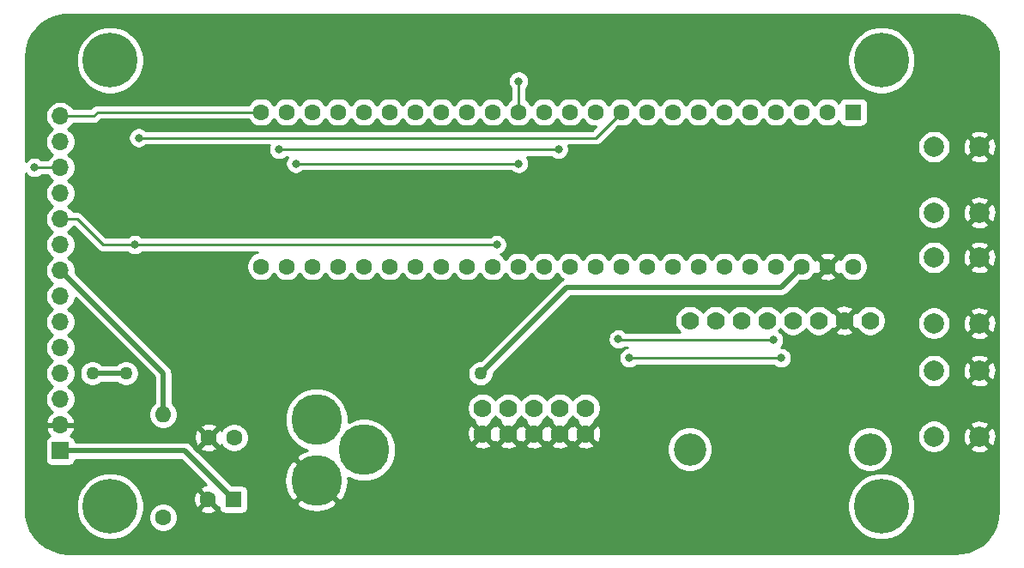
<source format=gbr>
%TF.GenerationSoftware,KiCad,Pcbnew,(5.1.6)-1*%
%TF.CreationDate,2020-11-29T15:45:25-05:00*%
%TF.ProjectId,MainMush,4d61696e-4d75-4736-982e-6b696361645f,rev?*%
%TF.SameCoordinates,Original*%
%TF.FileFunction,Copper,L2,Bot*%
%TF.FilePolarity,Positive*%
%FSLAX46Y46*%
G04 Gerber Fmt 4.6, Leading zero omitted, Abs format (unit mm)*
G04 Created by KiCad (PCBNEW (5.1.6)-1) date 2020-11-29 15:45:25*
%MOMM*%
%LPD*%
G01*
G04 APERTURE LIST*
%TA.AperFunction,ComponentPad*%
%ADD10O,1.600000X1.600000*%
%TD*%
%TA.AperFunction,ComponentPad*%
%ADD11C,1.600000*%
%TD*%
%TA.AperFunction,ComponentPad*%
%ADD12R,1.600000X1.600000*%
%TD*%
%TA.AperFunction,ComponentPad*%
%ADD13O,1.700000X1.700000*%
%TD*%
%TA.AperFunction,ComponentPad*%
%ADD14R,1.700000X1.700000*%
%TD*%
%TA.AperFunction,ComponentPad*%
%ADD15C,5.400000*%
%TD*%
%TA.AperFunction,ComponentPad*%
%ADD16C,5.000000*%
%TD*%
%TA.AperFunction,ComponentPad*%
%ADD17C,2.000000*%
%TD*%
%TA.AperFunction,ComponentPad*%
%ADD18C,1.778000*%
%TD*%
%TA.AperFunction,ComponentPad*%
%ADD19C,3.200000*%
%TD*%
%TA.AperFunction,ViaPad*%
%ADD20C,0.800000*%
%TD*%
%TA.AperFunction,ViaPad*%
%ADD21C,1.270000*%
%TD*%
%TA.AperFunction,Conductor*%
%ADD22C,0.508000*%
%TD*%
%TA.AperFunction,Conductor*%
%ADD23C,0.250000*%
%TD*%
%TA.AperFunction,Conductor*%
%ADD24C,0.254000*%
%TD*%
G04 APERTURE END LIST*
D10*
%TO.P,R1,2*%
%TO.N,Net-(R1-Pad2)*%
X100584000Y-120015000D03*
D11*
%TO.P,R1,1*%
%TO.N,+5V*%
X100584000Y-130175000D03*
%TD*%
%TO.P,U1,17*%
%TO.N,Net-(U1-Pad17)*%
X128016000Y-90170000D03*
%TO.P,U1,18*%
%TO.N,Net-(U1-Pad18)*%
X125476000Y-90170000D03*
%TO.P,U1,19*%
%TO.N,Net-(U1-Pad19)*%
X122936000Y-90170000D03*
%TO.P,U1,20*%
%TO.N,Net-(U1-Pad20)*%
X120396000Y-90170000D03*
%TO.P,U1,16*%
%TO.N,Net-(U1-Pad16)*%
X130556000Y-90170000D03*
%TO.P,U1,15*%
%TO.N,Net-(U1-Pad15)*%
X133096000Y-90170000D03*
%TO.P,U1,14*%
%TO.N,D12*%
X135636000Y-90170000D03*
%TO.P,U1,21*%
%TO.N,Net-(U1-Pad21)*%
X117856000Y-90170000D03*
%TO.P,U1,22*%
%TO.N,Net-(U1-Pad22)*%
X115316000Y-90170000D03*
%TO.P,U1,23*%
%TO.N,Net-(U1-Pad23)*%
X112776000Y-90170000D03*
%TO.P,U1,24*%
%TO.N,D32*%
X110236000Y-90170000D03*
%TO.P,U1,25*%
%TO.N,Net-(U1-Pad25)*%
X110236000Y-105410000D03*
%TO.P,U1,26*%
%TO.N,Net-(U1-Pad26)*%
X112776000Y-105410000D03*
%TO.P,U1,27*%
%TO.N,Net-(U1-Pad27)*%
X115316000Y-105410000D03*
%TO.P,U1,28*%
%TO.N,Net-(U1-Pad28)*%
X117856000Y-105410000D03*
%TO.P,U1,29*%
%TO.N,Net-(U1-Pad29)*%
X120396000Y-105410000D03*
%TO.P,U1,30*%
%TO.N,Net-(U1-Pad30)*%
X122936000Y-105410000D03*
%TO.P,U1,31*%
%TO.N,Net-(U1-Pad31)*%
X125476000Y-105410000D03*
%TO.P,U1,32*%
%TO.N,Net-(U1-Pad32)*%
X128016000Y-105410000D03*
%TO.P,U1,33*%
%TO.N,Net-(U1-Pad33)*%
X130556000Y-105410000D03*
%TO.P,U1,34*%
%TO.N,Net-(U1-Pad34)*%
X133096000Y-105410000D03*
%TO.P,U1,13*%
%TO.N,D11*%
X138176000Y-90170000D03*
%TO.P,U1,12*%
%TO.N,D10*%
X140716000Y-90170000D03*
%TO.P,U1,11*%
%TO.N,D9*%
X143256000Y-90170000D03*
%TO.P,U1,10*%
%TO.N,D8*%
X145796000Y-90170000D03*
%TO.P,U1,9*%
%TO.N,Net-(U1-Pad9)*%
X148336000Y-90170000D03*
%TO.P,U1,8*%
%TO.N,Net-(U1-Pad8)*%
X150876000Y-90170000D03*
%TO.P,U1,7*%
%TO.N,D5*%
X153416000Y-90170000D03*
%TO.P,U1,6*%
%TO.N,Net-(U1-Pad6)*%
X155956000Y-90170000D03*
%TO.P,U1,5*%
%TO.N,Net-(U1-Pad5)*%
X158496000Y-90170000D03*
%TO.P,U1,4*%
%TO.N,Net-(SW3-Pad2)*%
X161036000Y-90170000D03*
%TO.P,U1,3*%
%TO.N,Net-(SW2-Pad2)*%
X163576000Y-90170000D03*
%TO.P,U1,2*%
%TO.N,Net-(SW1-Pad2)*%
X166116000Y-90170000D03*
D12*
%TO.P,U1,1*%
%TO.N,Net-(U1-Pad1)*%
X168656000Y-90170000D03*
D11*
%TO.P,U1,35*%
%TO.N,D13*%
X135636000Y-105410000D03*
%TO.P,U1,36*%
%TO.N,Net-(U1-Pad36)*%
X138176000Y-105410000D03*
%TO.P,U1,37*%
%TO.N,A1*%
X140716000Y-105410000D03*
%TO.P,U1,38*%
%TO.N,Net-(U1-Pad38)*%
X143256000Y-105410000D03*
%TO.P,U1,39*%
%TO.N,Net-(U1-Pad39)*%
X145796000Y-105410000D03*
%TO.P,U1,40*%
%TO.N,SDA*%
X148336000Y-105410000D03*
%TO.P,U1,41*%
%TO.N,SCL*%
X150876000Y-105410000D03*
%TO.P,U1,42*%
%TO.N,Net-(U1-Pad42)*%
X153416000Y-105410000D03*
%TO.P,U1,43*%
%TO.N,Net-(U1-Pad43)*%
X155956000Y-105410000D03*
%TO.P,U1,44*%
%TO.N,Net-(U1-Pad44)*%
X158496000Y-105410000D03*
%TO.P,U1,45*%
%TO.N,Net-(U1-Pad45)*%
X161036000Y-105410000D03*
%TO.P,U1,46*%
%TO.N,3.3V*%
X163576000Y-105410000D03*
%TO.P,U1,47*%
%TO.N,GND*%
X166116000Y-105410000D03*
%TO.P,U1,48*%
%TO.N,+5V*%
X168656000Y-105410000D03*
%TD*%
D13*
%TO.P,U2,13*%
%TO.N,D12*%
X90429000Y-93107000D03*
%TO.P,U2,5*%
%TO.N,D9*%
X90429000Y-113427000D03*
%TO.P,U2,14*%
%TO.N,D32*%
X90429000Y-90567000D03*
%TO.P,U2,6*%
%TO.N,D11*%
X90429000Y-110887000D03*
%TO.P,U2,10*%
%TO.N,D13*%
X90429000Y-100727000D03*
%TO.P,U2,8*%
%TO.N,Net-(R1-Pad2)*%
X90429000Y-105807000D03*
%TO.P,U2,9*%
%TO.N,D12*%
X90429000Y-103267000D03*
%TO.P,U2,11*%
%TO.N,D8*%
X90429000Y-98187000D03*
%TO.P,U2,12*%
%TO.N,D11*%
X90429000Y-95647000D03*
%TO.P,U2,4*%
%TO.N,3.3V*%
X90429000Y-115967000D03*
%TO.P,U2,7*%
%TO.N,D13*%
X90429000Y-108347000D03*
D14*
%TO.P,U2,1*%
%TO.N,+5V*%
X90429000Y-123587000D03*
D13*
%TO.P,U2,3*%
%TO.N,D10*%
X90429000Y-118507000D03*
%TO.P,U2,2*%
%TO.N,GND*%
X90429000Y-121047000D03*
D15*
%TO.P,U2,18*%
%TO.N,N/C*%
X171429000Y-129077000D03*
%TO.P,U2,17*%
X171429000Y-85077000D03*
%TO.P,U2,16*%
X95349000Y-85077000D03*
%TO.P,U2,15*%
X95349000Y-129077000D03*
%TD*%
D16*
%TO.P,J1,1*%
%TO.N,+5V*%
X115697000Y-120523000D03*
%TO.P,J1,2*%
%TO.N,GND*%
X115697000Y-126523000D03*
%TO.P,J1,3*%
%TO.N,Net-(J1-Pad3)*%
X120397000Y-123523000D03*
%TD*%
D11*
%TO.P,C1,1*%
%TO.N,+5V*%
X107569000Y-122301000D03*
%TO.P,C1,2*%
%TO.N,GND*%
X105069000Y-122301000D03*
%TD*%
D12*
%TO.P,C2,1*%
%TO.N,+5V*%
X107505500Y-128397000D03*
D11*
%TO.P,C2,2*%
%TO.N,GND*%
X105005500Y-128397000D03*
%TD*%
D17*
%TO.P,SW3,1*%
%TO.N,GND*%
X181102000Y-122197000D03*
%TO.P,SW3,2*%
%TO.N,Net-(SW3-Pad2)*%
X176602000Y-122197000D03*
%TO.P,SW3,1*%
%TO.N,GND*%
X181102000Y-115697000D03*
%TO.P,SW3,2*%
%TO.N,Net-(SW3-Pad2)*%
X176602000Y-115697000D03*
%TD*%
%TO.P,SW2,1*%
%TO.N,GND*%
X181102000Y-111021000D03*
%TO.P,SW2,2*%
%TO.N,Net-(SW2-Pad2)*%
X176602000Y-111021000D03*
%TO.P,SW2,1*%
%TO.N,GND*%
X181102000Y-104521000D03*
%TO.P,SW2,2*%
%TO.N,Net-(SW2-Pad2)*%
X176602000Y-104521000D03*
%TD*%
%TO.P,SW1,1*%
%TO.N,GND*%
X181102000Y-100099000D03*
%TO.P,SW1,2*%
%TO.N,Net-(SW1-Pad2)*%
X176602000Y-100099000D03*
%TO.P,SW1,1*%
%TO.N,GND*%
X181102000Y-93599000D03*
%TO.P,SW1,2*%
%TO.N,Net-(SW1-Pad2)*%
X176602000Y-93599000D03*
%TD*%
D18*
%TO.P,U3,8*%
%TO.N,D5*%
X152527000Y-110744000D03*
%TO.P,U3,7*%
%TO.N,Net-(U3-Pad7)*%
X155067000Y-110744000D03*
%TO.P,U3,6*%
%TO.N,Net-(U3-Pad6)*%
X157607000Y-110744000D03*
%TO.P,U3,5*%
%TO.N,Net-(U3-Pad5)*%
X160147000Y-110744000D03*
%TO.P,U3,4*%
%TO.N,SDA*%
X162687000Y-110744000D03*
%TO.P,U3,3*%
%TO.N,SCL*%
X165227000Y-110744000D03*
%TO.P,U3,2*%
%TO.N,GND*%
X167767000Y-110744000D03*
%TO.P,U3,1*%
%TO.N,+5V*%
X170307000Y-110744000D03*
D19*
%TO.P,U3,9*%
%TO.N,N/C*%
X170307000Y-123444000D03*
%TO.P,U3,10*%
X152527000Y-123444000D03*
%TD*%
D18*
%TO.P,J2,3*%
%TO.N,A1*%
X134620000Y-119380000D03*
%TO.P,J2,1*%
%TO.N,+5V*%
X132080000Y-119380000D03*
%TO.P,J2,5*%
%TO.N,SDA*%
X137160000Y-119380000D03*
%TO.P,J2,7*%
%TO.N,SCL*%
X139700000Y-119380000D03*
%TO.P,J2,9*%
%TO.N,Net-(J2-Pad9)*%
X142240000Y-119380000D03*
%TO.P,J2,10*%
%TO.N,GND*%
X142240000Y-121920000D03*
%TO.P,J2,4*%
X134620000Y-121920000D03*
%TO.P,J2,2*%
X132080000Y-121920000D03*
%TO.P,J2,6*%
X137160000Y-121920000D03*
%TO.P,J2,8*%
X139700000Y-121920000D03*
%TD*%
D20*
%TO.N,SCL*%
X161544000Y-114427000D03*
X146558000Y-114427000D03*
%TO.N,SDA*%
X160782000Y-112649000D03*
X145473847Y-112580847D03*
%TO.N,D12*%
X135636000Y-87122000D03*
%TO.N,D11*%
X87884000Y-95631000D03*
%TO.N,D10*%
X135636000Y-95250000D03*
X113665000Y-95250000D03*
%TO.N,D9*%
X112014000Y-93853000D03*
X139573000Y-93853000D03*
%TO.N,D8*%
X98171000Y-92710000D03*
%TO.N,D13*%
X133477000Y-103251000D03*
X97790000Y-103251000D03*
D21*
%TO.N,3.3V*%
X93599000Y-115951000D03*
X96901000Y-115951000D03*
X131873500Y-115967000D03*
%TD*%
D22*
%TO.N,+5V*%
X107505500Y-128397000D02*
X107505500Y-128333500D01*
X102695500Y-123587000D02*
X107505500Y-128397000D01*
X90429000Y-123587000D02*
X102695500Y-123587000D01*
D23*
%TO.N,SCL*%
X161544000Y-114427000D02*
X146558000Y-114427000D01*
%TO.N,SDA*%
X160782000Y-112649000D02*
X145542000Y-112649000D01*
X145542000Y-112649000D02*
X145473847Y-112580847D01*
%TO.N,D12*%
X135636000Y-90170000D02*
X135636000Y-87122000D01*
%TO.N,D11*%
X90429000Y-95647000D02*
X87900000Y-95647000D01*
X87900000Y-95647000D02*
X87884000Y-95631000D01*
%TO.N,D10*%
X135636000Y-95250000D02*
X113665000Y-95250000D01*
%TO.N,D9*%
X112014000Y-93853000D02*
X139573000Y-93853000D01*
%TO.N,D8*%
X143256000Y-92710000D02*
X145796000Y-90170000D01*
X98171000Y-92710000D02*
X143256000Y-92710000D01*
%TO.N,D13*%
X92091000Y-100727000D02*
X90429000Y-100727000D01*
X94615000Y-103251000D02*
X92091000Y-100727000D01*
X133477000Y-103251000D02*
X97790000Y-103251000D01*
X97790000Y-103251000D02*
X94615000Y-103251000D01*
D22*
%TO.N,3.3V*%
X131873500Y-115967000D02*
X140398500Y-107442000D01*
X161544000Y-107442000D02*
X163576000Y-105410000D01*
X140398500Y-107442000D02*
X161544000Y-107442000D01*
X93599000Y-115951000D02*
X96901000Y-115951000D01*
%TO.N,Net-(R1-Pad2)*%
X100584000Y-115962000D02*
X90429000Y-105807000D01*
X100584000Y-120015000D02*
X100584000Y-115962000D01*
D23*
%TO.N,D32*%
X94107000Y-90170000D02*
X110236000Y-90170000D01*
X90429000Y-90567000D02*
X93710000Y-90567000D01*
X93710000Y-90567000D02*
X94107000Y-90170000D01*
%TD*%
D24*
%TO.N,GND*%
G36*
X179574687Y-80615494D02*
G01*
X180307965Y-80822300D01*
X180991276Y-81159272D01*
X181601737Y-81615125D01*
X182118902Y-82174590D01*
X182525456Y-82818940D01*
X182807778Y-83526584D01*
X182958958Y-84286617D01*
X182982000Y-84726291D01*
X182982001Y-129509733D01*
X182909506Y-130298687D01*
X182702701Y-131031964D01*
X182365728Y-131715276D01*
X181909873Y-132325739D01*
X181350407Y-132842904D01*
X180706060Y-133249457D01*
X179998418Y-133531777D01*
X179238384Y-133682958D01*
X178798709Y-133706000D01*
X91216256Y-133706000D01*
X90427313Y-133633506D01*
X89694036Y-133426701D01*
X89010724Y-133089728D01*
X88400261Y-132633873D01*
X87883096Y-132074407D01*
X87476543Y-131430060D01*
X87194223Y-130722418D01*
X87043042Y-129962384D01*
X87020000Y-129522709D01*
X87020000Y-128748531D01*
X92014000Y-128748531D01*
X92014000Y-129405469D01*
X92142162Y-130049784D01*
X92393561Y-130656715D01*
X92758536Y-131202939D01*
X93223061Y-131667464D01*
X93769285Y-132032439D01*
X94376216Y-132283838D01*
X95020531Y-132412000D01*
X95677469Y-132412000D01*
X96321784Y-132283838D01*
X96928715Y-132032439D01*
X97474939Y-131667464D01*
X97939464Y-131202939D01*
X98304439Y-130656715D01*
X98555838Y-130049784D01*
X98559044Y-130033665D01*
X99149000Y-130033665D01*
X99149000Y-130316335D01*
X99204147Y-130593574D01*
X99312320Y-130854727D01*
X99469363Y-131089759D01*
X99669241Y-131289637D01*
X99904273Y-131446680D01*
X100165426Y-131554853D01*
X100442665Y-131610000D01*
X100725335Y-131610000D01*
X101002574Y-131554853D01*
X101263727Y-131446680D01*
X101498759Y-131289637D01*
X101698637Y-131089759D01*
X101855680Y-130854727D01*
X101963853Y-130593574D01*
X102019000Y-130316335D01*
X102019000Y-130033665D01*
X101963853Y-129756426D01*
X101855680Y-129495273D01*
X101785140Y-129389702D01*
X104192403Y-129389702D01*
X104263986Y-129633671D01*
X104519496Y-129754571D01*
X104793684Y-129823300D01*
X105076012Y-129837217D01*
X105355630Y-129795787D01*
X105621792Y-129700603D01*
X105747014Y-129633671D01*
X105818597Y-129389702D01*
X105005500Y-128576605D01*
X104192403Y-129389702D01*
X101785140Y-129389702D01*
X101698637Y-129260241D01*
X101498759Y-129060363D01*
X101263727Y-128903320D01*
X101002574Y-128795147D01*
X100725335Y-128740000D01*
X100442665Y-128740000D01*
X100165426Y-128795147D01*
X99904273Y-128903320D01*
X99669241Y-129060363D01*
X99469363Y-129260241D01*
X99312320Y-129495273D01*
X99204147Y-129756426D01*
X99149000Y-130033665D01*
X98559044Y-130033665D01*
X98684000Y-129405469D01*
X98684000Y-128748531D01*
X98628102Y-128467512D01*
X103565283Y-128467512D01*
X103606713Y-128747130D01*
X103701897Y-129013292D01*
X103768829Y-129138514D01*
X104012798Y-129210097D01*
X104825895Y-128397000D01*
X104012798Y-127583903D01*
X103768829Y-127655486D01*
X103647929Y-127910996D01*
X103579200Y-128185184D01*
X103565283Y-128467512D01*
X98628102Y-128467512D01*
X98555838Y-128104216D01*
X98304439Y-127497285D01*
X97939464Y-126951061D01*
X97474939Y-126486536D01*
X96928715Y-126121561D01*
X96321784Y-125870162D01*
X95677469Y-125742000D01*
X95020531Y-125742000D01*
X94376216Y-125870162D01*
X93769285Y-126121561D01*
X93223061Y-126486536D01*
X92758536Y-126951061D01*
X92393561Y-127497285D01*
X92142162Y-128104216D01*
X92014000Y-128748531D01*
X87020000Y-128748531D01*
X87020000Y-122737000D01*
X88940928Y-122737000D01*
X88940928Y-124437000D01*
X88953188Y-124561482D01*
X88989498Y-124681180D01*
X89048463Y-124791494D01*
X89127815Y-124888185D01*
X89224506Y-124967537D01*
X89334820Y-125026502D01*
X89454518Y-125062812D01*
X89579000Y-125075072D01*
X91279000Y-125075072D01*
X91403482Y-125062812D01*
X91523180Y-125026502D01*
X91633494Y-124967537D01*
X91730185Y-124888185D01*
X91809537Y-124791494D01*
X91868502Y-124681180D01*
X91904812Y-124561482D01*
X91913231Y-124476000D01*
X102327265Y-124476000D01*
X104824429Y-126973164D01*
X104655370Y-126998213D01*
X104389208Y-127093397D01*
X104263986Y-127160329D01*
X104192403Y-127404298D01*
X105005500Y-128217395D01*
X105019643Y-128203253D01*
X105199248Y-128382858D01*
X105185105Y-128397000D01*
X105998202Y-129210097D01*
X106067428Y-129189785D01*
X106067428Y-129197000D01*
X106079688Y-129321482D01*
X106115998Y-129441180D01*
X106174963Y-129551494D01*
X106254315Y-129648185D01*
X106351006Y-129727537D01*
X106461320Y-129786502D01*
X106581018Y-129822812D01*
X106705500Y-129835072D01*
X108305500Y-129835072D01*
X108429982Y-129822812D01*
X108549680Y-129786502D01*
X108659994Y-129727537D01*
X108756685Y-129648185D01*
X108836037Y-129551494D01*
X108895002Y-129441180D01*
X108931312Y-129321482D01*
X108943572Y-129197000D01*
X108943572Y-128726148D01*
X113673457Y-128726148D01*
X113949627Y-129144118D01*
X114494557Y-129434649D01*
X115085696Y-129613287D01*
X115700328Y-129673168D01*
X116314831Y-129611990D01*
X116905592Y-129432103D01*
X117444373Y-129144118D01*
X117705753Y-128748531D01*
X168094000Y-128748531D01*
X168094000Y-129405469D01*
X168222162Y-130049784D01*
X168473561Y-130656715D01*
X168838536Y-131202939D01*
X169303061Y-131667464D01*
X169849285Y-132032439D01*
X170456216Y-132283838D01*
X171100531Y-132412000D01*
X171757469Y-132412000D01*
X172401784Y-132283838D01*
X173008715Y-132032439D01*
X173554939Y-131667464D01*
X174019464Y-131202939D01*
X174384439Y-130656715D01*
X174635838Y-130049784D01*
X174764000Y-129405469D01*
X174764000Y-128748531D01*
X174635838Y-128104216D01*
X174384439Y-127497285D01*
X174019464Y-126951061D01*
X173554939Y-126486536D01*
X173008715Y-126121561D01*
X172401784Y-125870162D01*
X171757469Y-125742000D01*
X171100531Y-125742000D01*
X170456216Y-125870162D01*
X169849285Y-126121561D01*
X169303061Y-126486536D01*
X168838536Y-126951061D01*
X168473561Y-127497285D01*
X168222162Y-128104216D01*
X168094000Y-128748531D01*
X117705753Y-128748531D01*
X117720543Y-128726148D01*
X115697000Y-126702605D01*
X113673457Y-128726148D01*
X108943572Y-128726148D01*
X108943572Y-127597000D01*
X108931312Y-127472518D01*
X108895002Y-127352820D01*
X108836037Y-127242506D01*
X108756685Y-127145815D01*
X108659994Y-127066463D01*
X108549680Y-127007498D01*
X108429982Y-126971188D01*
X108305500Y-126958928D01*
X107324663Y-126958928D01*
X106892063Y-126526328D01*
X112546832Y-126526328D01*
X112608010Y-127140831D01*
X112787897Y-127731592D01*
X113075882Y-128270373D01*
X113493852Y-128546543D01*
X115517395Y-126523000D01*
X113493852Y-124499457D01*
X113075882Y-124775627D01*
X112785351Y-125320557D01*
X112606713Y-125911696D01*
X112546832Y-126526328D01*
X106892063Y-126526328D01*
X103659437Y-123293702D01*
X104255903Y-123293702D01*
X104327486Y-123537671D01*
X104582996Y-123658571D01*
X104857184Y-123727300D01*
X105139512Y-123741217D01*
X105419130Y-123699787D01*
X105685292Y-123604603D01*
X105810514Y-123537671D01*
X105882097Y-123293702D01*
X105069000Y-122480605D01*
X104255903Y-123293702D01*
X103659437Y-123293702D01*
X103354999Y-122989264D01*
X103327159Y-122955341D01*
X103191791Y-122844247D01*
X103037351Y-122761697D01*
X102869774Y-122710864D01*
X102739167Y-122698000D01*
X102739160Y-122698000D01*
X102695500Y-122693700D01*
X102651840Y-122698000D01*
X91913231Y-122698000D01*
X91904812Y-122612518D01*
X91868502Y-122492820D01*
X91809537Y-122382506D01*
X91800515Y-122371512D01*
X103628783Y-122371512D01*
X103670213Y-122651130D01*
X103765397Y-122917292D01*
X103832329Y-123042514D01*
X104076298Y-123114097D01*
X104889395Y-122301000D01*
X105248605Y-122301000D01*
X106061702Y-123114097D01*
X106305671Y-123042514D01*
X106319324Y-123013659D01*
X106454363Y-123215759D01*
X106654241Y-123415637D01*
X106889273Y-123572680D01*
X107150426Y-123680853D01*
X107427665Y-123736000D01*
X107710335Y-123736000D01*
X107987574Y-123680853D01*
X108248727Y-123572680D01*
X108483759Y-123415637D01*
X108683637Y-123215759D01*
X108840680Y-122980727D01*
X108948853Y-122719574D01*
X109004000Y-122442335D01*
X109004000Y-122159665D01*
X108948853Y-121882426D01*
X108840680Y-121621273D01*
X108683637Y-121386241D01*
X108483759Y-121186363D01*
X108248727Y-121029320D01*
X107987574Y-120921147D01*
X107710335Y-120866000D01*
X107427665Y-120866000D01*
X107150426Y-120921147D01*
X106889273Y-121029320D01*
X106654241Y-121186363D01*
X106454363Y-121386241D01*
X106320308Y-121586869D01*
X106305671Y-121559486D01*
X106061702Y-121487903D01*
X105248605Y-122301000D01*
X104889395Y-122301000D01*
X104076298Y-121487903D01*
X103832329Y-121559486D01*
X103711429Y-121814996D01*
X103642700Y-122089184D01*
X103628783Y-122371512D01*
X91800515Y-122371512D01*
X91730185Y-122285815D01*
X91633494Y-122206463D01*
X91523180Y-122147498D01*
X91442534Y-122123034D01*
X91526588Y-122047269D01*
X91700641Y-121813920D01*
X91825825Y-121551099D01*
X91870476Y-121403890D01*
X91749155Y-121174000D01*
X90556000Y-121174000D01*
X90556000Y-121194000D01*
X90302000Y-121194000D01*
X90302000Y-121174000D01*
X89108845Y-121174000D01*
X88987524Y-121403890D01*
X89032175Y-121551099D01*
X89157359Y-121813920D01*
X89331412Y-122047269D01*
X89415466Y-122123034D01*
X89334820Y-122147498D01*
X89224506Y-122206463D01*
X89127815Y-122285815D01*
X89048463Y-122382506D01*
X88989498Y-122492820D01*
X88953188Y-122612518D01*
X88940928Y-122737000D01*
X87020000Y-122737000D01*
X87020000Y-96200883D01*
X87080063Y-96290774D01*
X87224226Y-96434937D01*
X87393744Y-96548205D01*
X87582102Y-96626226D01*
X87782061Y-96666000D01*
X87985939Y-96666000D01*
X88185898Y-96626226D01*
X88374256Y-96548205D01*
X88543774Y-96434937D01*
X88571711Y-96407000D01*
X89150822Y-96407000D01*
X89275525Y-96593632D01*
X89482368Y-96800475D01*
X89656760Y-96917000D01*
X89482368Y-97033525D01*
X89275525Y-97240368D01*
X89113010Y-97483589D01*
X89001068Y-97753842D01*
X88944000Y-98040740D01*
X88944000Y-98333260D01*
X89001068Y-98620158D01*
X89113010Y-98890411D01*
X89275525Y-99133632D01*
X89482368Y-99340475D01*
X89656760Y-99457000D01*
X89482368Y-99573525D01*
X89275525Y-99780368D01*
X89113010Y-100023589D01*
X89001068Y-100293842D01*
X88944000Y-100580740D01*
X88944000Y-100873260D01*
X89001068Y-101160158D01*
X89113010Y-101430411D01*
X89275525Y-101673632D01*
X89482368Y-101880475D01*
X89656760Y-101997000D01*
X89482368Y-102113525D01*
X89275525Y-102320368D01*
X89113010Y-102563589D01*
X89001068Y-102833842D01*
X88944000Y-103120740D01*
X88944000Y-103413260D01*
X89001068Y-103700158D01*
X89113010Y-103970411D01*
X89275525Y-104213632D01*
X89482368Y-104420475D01*
X89656760Y-104537000D01*
X89482368Y-104653525D01*
X89275525Y-104860368D01*
X89113010Y-105103589D01*
X89001068Y-105373842D01*
X88944000Y-105660740D01*
X88944000Y-105953260D01*
X89001068Y-106240158D01*
X89113010Y-106510411D01*
X89275525Y-106753632D01*
X89482368Y-106960475D01*
X89656760Y-107077000D01*
X89482368Y-107193525D01*
X89275525Y-107400368D01*
X89113010Y-107643589D01*
X89001068Y-107913842D01*
X88944000Y-108200740D01*
X88944000Y-108493260D01*
X89001068Y-108780158D01*
X89113010Y-109050411D01*
X89275525Y-109293632D01*
X89482368Y-109500475D01*
X89656760Y-109617000D01*
X89482368Y-109733525D01*
X89275525Y-109940368D01*
X89113010Y-110183589D01*
X89001068Y-110453842D01*
X88944000Y-110740740D01*
X88944000Y-111033260D01*
X89001068Y-111320158D01*
X89113010Y-111590411D01*
X89275525Y-111833632D01*
X89482368Y-112040475D01*
X89656760Y-112157000D01*
X89482368Y-112273525D01*
X89275525Y-112480368D01*
X89113010Y-112723589D01*
X89001068Y-112993842D01*
X88944000Y-113280740D01*
X88944000Y-113573260D01*
X89001068Y-113860158D01*
X89113010Y-114130411D01*
X89275525Y-114373632D01*
X89482368Y-114580475D01*
X89656760Y-114697000D01*
X89482368Y-114813525D01*
X89275525Y-115020368D01*
X89113010Y-115263589D01*
X89001068Y-115533842D01*
X88944000Y-115820740D01*
X88944000Y-116113260D01*
X89001068Y-116400158D01*
X89113010Y-116670411D01*
X89275525Y-116913632D01*
X89482368Y-117120475D01*
X89656760Y-117237000D01*
X89482368Y-117353525D01*
X89275525Y-117560368D01*
X89113010Y-117803589D01*
X89001068Y-118073842D01*
X88944000Y-118360740D01*
X88944000Y-118653260D01*
X89001068Y-118940158D01*
X89113010Y-119210411D01*
X89275525Y-119453632D01*
X89482368Y-119660475D01*
X89664534Y-119782195D01*
X89547645Y-119851822D01*
X89331412Y-120046731D01*
X89157359Y-120280080D01*
X89032175Y-120542901D01*
X88987524Y-120690110D01*
X89108845Y-120920000D01*
X90302000Y-120920000D01*
X90302000Y-120900000D01*
X90556000Y-120900000D01*
X90556000Y-120920000D01*
X91749155Y-120920000D01*
X91870476Y-120690110D01*
X91825825Y-120542901D01*
X91700641Y-120280080D01*
X91526588Y-120046731D01*
X91310355Y-119851822D01*
X91193466Y-119782195D01*
X91375632Y-119660475D01*
X91582475Y-119453632D01*
X91744990Y-119210411D01*
X91856932Y-118940158D01*
X91914000Y-118653260D01*
X91914000Y-118360740D01*
X91856932Y-118073842D01*
X91744990Y-117803589D01*
X91582475Y-117560368D01*
X91375632Y-117353525D01*
X91201240Y-117237000D01*
X91375632Y-117120475D01*
X91582475Y-116913632D01*
X91744990Y-116670411D01*
X91856932Y-116400158D01*
X91914000Y-116113260D01*
X91914000Y-115825916D01*
X92329000Y-115825916D01*
X92329000Y-116076084D01*
X92377805Y-116321445D01*
X92473541Y-116552571D01*
X92612527Y-116760578D01*
X92789422Y-116937473D01*
X92997429Y-117076459D01*
X93228555Y-117172195D01*
X93473916Y-117221000D01*
X93724084Y-117221000D01*
X93969445Y-117172195D01*
X94200571Y-117076459D01*
X94408578Y-116937473D01*
X94506051Y-116840000D01*
X95993949Y-116840000D01*
X96091422Y-116937473D01*
X96299429Y-117076459D01*
X96530555Y-117172195D01*
X96775916Y-117221000D01*
X97026084Y-117221000D01*
X97271445Y-117172195D01*
X97502571Y-117076459D01*
X97710578Y-116937473D01*
X97887473Y-116760578D01*
X98026459Y-116552571D01*
X98122195Y-116321445D01*
X98171000Y-116076084D01*
X98171000Y-115825916D01*
X98122195Y-115580555D01*
X98026459Y-115349429D01*
X97887473Y-115141422D01*
X97710578Y-114964527D01*
X97502571Y-114825541D01*
X97271445Y-114729805D01*
X97026084Y-114681000D01*
X96775916Y-114681000D01*
X96530555Y-114729805D01*
X96299429Y-114825541D01*
X96091422Y-114964527D01*
X95993949Y-115062000D01*
X94506051Y-115062000D01*
X94408578Y-114964527D01*
X94200571Y-114825541D01*
X93969445Y-114729805D01*
X93724084Y-114681000D01*
X93473916Y-114681000D01*
X93228555Y-114729805D01*
X92997429Y-114825541D01*
X92789422Y-114964527D01*
X92612527Y-115141422D01*
X92473541Y-115349429D01*
X92377805Y-115580555D01*
X92329000Y-115825916D01*
X91914000Y-115825916D01*
X91914000Y-115820740D01*
X91856932Y-115533842D01*
X91744990Y-115263589D01*
X91582475Y-115020368D01*
X91375632Y-114813525D01*
X91201240Y-114697000D01*
X91375632Y-114580475D01*
X91582475Y-114373632D01*
X91744990Y-114130411D01*
X91856932Y-113860158D01*
X91914000Y-113573260D01*
X91914000Y-113280740D01*
X91856932Y-112993842D01*
X91744990Y-112723589D01*
X91582475Y-112480368D01*
X91375632Y-112273525D01*
X91201240Y-112157000D01*
X91375632Y-112040475D01*
X91582475Y-111833632D01*
X91744990Y-111590411D01*
X91856932Y-111320158D01*
X91914000Y-111033260D01*
X91914000Y-110740740D01*
X91856932Y-110453842D01*
X91744990Y-110183589D01*
X91582475Y-109940368D01*
X91375632Y-109733525D01*
X91201240Y-109617000D01*
X91375632Y-109500475D01*
X91582475Y-109293632D01*
X91744990Y-109050411D01*
X91856932Y-108780158D01*
X91904713Y-108539948D01*
X99695001Y-116330237D01*
X99695000Y-118883151D01*
X99669241Y-118900363D01*
X99469363Y-119100241D01*
X99312320Y-119335273D01*
X99204147Y-119596426D01*
X99149000Y-119873665D01*
X99149000Y-120156335D01*
X99204147Y-120433574D01*
X99312320Y-120694727D01*
X99469363Y-120929759D01*
X99669241Y-121129637D01*
X99904273Y-121286680D01*
X100165426Y-121394853D01*
X100442665Y-121450000D01*
X100725335Y-121450000D01*
X101002574Y-121394853D01*
X101211536Y-121308298D01*
X104255903Y-121308298D01*
X105069000Y-122121395D01*
X105882097Y-121308298D01*
X105810514Y-121064329D01*
X105555004Y-120943429D01*
X105280816Y-120874700D01*
X104998488Y-120860783D01*
X104718870Y-120902213D01*
X104452708Y-120997397D01*
X104327486Y-121064329D01*
X104255903Y-121308298D01*
X101211536Y-121308298D01*
X101263727Y-121286680D01*
X101498759Y-121129637D01*
X101698637Y-120929759D01*
X101855680Y-120694727D01*
X101963853Y-120433574D01*
X102007484Y-120214229D01*
X112562000Y-120214229D01*
X112562000Y-120831771D01*
X112682476Y-121437446D01*
X112918799Y-122007979D01*
X113261886Y-122521446D01*
X113698554Y-122958114D01*
X114212021Y-123301201D01*
X114764195Y-123529920D01*
X114488408Y-123613897D01*
X113949627Y-123901882D01*
X113673457Y-124319852D01*
X115697000Y-126343395D01*
X115711143Y-126329253D01*
X115890748Y-126508858D01*
X115876605Y-126523000D01*
X117900148Y-128546543D01*
X118318118Y-128270373D01*
X118608649Y-127725443D01*
X118787287Y-127134304D01*
X118847168Y-126519672D01*
X118819246Y-126239211D01*
X118912021Y-126301201D01*
X119482554Y-126537524D01*
X120088229Y-126658000D01*
X120705771Y-126658000D01*
X121311446Y-126537524D01*
X121881979Y-126301201D01*
X122395446Y-125958114D01*
X122832114Y-125521446D01*
X123175201Y-125007979D01*
X123411524Y-124437446D01*
X123532000Y-123831771D01*
X123532000Y-123214229D01*
X123484660Y-122976231D01*
X131203374Y-122976231D01*
X131285727Y-123229289D01*
X131556418Y-123359086D01*
X131847230Y-123433580D01*
X132146988Y-123449908D01*
X132444171Y-123407443D01*
X132727359Y-123307816D01*
X132874273Y-123229289D01*
X132956626Y-122976231D01*
X133743374Y-122976231D01*
X133825727Y-123229289D01*
X134096418Y-123359086D01*
X134387230Y-123433580D01*
X134686988Y-123449908D01*
X134984171Y-123407443D01*
X135267359Y-123307816D01*
X135414273Y-123229289D01*
X135496626Y-122976231D01*
X136283374Y-122976231D01*
X136365727Y-123229289D01*
X136636418Y-123359086D01*
X136927230Y-123433580D01*
X137226988Y-123449908D01*
X137524171Y-123407443D01*
X137807359Y-123307816D01*
X137954273Y-123229289D01*
X138036626Y-122976231D01*
X138823374Y-122976231D01*
X138905727Y-123229289D01*
X139176418Y-123359086D01*
X139467230Y-123433580D01*
X139766988Y-123449908D01*
X140064171Y-123407443D01*
X140347359Y-123307816D01*
X140494273Y-123229289D01*
X140576626Y-122976231D01*
X141363374Y-122976231D01*
X141445727Y-123229289D01*
X141716418Y-123359086D01*
X142007230Y-123433580D01*
X142306988Y-123449908D01*
X142604171Y-123407443D01*
X142887359Y-123307816D01*
X143034273Y-123229289D01*
X143036035Y-123223872D01*
X150292000Y-123223872D01*
X150292000Y-123664128D01*
X150377890Y-124095925D01*
X150546369Y-124502669D01*
X150790962Y-124868729D01*
X151102271Y-125180038D01*
X151468331Y-125424631D01*
X151875075Y-125593110D01*
X152306872Y-125679000D01*
X152747128Y-125679000D01*
X153178925Y-125593110D01*
X153585669Y-125424631D01*
X153951729Y-125180038D01*
X154263038Y-124868729D01*
X154507631Y-124502669D01*
X154676110Y-124095925D01*
X154762000Y-123664128D01*
X154762000Y-123223872D01*
X168072000Y-123223872D01*
X168072000Y-123664128D01*
X168157890Y-124095925D01*
X168326369Y-124502669D01*
X168570962Y-124868729D01*
X168882271Y-125180038D01*
X169248331Y-125424631D01*
X169655075Y-125593110D01*
X170086872Y-125679000D01*
X170527128Y-125679000D01*
X170958925Y-125593110D01*
X171365669Y-125424631D01*
X171731729Y-125180038D01*
X172043038Y-124868729D01*
X172287631Y-124502669D01*
X172456110Y-124095925D01*
X172542000Y-123664128D01*
X172542000Y-123223872D01*
X172456110Y-122792075D01*
X172287631Y-122385331D01*
X172054194Y-122035967D01*
X174967000Y-122035967D01*
X174967000Y-122358033D01*
X175029832Y-122673912D01*
X175153082Y-122971463D01*
X175332013Y-123239252D01*
X175559748Y-123466987D01*
X175827537Y-123645918D01*
X176125088Y-123769168D01*
X176440967Y-123832000D01*
X176763033Y-123832000D01*
X177078912Y-123769168D01*
X177376463Y-123645918D01*
X177644252Y-123466987D01*
X177778826Y-123332413D01*
X180146192Y-123332413D01*
X180241956Y-123596814D01*
X180531571Y-123737704D01*
X180843108Y-123819384D01*
X181164595Y-123838718D01*
X181483675Y-123794961D01*
X181788088Y-123689795D01*
X181962044Y-123596814D01*
X182057808Y-123332413D01*
X181102000Y-122376605D01*
X180146192Y-123332413D01*
X177778826Y-123332413D01*
X177871987Y-123239252D01*
X178050918Y-122971463D01*
X178174168Y-122673912D01*
X178237000Y-122358033D01*
X178237000Y-122259595D01*
X179460282Y-122259595D01*
X179504039Y-122578675D01*
X179609205Y-122883088D01*
X179702186Y-123057044D01*
X179966587Y-123152808D01*
X180922395Y-122197000D01*
X181281605Y-122197000D01*
X182237413Y-123152808D01*
X182501814Y-123057044D01*
X182642704Y-122767429D01*
X182724384Y-122455892D01*
X182743718Y-122134405D01*
X182699961Y-121815325D01*
X182594795Y-121510912D01*
X182501814Y-121336956D01*
X182237413Y-121241192D01*
X181281605Y-122197000D01*
X180922395Y-122197000D01*
X179966587Y-121241192D01*
X179702186Y-121336956D01*
X179561296Y-121626571D01*
X179479616Y-121938108D01*
X179460282Y-122259595D01*
X178237000Y-122259595D01*
X178237000Y-122035967D01*
X178174168Y-121720088D01*
X178050918Y-121422537D01*
X177871987Y-121154748D01*
X177778826Y-121061587D01*
X180146192Y-121061587D01*
X181102000Y-122017395D01*
X182057808Y-121061587D01*
X181962044Y-120797186D01*
X181672429Y-120656296D01*
X181360892Y-120574616D01*
X181039405Y-120555282D01*
X180720325Y-120599039D01*
X180415912Y-120704205D01*
X180241956Y-120797186D01*
X180146192Y-121061587D01*
X177778826Y-121061587D01*
X177644252Y-120927013D01*
X177376463Y-120748082D01*
X177078912Y-120624832D01*
X176763033Y-120562000D01*
X176440967Y-120562000D01*
X176125088Y-120624832D01*
X175827537Y-120748082D01*
X175559748Y-120927013D01*
X175332013Y-121154748D01*
X175153082Y-121422537D01*
X175029832Y-121720088D01*
X174967000Y-122035967D01*
X172054194Y-122035967D01*
X172043038Y-122019271D01*
X171731729Y-121707962D01*
X171365669Y-121463369D01*
X170958925Y-121294890D01*
X170527128Y-121209000D01*
X170086872Y-121209000D01*
X169655075Y-121294890D01*
X169248331Y-121463369D01*
X168882271Y-121707962D01*
X168570962Y-122019271D01*
X168326369Y-122385331D01*
X168157890Y-122792075D01*
X168072000Y-123223872D01*
X154762000Y-123223872D01*
X154676110Y-122792075D01*
X154507631Y-122385331D01*
X154263038Y-122019271D01*
X153951729Y-121707962D01*
X153585669Y-121463369D01*
X153178925Y-121294890D01*
X152747128Y-121209000D01*
X152306872Y-121209000D01*
X151875075Y-121294890D01*
X151468331Y-121463369D01*
X151102271Y-121707962D01*
X150790962Y-122019271D01*
X150546369Y-122385331D01*
X150377890Y-122792075D01*
X150292000Y-123223872D01*
X143036035Y-123223872D01*
X143116626Y-122976231D01*
X142240000Y-122099605D01*
X141363374Y-122976231D01*
X140576626Y-122976231D01*
X139700000Y-122099605D01*
X138823374Y-122976231D01*
X138036626Y-122976231D01*
X137160000Y-122099605D01*
X136283374Y-122976231D01*
X135496626Y-122976231D01*
X134620000Y-122099605D01*
X133743374Y-122976231D01*
X132956626Y-122976231D01*
X132080000Y-122099605D01*
X131203374Y-122976231D01*
X123484660Y-122976231D01*
X123411524Y-122608554D01*
X123175201Y-122038021D01*
X123141102Y-121986988D01*
X130550092Y-121986988D01*
X130592557Y-122284171D01*
X130692184Y-122567359D01*
X130770711Y-122714273D01*
X131023769Y-122796626D01*
X131900395Y-121920000D01*
X132259605Y-121920000D01*
X133136231Y-122796626D01*
X133350000Y-122727059D01*
X133563769Y-122796626D01*
X134440395Y-121920000D01*
X134799605Y-121920000D01*
X135676231Y-122796626D01*
X135890000Y-122727059D01*
X136103769Y-122796626D01*
X136980395Y-121920000D01*
X137339605Y-121920000D01*
X138216231Y-122796626D01*
X138430000Y-122727059D01*
X138643769Y-122796626D01*
X139520395Y-121920000D01*
X139879605Y-121920000D01*
X140756231Y-122796626D01*
X140970000Y-122727059D01*
X141183769Y-122796626D01*
X142060395Y-121920000D01*
X142419605Y-121920000D01*
X143296231Y-122796626D01*
X143549289Y-122714273D01*
X143679086Y-122443582D01*
X143753580Y-122152770D01*
X143769908Y-121853012D01*
X143727443Y-121555829D01*
X143627816Y-121272641D01*
X143549289Y-121125727D01*
X143296231Y-121043374D01*
X142419605Y-121920000D01*
X142060395Y-121920000D01*
X141183769Y-121043374D01*
X140970000Y-121112941D01*
X140756231Y-121043374D01*
X139879605Y-121920000D01*
X139520395Y-121920000D01*
X138643769Y-121043374D01*
X138430000Y-121112941D01*
X138216231Y-121043374D01*
X137339605Y-121920000D01*
X136980395Y-121920000D01*
X136103769Y-121043374D01*
X135890000Y-121112941D01*
X135676231Y-121043374D01*
X134799605Y-121920000D01*
X134440395Y-121920000D01*
X133563769Y-121043374D01*
X133350000Y-121112941D01*
X133136231Y-121043374D01*
X132259605Y-121920000D01*
X131900395Y-121920000D01*
X131023769Y-121043374D01*
X130770711Y-121125727D01*
X130640914Y-121396418D01*
X130566420Y-121687230D01*
X130550092Y-121986988D01*
X123141102Y-121986988D01*
X122832114Y-121524554D01*
X122395446Y-121087886D01*
X121881979Y-120744799D01*
X121311446Y-120508476D01*
X120705771Y-120388000D01*
X120088229Y-120388000D01*
X119482554Y-120508476D01*
X118912021Y-120744799D01*
X118832000Y-120798267D01*
X118832000Y-120214229D01*
X118711524Y-119608554D01*
X118554680Y-119229899D01*
X130556000Y-119229899D01*
X130556000Y-119530101D01*
X130614566Y-119824534D01*
X130729449Y-120101885D01*
X130896232Y-120351493D01*
X131108507Y-120563768D01*
X131266622Y-120669417D01*
X131203374Y-120863769D01*
X132080000Y-121740395D01*
X132956626Y-120863769D01*
X132893378Y-120669417D01*
X133051493Y-120563768D01*
X133263768Y-120351493D01*
X133350000Y-120222438D01*
X133436232Y-120351493D01*
X133648507Y-120563768D01*
X133806622Y-120669417D01*
X133743374Y-120863769D01*
X134620000Y-121740395D01*
X135496626Y-120863769D01*
X135433378Y-120669417D01*
X135591493Y-120563768D01*
X135803768Y-120351493D01*
X135890000Y-120222438D01*
X135976232Y-120351493D01*
X136188507Y-120563768D01*
X136346622Y-120669417D01*
X136283374Y-120863769D01*
X137160000Y-121740395D01*
X138036626Y-120863769D01*
X137973378Y-120669417D01*
X138131493Y-120563768D01*
X138343768Y-120351493D01*
X138430000Y-120222438D01*
X138516232Y-120351493D01*
X138728507Y-120563768D01*
X138886622Y-120669417D01*
X138823374Y-120863769D01*
X139700000Y-121740395D01*
X140576626Y-120863769D01*
X140513378Y-120669417D01*
X140671493Y-120563768D01*
X140883768Y-120351493D01*
X140970000Y-120222438D01*
X141056232Y-120351493D01*
X141268507Y-120563768D01*
X141426622Y-120669417D01*
X141363374Y-120863769D01*
X142240000Y-121740395D01*
X143116626Y-120863769D01*
X143053378Y-120669417D01*
X143211493Y-120563768D01*
X143423768Y-120351493D01*
X143590551Y-120101885D01*
X143705434Y-119824534D01*
X143764000Y-119530101D01*
X143764000Y-119229899D01*
X143705434Y-118935466D01*
X143590551Y-118658115D01*
X143423768Y-118408507D01*
X143211493Y-118196232D01*
X142961885Y-118029449D01*
X142684534Y-117914566D01*
X142390101Y-117856000D01*
X142089899Y-117856000D01*
X141795466Y-117914566D01*
X141518115Y-118029449D01*
X141268507Y-118196232D01*
X141056232Y-118408507D01*
X140970000Y-118537562D01*
X140883768Y-118408507D01*
X140671493Y-118196232D01*
X140421885Y-118029449D01*
X140144534Y-117914566D01*
X139850101Y-117856000D01*
X139549899Y-117856000D01*
X139255466Y-117914566D01*
X138978115Y-118029449D01*
X138728507Y-118196232D01*
X138516232Y-118408507D01*
X138430000Y-118537562D01*
X138343768Y-118408507D01*
X138131493Y-118196232D01*
X137881885Y-118029449D01*
X137604534Y-117914566D01*
X137310101Y-117856000D01*
X137009899Y-117856000D01*
X136715466Y-117914566D01*
X136438115Y-118029449D01*
X136188507Y-118196232D01*
X135976232Y-118408507D01*
X135890000Y-118537562D01*
X135803768Y-118408507D01*
X135591493Y-118196232D01*
X135341885Y-118029449D01*
X135064534Y-117914566D01*
X134770101Y-117856000D01*
X134469899Y-117856000D01*
X134175466Y-117914566D01*
X133898115Y-118029449D01*
X133648507Y-118196232D01*
X133436232Y-118408507D01*
X133350000Y-118537562D01*
X133263768Y-118408507D01*
X133051493Y-118196232D01*
X132801885Y-118029449D01*
X132524534Y-117914566D01*
X132230101Y-117856000D01*
X131929899Y-117856000D01*
X131635466Y-117914566D01*
X131358115Y-118029449D01*
X131108507Y-118196232D01*
X130896232Y-118408507D01*
X130729449Y-118658115D01*
X130614566Y-118935466D01*
X130556000Y-119229899D01*
X118554680Y-119229899D01*
X118475201Y-119038021D01*
X118132114Y-118524554D01*
X117695446Y-118087886D01*
X117181979Y-117744799D01*
X116611446Y-117508476D01*
X116005771Y-117388000D01*
X115388229Y-117388000D01*
X114782554Y-117508476D01*
X114212021Y-117744799D01*
X113698554Y-118087886D01*
X113261886Y-118524554D01*
X112918799Y-119038021D01*
X112682476Y-119608554D01*
X112562000Y-120214229D01*
X102007484Y-120214229D01*
X102019000Y-120156335D01*
X102019000Y-119873665D01*
X101963853Y-119596426D01*
X101855680Y-119335273D01*
X101698637Y-119100241D01*
X101498759Y-118900363D01*
X101473000Y-118883151D01*
X101473000Y-116005660D01*
X101477300Y-115962000D01*
X101473000Y-115918340D01*
X101473000Y-115918333D01*
X101461771Y-115804325D01*
X101460136Y-115787725D01*
X101410819Y-115625148D01*
X101409303Y-115620149D01*
X101326753Y-115465709D01*
X101215659Y-115330341D01*
X101181742Y-115302506D01*
X91900477Y-106021242D01*
X91914000Y-105953260D01*
X91914000Y-105660740D01*
X91856932Y-105373842D01*
X91744990Y-105103589D01*
X91582475Y-104860368D01*
X91375632Y-104653525D01*
X91201240Y-104537000D01*
X91375632Y-104420475D01*
X91582475Y-104213632D01*
X91744990Y-103970411D01*
X91856932Y-103700158D01*
X91914000Y-103413260D01*
X91914000Y-103120740D01*
X91856932Y-102833842D01*
X91744990Y-102563589D01*
X91582475Y-102320368D01*
X91375632Y-102113525D01*
X91201240Y-101997000D01*
X91375632Y-101880475D01*
X91582475Y-101673632D01*
X91707178Y-101487000D01*
X91776199Y-101487000D01*
X94051201Y-103762003D01*
X94074999Y-103791001D01*
X94103997Y-103814799D01*
X94190723Y-103885974D01*
X94311575Y-103950571D01*
X94322753Y-103956546D01*
X94466014Y-104000003D01*
X94577667Y-104011000D01*
X94577676Y-104011000D01*
X94614999Y-104014676D01*
X94652322Y-104011000D01*
X97086289Y-104011000D01*
X97130226Y-104054937D01*
X97299744Y-104168205D01*
X97488102Y-104246226D01*
X97688061Y-104286000D01*
X97891939Y-104286000D01*
X98091898Y-104246226D01*
X98280256Y-104168205D01*
X98449774Y-104054937D01*
X98493711Y-104011000D01*
X109913683Y-104011000D01*
X109817426Y-104030147D01*
X109556273Y-104138320D01*
X109321241Y-104295363D01*
X109121363Y-104495241D01*
X108964320Y-104730273D01*
X108856147Y-104991426D01*
X108801000Y-105268665D01*
X108801000Y-105551335D01*
X108856147Y-105828574D01*
X108964320Y-106089727D01*
X109121363Y-106324759D01*
X109321241Y-106524637D01*
X109556273Y-106681680D01*
X109817426Y-106789853D01*
X110094665Y-106845000D01*
X110377335Y-106845000D01*
X110654574Y-106789853D01*
X110915727Y-106681680D01*
X111150759Y-106524637D01*
X111350637Y-106324759D01*
X111506000Y-106092241D01*
X111661363Y-106324759D01*
X111861241Y-106524637D01*
X112096273Y-106681680D01*
X112357426Y-106789853D01*
X112634665Y-106845000D01*
X112917335Y-106845000D01*
X113194574Y-106789853D01*
X113455727Y-106681680D01*
X113690759Y-106524637D01*
X113890637Y-106324759D01*
X114046000Y-106092241D01*
X114201363Y-106324759D01*
X114401241Y-106524637D01*
X114636273Y-106681680D01*
X114897426Y-106789853D01*
X115174665Y-106845000D01*
X115457335Y-106845000D01*
X115734574Y-106789853D01*
X115995727Y-106681680D01*
X116230759Y-106524637D01*
X116430637Y-106324759D01*
X116586000Y-106092241D01*
X116741363Y-106324759D01*
X116941241Y-106524637D01*
X117176273Y-106681680D01*
X117437426Y-106789853D01*
X117714665Y-106845000D01*
X117997335Y-106845000D01*
X118274574Y-106789853D01*
X118535727Y-106681680D01*
X118770759Y-106524637D01*
X118970637Y-106324759D01*
X119126000Y-106092241D01*
X119281363Y-106324759D01*
X119481241Y-106524637D01*
X119716273Y-106681680D01*
X119977426Y-106789853D01*
X120254665Y-106845000D01*
X120537335Y-106845000D01*
X120814574Y-106789853D01*
X121075727Y-106681680D01*
X121310759Y-106524637D01*
X121510637Y-106324759D01*
X121666000Y-106092241D01*
X121821363Y-106324759D01*
X122021241Y-106524637D01*
X122256273Y-106681680D01*
X122517426Y-106789853D01*
X122794665Y-106845000D01*
X123077335Y-106845000D01*
X123354574Y-106789853D01*
X123615727Y-106681680D01*
X123850759Y-106524637D01*
X124050637Y-106324759D01*
X124206000Y-106092241D01*
X124361363Y-106324759D01*
X124561241Y-106524637D01*
X124796273Y-106681680D01*
X125057426Y-106789853D01*
X125334665Y-106845000D01*
X125617335Y-106845000D01*
X125894574Y-106789853D01*
X126155727Y-106681680D01*
X126390759Y-106524637D01*
X126590637Y-106324759D01*
X126746000Y-106092241D01*
X126901363Y-106324759D01*
X127101241Y-106524637D01*
X127336273Y-106681680D01*
X127597426Y-106789853D01*
X127874665Y-106845000D01*
X128157335Y-106845000D01*
X128434574Y-106789853D01*
X128695727Y-106681680D01*
X128930759Y-106524637D01*
X129130637Y-106324759D01*
X129286000Y-106092241D01*
X129441363Y-106324759D01*
X129641241Y-106524637D01*
X129876273Y-106681680D01*
X130137426Y-106789853D01*
X130414665Y-106845000D01*
X130697335Y-106845000D01*
X130974574Y-106789853D01*
X131235727Y-106681680D01*
X131470759Y-106524637D01*
X131670637Y-106324759D01*
X131826000Y-106092241D01*
X131981363Y-106324759D01*
X132181241Y-106524637D01*
X132416273Y-106681680D01*
X132677426Y-106789853D01*
X132954665Y-106845000D01*
X133237335Y-106845000D01*
X133514574Y-106789853D01*
X133775727Y-106681680D01*
X134010759Y-106524637D01*
X134210637Y-106324759D01*
X134366000Y-106092241D01*
X134521363Y-106324759D01*
X134721241Y-106524637D01*
X134956273Y-106681680D01*
X135217426Y-106789853D01*
X135494665Y-106845000D01*
X135777335Y-106845000D01*
X136054574Y-106789853D01*
X136315727Y-106681680D01*
X136550759Y-106524637D01*
X136750637Y-106324759D01*
X136906000Y-106092241D01*
X137061363Y-106324759D01*
X137261241Y-106524637D01*
X137496273Y-106681680D01*
X137757426Y-106789853D01*
X138034665Y-106845000D01*
X138317335Y-106845000D01*
X138594574Y-106789853D01*
X138855727Y-106681680D01*
X139090759Y-106524637D01*
X139290637Y-106324759D01*
X139446000Y-106092241D01*
X139601363Y-106324759D01*
X139801241Y-106524637D01*
X139991297Y-106651628D01*
X139902209Y-106699247D01*
X139766841Y-106810341D01*
X139739006Y-106844258D01*
X131886265Y-114697000D01*
X131748416Y-114697000D01*
X131503055Y-114745805D01*
X131271929Y-114841541D01*
X131063922Y-114980527D01*
X130887027Y-115157422D01*
X130748041Y-115365429D01*
X130652305Y-115596555D01*
X130603500Y-115841916D01*
X130603500Y-116092084D01*
X130652305Y-116337445D01*
X130748041Y-116568571D01*
X130887027Y-116776578D01*
X131063922Y-116953473D01*
X131271929Y-117092459D01*
X131503055Y-117188195D01*
X131748416Y-117237000D01*
X131998584Y-117237000D01*
X132243945Y-117188195D01*
X132475071Y-117092459D01*
X132683078Y-116953473D01*
X132859973Y-116776578D01*
X132998959Y-116568571D01*
X133094695Y-116337445D01*
X133143500Y-116092084D01*
X133143500Y-115954235D01*
X133561768Y-115535967D01*
X174967000Y-115535967D01*
X174967000Y-115858033D01*
X175029832Y-116173912D01*
X175153082Y-116471463D01*
X175332013Y-116739252D01*
X175559748Y-116966987D01*
X175827537Y-117145918D01*
X176125088Y-117269168D01*
X176440967Y-117332000D01*
X176763033Y-117332000D01*
X177078912Y-117269168D01*
X177376463Y-117145918D01*
X177644252Y-116966987D01*
X177778826Y-116832413D01*
X180146192Y-116832413D01*
X180241956Y-117096814D01*
X180531571Y-117237704D01*
X180843108Y-117319384D01*
X181164595Y-117338718D01*
X181483675Y-117294961D01*
X181788088Y-117189795D01*
X181962044Y-117096814D01*
X182057808Y-116832413D01*
X181102000Y-115876605D01*
X180146192Y-116832413D01*
X177778826Y-116832413D01*
X177871987Y-116739252D01*
X178050918Y-116471463D01*
X178174168Y-116173912D01*
X178237000Y-115858033D01*
X178237000Y-115759595D01*
X179460282Y-115759595D01*
X179504039Y-116078675D01*
X179609205Y-116383088D01*
X179702186Y-116557044D01*
X179966587Y-116652808D01*
X180922395Y-115697000D01*
X181281605Y-115697000D01*
X182237413Y-116652808D01*
X182501814Y-116557044D01*
X182642704Y-116267429D01*
X182724384Y-115955892D01*
X182743718Y-115634405D01*
X182699961Y-115315325D01*
X182594795Y-115010912D01*
X182501814Y-114836956D01*
X182237413Y-114741192D01*
X181281605Y-115697000D01*
X180922395Y-115697000D01*
X179966587Y-114741192D01*
X179702186Y-114836956D01*
X179561296Y-115126571D01*
X179479616Y-115438108D01*
X179460282Y-115759595D01*
X178237000Y-115759595D01*
X178237000Y-115535967D01*
X178174168Y-115220088D01*
X178050918Y-114922537D01*
X177871987Y-114654748D01*
X177778826Y-114561587D01*
X180146192Y-114561587D01*
X181102000Y-115517395D01*
X182057808Y-114561587D01*
X181962044Y-114297186D01*
X181672429Y-114156296D01*
X181360892Y-114074616D01*
X181039405Y-114055282D01*
X180720325Y-114099039D01*
X180415912Y-114204205D01*
X180241956Y-114297186D01*
X180146192Y-114561587D01*
X177778826Y-114561587D01*
X177644252Y-114427013D01*
X177376463Y-114248082D01*
X177078912Y-114124832D01*
X176763033Y-114062000D01*
X176440967Y-114062000D01*
X176125088Y-114124832D01*
X175827537Y-114248082D01*
X175559748Y-114427013D01*
X175332013Y-114654748D01*
X175153082Y-114922537D01*
X175029832Y-115220088D01*
X174967000Y-115535967D01*
X133561768Y-115535967D01*
X136618827Y-112478908D01*
X144438847Y-112478908D01*
X144438847Y-112682786D01*
X144478621Y-112882745D01*
X144556642Y-113071103D01*
X144669910Y-113240621D01*
X144814073Y-113384784D01*
X144983591Y-113498052D01*
X145171949Y-113576073D01*
X145371908Y-113615847D01*
X145575786Y-113615847D01*
X145775745Y-113576073D01*
X145964103Y-113498052D01*
X146097379Y-113409000D01*
X146370596Y-113409000D01*
X146256102Y-113431774D01*
X146067744Y-113509795D01*
X145898226Y-113623063D01*
X145754063Y-113767226D01*
X145640795Y-113936744D01*
X145562774Y-114125102D01*
X145523000Y-114325061D01*
X145523000Y-114528939D01*
X145562774Y-114728898D01*
X145640795Y-114917256D01*
X145754063Y-115086774D01*
X145898226Y-115230937D01*
X146067744Y-115344205D01*
X146256102Y-115422226D01*
X146456061Y-115462000D01*
X146659939Y-115462000D01*
X146859898Y-115422226D01*
X147048256Y-115344205D01*
X147217774Y-115230937D01*
X147261711Y-115187000D01*
X160840289Y-115187000D01*
X160884226Y-115230937D01*
X161053744Y-115344205D01*
X161242102Y-115422226D01*
X161442061Y-115462000D01*
X161645939Y-115462000D01*
X161845898Y-115422226D01*
X162034256Y-115344205D01*
X162203774Y-115230937D01*
X162347937Y-115086774D01*
X162461205Y-114917256D01*
X162539226Y-114728898D01*
X162579000Y-114528939D01*
X162579000Y-114325061D01*
X162539226Y-114125102D01*
X162461205Y-113936744D01*
X162347937Y-113767226D01*
X162203774Y-113623063D01*
X162034256Y-113509795D01*
X161845898Y-113431774D01*
X161645939Y-113392000D01*
X161502711Y-113392000D01*
X161585937Y-113308774D01*
X161699205Y-113139256D01*
X161777226Y-112950898D01*
X161817000Y-112750939D01*
X161817000Y-112547061D01*
X161777226Y-112347102D01*
X161699205Y-112158744D01*
X161585937Y-111989226D01*
X161441774Y-111845063D01*
X161297559Y-111748702D01*
X161330768Y-111715493D01*
X161417000Y-111586438D01*
X161503232Y-111715493D01*
X161715507Y-111927768D01*
X161965115Y-112094551D01*
X162242466Y-112209434D01*
X162536899Y-112268000D01*
X162837101Y-112268000D01*
X163131534Y-112209434D01*
X163408885Y-112094551D01*
X163658493Y-111927768D01*
X163870768Y-111715493D01*
X163957000Y-111586438D01*
X164043232Y-111715493D01*
X164255507Y-111927768D01*
X164505115Y-112094551D01*
X164782466Y-112209434D01*
X165076899Y-112268000D01*
X165377101Y-112268000D01*
X165671534Y-112209434D01*
X165948885Y-112094551D01*
X166198493Y-111927768D01*
X166326030Y-111800231D01*
X166890374Y-111800231D01*
X166972727Y-112053289D01*
X167243418Y-112183086D01*
X167534230Y-112257580D01*
X167833988Y-112273908D01*
X168131171Y-112231443D01*
X168414359Y-112131816D01*
X168561273Y-112053289D01*
X168643626Y-111800231D01*
X167767000Y-110923605D01*
X166890374Y-111800231D01*
X166326030Y-111800231D01*
X166410768Y-111715493D01*
X166516417Y-111557378D01*
X166710769Y-111620626D01*
X167587395Y-110744000D01*
X167946605Y-110744000D01*
X168823231Y-111620626D01*
X169017583Y-111557378D01*
X169123232Y-111715493D01*
X169335507Y-111927768D01*
X169585115Y-112094551D01*
X169862466Y-112209434D01*
X170156899Y-112268000D01*
X170457101Y-112268000D01*
X170751534Y-112209434D01*
X171028885Y-112094551D01*
X171278493Y-111927768D01*
X171490768Y-111715493D01*
X171657551Y-111465885D01*
X171772434Y-111188534D01*
X171831000Y-110894101D01*
X171831000Y-110859967D01*
X174967000Y-110859967D01*
X174967000Y-111182033D01*
X175029832Y-111497912D01*
X175153082Y-111795463D01*
X175332013Y-112063252D01*
X175559748Y-112290987D01*
X175827537Y-112469918D01*
X176125088Y-112593168D01*
X176440967Y-112656000D01*
X176763033Y-112656000D01*
X177078912Y-112593168D01*
X177376463Y-112469918D01*
X177644252Y-112290987D01*
X177778826Y-112156413D01*
X180146192Y-112156413D01*
X180241956Y-112420814D01*
X180531571Y-112561704D01*
X180843108Y-112643384D01*
X181164595Y-112662718D01*
X181483675Y-112618961D01*
X181788088Y-112513795D01*
X181962044Y-112420814D01*
X182057808Y-112156413D01*
X181102000Y-111200605D01*
X180146192Y-112156413D01*
X177778826Y-112156413D01*
X177871987Y-112063252D01*
X178050918Y-111795463D01*
X178174168Y-111497912D01*
X178237000Y-111182033D01*
X178237000Y-111083595D01*
X179460282Y-111083595D01*
X179504039Y-111402675D01*
X179609205Y-111707088D01*
X179702186Y-111881044D01*
X179966587Y-111976808D01*
X180922395Y-111021000D01*
X181281605Y-111021000D01*
X182237413Y-111976808D01*
X182501814Y-111881044D01*
X182642704Y-111591429D01*
X182724384Y-111279892D01*
X182743718Y-110958405D01*
X182699961Y-110639325D01*
X182594795Y-110334912D01*
X182501814Y-110160956D01*
X182237413Y-110065192D01*
X181281605Y-111021000D01*
X180922395Y-111021000D01*
X179966587Y-110065192D01*
X179702186Y-110160956D01*
X179561296Y-110450571D01*
X179479616Y-110762108D01*
X179460282Y-111083595D01*
X178237000Y-111083595D01*
X178237000Y-110859967D01*
X178174168Y-110544088D01*
X178050918Y-110246537D01*
X177871987Y-109978748D01*
X177778826Y-109885587D01*
X180146192Y-109885587D01*
X181102000Y-110841395D01*
X182057808Y-109885587D01*
X181962044Y-109621186D01*
X181672429Y-109480296D01*
X181360892Y-109398616D01*
X181039405Y-109379282D01*
X180720325Y-109423039D01*
X180415912Y-109528205D01*
X180241956Y-109621186D01*
X180146192Y-109885587D01*
X177778826Y-109885587D01*
X177644252Y-109751013D01*
X177376463Y-109572082D01*
X177078912Y-109448832D01*
X176763033Y-109386000D01*
X176440967Y-109386000D01*
X176125088Y-109448832D01*
X175827537Y-109572082D01*
X175559748Y-109751013D01*
X175332013Y-109978748D01*
X175153082Y-110246537D01*
X175029832Y-110544088D01*
X174967000Y-110859967D01*
X171831000Y-110859967D01*
X171831000Y-110593899D01*
X171772434Y-110299466D01*
X171657551Y-110022115D01*
X171490768Y-109772507D01*
X171278493Y-109560232D01*
X171028885Y-109393449D01*
X170751534Y-109278566D01*
X170457101Y-109220000D01*
X170156899Y-109220000D01*
X169862466Y-109278566D01*
X169585115Y-109393449D01*
X169335507Y-109560232D01*
X169123232Y-109772507D01*
X169017583Y-109930622D01*
X168823231Y-109867374D01*
X167946605Y-110744000D01*
X167587395Y-110744000D01*
X166710769Y-109867374D01*
X166516417Y-109930622D01*
X166410768Y-109772507D01*
X166326030Y-109687769D01*
X166890374Y-109687769D01*
X167767000Y-110564395D01*
X168643626Y-109687769D01*
X168561273Y-109434711D01*
X168290582Y-109304914D01*
X167999770Y-109230420D01*
X167700012Y-109214092D01*
X167402829Y-109256557D01*
X167119641Y-109356184D01*
X166972727Y-109434711D01*
X166890374Y-109687769D01*
X166326030Y-109687769D01*
X166198493Y-109560232D01*
X165948885Y-109393449D01*
X165671534Y-109278566D01*
X165377101Y-109220000D01*
X165076899Y-109220000D01*
X164782466Y-109278566D01*
X164505115Y-109393449D01*
X164255507Y-109560232D01*
X164043232Y-109772507D01*
X163957000Y-109901562D01*
X163870768Y-109772507D01*
X163658493Y-109560232D01*
X163408885Y-109393449D01*
X163131534Y-109278566D01*
X162837101Y-109220000D01*
X162536899Y-109220000D01*
X162242466Y-109278566D01*
X161965115Y-109393449D01*
X161715507Y-109560232D01*
X161503232Y-109772507D01*
X161417000Y-109901562D01*
X161330768Y-109772507D01*
X161118493Y-109560232D01*
X160868885Y-109393449D01*
X160591534Y-109278566D01*
X160297101Y-109220000D01*
X159996899Y-109220000D01*
X159702466Y-109278566D01*
X159425115Y-109393449D01*
X159175507Y-109560232D01*
X158963232Y-109772507D01*
X158877000Y-109901562D01*
X158790768Y-109772507D01*
X158578493Y-109560232D01*
X158328885Y-109393449D01*
X158051534Y-109278566D01*
X157757101Y-109220000D01*
X157456899Y-109220000D01*
X157162466Y-109278566D01*
X156885115Y-109393449D01*
X156635507Y-109560232D01*
X156423232Y-109772507D01*
X156337000Y-109901562D01*
X156250768Y-109772507D01*
X156038493Y-109560232D01*
X155788885Y-109393449D01*
X155511534Y-109278566D01*
X155217101Y-109220000D01*
X154916899Y-109220000D01*
X154622466Y-109278566D01*
X154345115Y-109393449D01*
X154095507Y-109560232D01*
X153883232Y-109772507D01*
X153797000Y-109901562D01*
X153710768Y-109772507D01*
X153498493Y-109560232D01*
X153248885Y-109393449D01*
X152971534Y-109278566D01*
X152677101Y-109220000D01*
X152376899Y-109220000D01*
X152082466Y-109278566D01*
X151805115Y-109393449D01*
X151555507Y-109560232D01*
X151343232Y-109772507D01*
X151176449Y-110022115D01*
X151061566Y-110299466D01*
X151003000Y-110593899D01*
X151003000Y-110894101D01*
X151061566Y-111188534D01*
X151176449Y-111465885D01*
X151343232Y-111715493D01*
X151516739Y-111889000D01*
X146245711Y-111889000D01*
X146133621Y-111776910D01*
X145964103Y-111663642D01*
X145775745Y-111585621D01*
X145575786Y-111545847D01*
X145371908Y-111545847D01*
X145171949Y-111585621D01*
X144983591Y-111663642D01*
X144814073Y-111776910D01*
X144669910Y-111921073D01*
X144556642Y-112090591D01*
X144478621Y-112278949D01*
X144438847Y-112478908D01*
X136618827Y-112478908D01*
X140766736Y-108331000D01*
X161500340Y-108331000D01*
X161544000Y-108335300D01*
X161587660Y-108331000D01*
X161587667Y-108331000D01*
X161718274Y-108318136D01*
X161885851Y-108267303D01*
X162040291Y-108184753D01*
X162175659Y-108073659D01*
X162203499Y-108039736D01*
X163404280Y-106838956D01*
X163434665Y-106845000D01*
X163717335Y-106845000D01*
X163994574Y-106789853D01*
X164255727Y-106681680D01*
X164490759Y-106524637D01*
X164612694Y-106402702D01*
X165302903Y-106402702D01*
X165374486Y-106646671D01*
X165629996Y-106767571D01*
X165904184Y-106836300D01*
X166186512Y-106850217D01*
X166466130Y-106808787D01*
X166732292Y-106713603D01*
X166857514Y-106646671D01*
X166929097Y-106402702D01*
X166116000Y-105589605D01*
X165302903Y-106402702D01*
X164612694Y-106402702D01*
X164690637Y-106324759D01*
X164846915Y-106090872D01*
X164879329Y-106151514D01*
X165123298Y-106223097D01*
X165936395Y-105410000D01*
X166295605Y-105410000D01*
X167108702Y-106223097D01*
X167352671Y-106151514D01*
X167383194Y-106087008D01*
X167384320Y-106089727D01*
X167541363Y-106324759D01*
X167741241Y-106524637D01*
X167976273Y-106681680D01*
X168237426Y-106789853D01*
X168514665Y-106845000D01*
X168797335Y-106845000D01*
X169074574Y-106789853D01*
X169335727Y-106681680D01*
X169570759Y-106524637D01*
X169770637Y-106324759D01*
X169927680Y-106089727D01*
X170035853Y-105828574D01*
X170091000Y-105551335D01*
X170091000Y-105268665D01*
X170035853Y-104991426D01*
X169927680Y-104730273D01*
X169770637Y-104495241D01*
X169635363Y-104359967D01*
X174967000Y-104359967D01*
X174967000Y-104682033D01*
X175029832Y-104997912D01*
X175153082Y-105295463D01*
X175332013Y-105563252D01*
X175559748Y-105790987D01*
X175827537Y-105969918D01*
X176125088Y-106093168D01*
X176440967Y-106156000D01*
X176763033Y-106156000D01*
X177078912Y-106093168D01*
X177376463Y-105969918D01*
X177644252Y-105790987D01*
X177778826Y-105656413D01*
X180146192Y-105656413D01*
X180241956Y-105920814D01*
X180531571Y-106061704D01*
X180843108Y-106143384D01*
X181164595Y-106162718D01*
X181483675Y-106118961D01*
X181788088Y-106013795D01*
X181962044Y-105920814D01*
X182057808Y-105656413D01*
X181102000Y-104700605D01*
X180146192Y-105656413D01*
X177778826Y-105656413D01*
X177871987Y-105563252D01*
X178050918Y-105295463D01*
X178174168Y-104997912D01*
X178237000Y-104682033D01*
X178237000Y-104583595D01*
X179460282Y-104583595D01*
X179504039Y-104902675D01*
X179609205Y-105207088D01*
X179702186Y-105381044D01*
X179966587Y-105476808D01*
X180922395Y-104521000D01*
X181281605Y-104521000D01*
X182237413Y-105476808D01*
X182501814Y-105381044D01*
X182642704Y-105091429D01*
X182724384Y-104779892D01*
X182743718Y-104458405D01*
X182699961Y-104139325D01*
X182594795Y-103834912D01*
X182501814Y-103660956D01*
X182237413Y-103565192D01*
X181281605Y-104521000D01*
X180922395Y-104521000D01*
X179966587Y-103565192D01*
X179702186Y-103660956D01*
X179561296Y-103950571D01*
X179479616Y-104262108D01*
X179460282Y-104583595D01*
X178237000Y-104583595D01*
X178237000Y-104359967D01*
X178174168Y-104044088D01*
X178050918Y-103746537D01*
X177871987Y-103478748D01*
X177778826Y-103385587D01*
X180146192Y-103385587D01*
X181102000Y-104341395D01*
X182057808Y-103385587D01*
X181962044Y-103121186D01*
X181672429Y-102980296D01*
X181360892Y-102898616D01*
X181039405Y-102879282D01*
X180720325Y-102923039D01*
X180415912Y-103028205D01*
X180241956Y-103121186D01*
X180146192Y-103385587D01*
X177778826Y-103385587D01*
X177644252Y-103251013D01*
X177376463Y-103072082D01*
X177078912Y-102948832D01*
X176763033Y-102886000D01*
X176440967Y-102886000D01*
X176125088Y-102948832D01*
X175827537Y-103072082D01*
X175559748Y-103251013D01*
X175332013Y-103478748D01*
X175153082Y-103746537D01*
X175029832Y-104044088D01*
X174967000Y-104359967D01*
X169635363Y-104359967D01*
X169570759Y-104295363D01*
X169335727Y-104138320D01*
X169074574Y-104030147D01*
X168797335Y-103975000D01*
X168514665Y-103975000D01*
X168237426Y-104030147D01*
X167976273Y-104138320D01*
X167741241Y-104295363D01*
X167541363Y-104495241D01*
X167385085Y-104729128D01*
X167352671Y-104668486D01*
X167108702Y-104596903D01*
X166295605Y-105410000D01*
X165936395Y-105410000D01*
X165123298Y-104596903D01*
X164879329Y-104668486D01*
X164848806Y-104732992D01*
X164847680Y-104730273D01*
X164690637Y-104495241D01*
X164612694Y-104417298D01*
X165302903Y-104417298D01*
X166116000Y-105230395D01*
X166929097Y-104417298D01*
X166857514Y-104173329D01*
X166602004Y-104052429D01*
X166327816Y-103983700D01*
X166045488Y-103969783D01*
X165765870Y-104011213D01*
X165499708Y-104106397D01*
X165374486Y-104173329D01*
X165302903Y-104417298D01*
X164612694Y-104417298D01*
X164490759Y-104295363D01*
X164255727Y-104138320D01*
X163994574Y-104030147D01*
X163717335Y-103975000D01*
X163434665Y-103975000D01*
X163157426Y-104030147D01*
X162896273Y-104138320D01*
X162661241Y-104295363D01*
X162461363Y-104495241D01*
X162306000Y-104727759D01*
X162150637Y-104495241D01*
X161950759Y-104295363D01*
X161715727Y-104138320D01*
X161454574Y-104030147D01*
X161177335Y-103975000D01*
X160894665Y-103975000D01*
X160617426Y-104030147D01*
X160356273Y-104138320D01*
X160121241Y-104295363D01*
X159921363Y-104495241D01*
X159766000Y-104727759D01*
X159610637Y-104495241D01*
X159410759Y-104295363D01*
X159175727Y-104138320D01*
X158914574Y-104030147D01*
X158637335Y-103975000D01*
X158354665Y-103975000D01*
X158077426Y-104030147D01*
X157816273Y-104138320D01*
X157581241Y-104295363D01*
X157381363Y-104495241D01*
X157226000Y-104727759D01*
X157070637Y-104495241D01*
X156870759Y-104295363D01*
X156635727Y-104138320D01*
X156374574Y-104030147D01*
X156097335Y-103975000D01*
X155814665Y-103975000D01*
X155537426Y-104030147D01*
X155276273Y-104138320D01*
X155041241Y-104295363D01*
X154841363Y-104495241D01*
X154686000Y-104727759D01*
X154530637Y-104495241D01*
X154330759Y-104295363D01*
X154095727Y-104138320D01*
X153834574Y-104030147D01*
X153557335Y-103975000D01*
X153274665Y-103975000D01*
X152997426Y-104030147D01*
X152736273Y-104138320D01*
X152501241Y-104295363D01*
X152301363Y-104495241D01*
X152146000Y-104727759D01*
X151990637Y-104495241D01*
X151790759Y-104295363D01*
X151555727Y-104138320D01*
X151294574Y-104030147D01*
X151017335Y-103975000D01*
X150734665Y-103975000D01*
X150457426Y-104030147D01*
X150196273Y-104138320D01*
X149961241Y-104295363D01*
X149761363Y-104495241D01*
X149606000Y-104727759D01*
X149450637Y-104495241D01*
X149250759Y-104295363D01*
X149015727Y-104138320D01*
X148754574Y-104030147D01*
X148477335Y-103975000D01*
X148194665Y-103975000D01*
X147917426Y-104030147D01*
X147656273Y-104138320D01*
X147421241Y-104295363D01*
X147221363Y-104495241D01*
X147066000Y-104727759D01*
X146910637Y-104495241D01*
X146710759Y-104295363D01*
X146475727Y-104138320D01*
X146214574Y-104030147D01*
X145937335Y-103975000D01*
X145654665Y-103975000D01*
X145377426Y-104030147D01*
X145116273Y-104138320D01*
X144881241Y-104295363D01*
X144681363Y-104495241D01*
X144526000Y-104727759D01*
X144370637Y-104495241D01*
X144170759Y-104295363D01*
X143935727Y-104138320D01*
X143674574Y-104030147D01*
X143397335Y-103975000D01*
X143114665Y-103975000D01*
X142837426Y-104030147D01*
X142576273Y-104138320D01*
X142341241Y-104295363D01*
X142141363Y-104495241D01*
X141986000Y-104727759D01*
X141830637Y-104495241D01*
X141630759Y-104295363D01*
X141395727Y-104138320D01*
X141134574Y-104030147D01*
X140857335Y-103975000D01*
X140574665Y-103975000D01*
X140297426Y-104030147D01*
X140036273Y-104138320D01*
X139801241Y-104295363D01*
X139601363Y-104495241D01*
X139446000Y-104727759D01*
X139290637Y-104495241D01*
X139090759Y-104295363D01*
X138855727Y-104138320D01*
X138594574Y-104030147D01*
X138317335Y-103975000D01*
X138034665Y-103975000D01*
X137757426Y-104030147D01*
X137496273Y-104138320D01*
X137261241Y-104295363D01*
X137061363Y-104495241D01*
X136906000Y-104727759D01*
X136750637Y-104495241D01*
X136550759Y-104295363D01*
X136315727Y-104138320D01*
X136054574Y-104030147D01*
X135777335Y-103975000D01*
X135494665Y-103975000D01*
X135217426Y-104030147D01*
X134956273Y-104138320D01*
X134721241Y-104295363D01*
X134521363Y-104495241D01*
X134366000Y-104727759D01*
X134210637Y-104495241D01*
X134010759Y-104295363D01*
X133876633Y-104205743D01*
X133967256Y-104168205D01*
X134136774Y-104054937D01*
X134280937Y-103910774D01*
X134394205Y-103741256D01*
X134472226Y-103552898D01*
X134512000Y-103352939D01*
X134512000Y-103149061D01*
X134472226Y-102949102D01*
X134394205Y-102760744D01*
X134280937Y-102591226D01*
X134136774Y-102447063D01*
X133967256Y-102333795D01*
X133778898Y-102255774D01*
X133578939Y-102216000D01*
X133375061Y-102216000D01*
X133175102Y-102255774D01*
X132986744Y-102333795D01*
X132817226Y-102447063D01*
X132773289Y-102491000D01*
X98493711Y-102491000D01*
X98449774Y-102447063D01*
X98280256Y-102333795D01*
X98091898Y-102255774D01*
X97891939Y-102216000D01*
X97688061Y-102216000D01*
X97488102Y-102255774D01*
X97299744Y-102333795D01*
X97130226Y-102447063D01*
X97086289Y-102491000D01*
X94929802Y-102491000D01*
X92654804Y-100216003D01*
X92631001Y-100186999D01*
X92515276Y-100092026D01*
X92383247Y-100021454D01*
X92239986Y-99977997D01*
X92128333Y-99967000D01*
X92128322Y-99967000D01*
X92091000Y-99963324D01*
X92053678Y-99967000D01*
X91707178Y-99967000D01*
X91687779Y-99937967D01*
X174967000Y-99937967D01*
X174967000Y-100260033D01*
X175029832Y-100575912D01*
X175153082Y-100873463D01*
X175332013Y-101141252D01*
X175559748Y-101368987D01*
X175827537Y-101547918D01*
X176125088Y-101671168D01*
X176440967Y-101734000D01*
X176763033Y-101734000D01*
X177078912Y-101671168D01*
X177376463Y-101547918D01*
X177644252Y-101368987D01*
X177778826Y-101234413D01*
X180146192Y-101234413D01*
X180241956Y-101498814D01*
X180531571Y-101639704D01*
X180843108Y-101721384D01*
X181164595Y-101740718D01*
X181483675Y-101696961D01*
X181788088Y-101591795D01*
X181962044Y-101498814D01*
X182057808Y-101234413D01*
X181102000Y-100278605D01*
X180146192Y-101234413D01*
X177778826Y-101234413D01*
X177871987Y-101141252D01*
X178050918Y-100873463D01*
X178174168Y-100575912D01*
X178237000Y-100260033D01*
X178237000Y-100161595D01*
X179460282Y-100161595D01*
X179504039Y-100480675D01*
X179609205Y-100785088D01*
X179702186Y-100959044D01*
X179966587Y-101054808D01*
X180922395Y-100099000D01*
X181281605Y-100099000D01*
X182237413Y-101054808D01*
X182501814Y-100959044D01*
X182642704Y-100669429D01*
X182724384Y-100357892D01*
X182743718Y-100036405D01*
X182699961Y-99717325D01*
X182594795Y-99412912D01*
X182501814Y-99238956D01*
X182237413Y-99143192D01*
X181281605Y-100099000D01*
X180922395Y-100099000D01*
X179966587Y-99143192D01*
X179702186Y-99238956D01*
X179561296Y-99528571D01*
X179479616Y-99840108D01*
X179460282Y-100161595D01*
X178237000Y-100161595D01*
X178237000Y-99937967D01*
X178174168Y-99622088D01*
X178050918Y-99324537D01*
X177871987Y-99056748D01*
X177778826Y-98963587D01*
X180146192Y-98963587D01*
X181102000Y-99919395D01*
X182057808Y-98963587D01*
X181962044Y-98699186D01*
X181672429Y-98558296D01*
X181360892Y-98476616D01*
X181039405Y-98457282D01*
X180720325Y-98501039D01*
X180415912Y-98606205D01*
X180241956Y-98699186D01*
X180146192Y-98963587D01*
X177778826Y-98963587D01*
X177644252Y-98829013D01*
X177376463Y-98650082D01*
X177078912Y-98526832D01*
X176763033Y-98464000D01*
X176440967Y-98464000D01*
X176125088Y-98526832D01*
X175827537Y-98650082D01*
X175559748Y-98829013D01*
X175332013Y-99056748D01*
X175153082Y-99324537D01*
X175029832Y-99622088D01*
X174967000Y-99937967D01*
X91687779Y-99937967D01*
X91582475Y-99780368D01*
X91375632Y-99573525D01*
X91201240Y-99457000D01*
X91375632Y-99340475D01*
X91582475Y-99133632D01*
X91744990Y-98890411D01*
X91856932Y-98620158D01*
X91914000Y-98333260D01*
X91914000Y-98040740D01*
X91856932Y-97753842D01*
X91744990Y-97483589D01*
X91582475Y-97240368D01*
X91375632Y-97033525D01*
X91201240Y-96917000D01*
X91375632Y-96800475D01*
X91582475Y-96593632D01*
X91744990Y-96350411D01*
X91856932Y-96080158D01*
X91914000Y-95793260D01*
X91914000Y-95500740D01*
X91856932Y-95213842D01*
X91744990Y-94943589D01*
X91582475Y-94700368D01*
X91375632Y-94493525D01*
X91201240Y-94377000D01*
X91375632Y-94260475D01*
X91582475Y-94053632D01*
X91744990Y-93810411D01*
X91856932Y-93540158D01*
X91914000Y-93253260D01*
X91914000Y-92960740D01*
X91856932Y-92673842D01*
X91744990Y-92403589D01*
X91582475Y-92160368D01*
X91375632Y-91953525D01*
X91201240Y-91837000D01*
X91375632Y-91720475D01*
X91582475Y-91513632D01*
X91707178Y-91327000D01*
X93672678Y-91327000D01*
X93710000Y-91330676D01*
X93747322Y-91327000D01*
X93747333Y-91327000D01*
X93858986Y-91316003D01*
X94002247Y-91272546D01*
X94134276Y-91201974D01*
X94250001Y-91107001D01*
X94273804Y-91077997D01*
X94421801Y-90930000D01*
X109017957Y-90930000D01*
X109121363Y-91084759D01*
X109321241Y-91284637D01*
X109556273Y-91441680D01*
X109817426Y-91549853D01*
X110094665Y-91605000D01*
X110377335Y-91605000D01*
X110654574Y-91549853D01*
X110915727Y-91441680D01*
X111150759Y-91284637D01*
X111350637Y-91084759D01*
X111506000Y-90852241D01*
X111661363Y-91084759D01*
X111861241Y-91284637D01*
X112096273Y-91441680D01*
X112357426Y-91549853D01*
X112634665Y-91605000D01*
X112917335Y-91605000D01*
X113194574Y-91549853D01*
X113455727Y-91441680D01*
X113690759Y-91284637D01*
X113890637Y-91084759D01*
X114046000Y-90852241D01*
X114201363Y-91084759D01*
X114401241Y-91284637D01*
X114636273Y-91441680D01*
X114897426Y-91549853D01*
X115174665Y-91605000D01*
X115457335Y-91605000D01*
X115734574Y-91549853D01*
X115995727Y-91441680D01*
X116230759Y-91284637D01*
X116430637Y-91084759D01*
X116586000Y-90852241D01*
X116741363Y-91084759D01*
X116941241Y-91284637D01*
X117176273Y-91441680D01*
X117437426Y-91549853D01*
X117714665Y-91605000D01*
X117997335Y-91605000D01*
X118274574Y-91549853D01*
X118535727Y-91441680D01*
X118770759Y-91284637D01*
X118970637Y-91084759D01*
X119126000Y-90852241D01*
X119281363Y-91084759D01*
X119481241Y-91284637D01*
X119716273Y-91441680D01*
X119977426Y-91549853D01*
X120254665Y-91605000D01*
X120537335Y-91605000D01*
X120814574Y-91549853D01*
X121075727Y-91441680D01*
X121310759Y-91284637D01*
X121510637Y-91084759D01*
X121666000Y-90852241D01*
X121821363Y-91084759D01*
X122021241Y-91284637D01*
X122256273Y-91441680D01*
X122517426Y-91549853D01*
X122794665Y-91605000D01*
X123077335Y-91605000D01*
X123354574Y-91549853D01*
X123615727Y-91441680D01*
X123850759Y-91284637D01*
X124050637Y-91084759D01*
X124206000Y-90852241D01*
X124361363Y-91084759D01*
X124561241Y-91284637D01*
X124796273Y-91441680D01*
X125057426Y-91549853D01*
X125334665Y-91605000D01*
X125617335Y-91605000D01*
X125894574Y-91549853D01*
X126155727Y-91441680D01*
X126390759Y-91284637D01*
X126590637Y-91084759D01*
X126746000Y-90852241D01*
X126901363Y-91084759D01*
X127101241Y-91284637D01*
X127336273Y-91441680D01*
X127597426Y-91549853D01*
X127874665Y-91605000D01*
X128157335Y-91605000D01*
X128434574Y-91549853D01*
X128695727Y-91441680D01*
X128930759Y-91284637D01*
X129130637Y-91084759D01*
X129286000Y-90852241D01*
X129441363Y-91084759D01*
X129641241Y-91284637D01*
X129876273Y-91441680D01*
X130137426Y-91549853D01*
X130414665Y-91605000D01*
X130697335Y-91605000D01*
X130974574Y-91549853D01*
X131235727Y-91441680D01*
X131470759Y-91284637D01*
X131670637Y-91084759D01*
X131826000Y-90852241D01*
X131981363Y-91084759D01*
X132181241Y-91284637D01*
X132416273Y-91441680D01*
X132677426Y-91549853D01*
X132954665Y-91605000D01*
X133237335Y-91605000D01*
X133514574Y-91549853D01*
X133775727Y-91441680D01*
X134010759Y-91284637D01*
X134210637Y-91084759D01*
X134366000Y-90852241D01*
X134521363Y-91084759D01*
X134721241Y-91284637D01*
X134956273Y-91441680D01*
X135217426Y-91549853D01*
X135494665Y-91605000D01*
X135777335Y-91605000D01*
X136054574Y-91549853D01*
X136315727Y-91441680D01*
X136550759Y-91284637D01*
X136750637Y-91084759D01*
X136906000Y-90852241D01*
X137061363Y-91084759D01*
X137261241Y-91284637D01*
X137496273Y-91441680D01*
X137757426Y-91549853D01*
X138034665Y-91605000D01*
X138317335Y-91605000D01*
X138594574Y-91549853D01*
X138855727Y-91441680D01*
X139090759Y-91284637D01*
X139290637Y-91084759D01*
X139446000Y-90852241D01*
X139601363Y-91084759D01*
X139801241Y-91284637D01*
X140036273Y-91441680D01*
X140297426Y-91549853D01*
X140574665Y-91605000D01*
X140857335Y-91605000D01*
X141134574Y-91549853D01*
X141395727Y-91441680D01*
X141630759Y-91284637D01*
X141830637Y-91084759D01*
X141986000Y-90852241D01*
X142141363Y-91084759D01*
X142341241Y-91284637D01*
X142576273Y-91441680D01*
X142837426Y-91549853D01*
X143114665Y-91605000D01*
X143286199Y-91605000D01*
X142941199Y-91950000D01*
X98874711Y-91950000D01*
X98830774Y-91906063D01*
X98661256Y-91792795D01*
X98472898Y-91714774D01*
X98272939Y-91675000D01*
X98069061Y-91675000D01*
X97869102Y-91714774D01*
X97680744Y-91792795D01*
X97511226Y-91906063D01*
X97367063Y-92050226D01*
X97253795Y-92219744D01*
X97175774Y-92408102D01*
X97136000Y-92608061D01*
X97136000Y-92811939D01*
X97175774Y-93011898D01*
X97253795Y-93200256D01*
X97367063Y-93369774D01*
X97511226Y-93513937D01*
X97680744Y-93627205D01*
X97869102Y-93705226D01*
X98069061Y-93745000D01*
X98272939Y-93745000D01*
X98472898Y-93705226D01*
X98661256Y-93627205D01*
X98830774Y-93513937D01*
X98874711Y-93470000D01*
X111052368Y-93470000D01*
X111018774Y-93551102D01*
X110979000Y-93751061D01*
X110979000Y-93954939D01*
X111018774Y-94154898D01*
X111096795Y-94343256D01*
X111210063Y-94512774D01*
X111354226Y-94656937D01*
X111523744Y-94770205D01*
X111712102Y-94848226D01*
X111912061Y-94888000D01*
X112115939Y-94888000D01*
X112315898Y-94848226D01*
X112504256Y-94770205D01*
X112673774Y-94656937D01*
X112717711Y-94613000D01*
X112845846Y-94613000D01*
X112747795Y-94759744D01*
X112669774Y-94948102D01*
X112630000Y-95148061D01*
X112630000Y-95351939D01*
X112669774Y-95551898D01*
X112747795Y-95740256D01*
X112861063Y-95909774D01*
X113005226Y-96053937D01*
X113174744Y-96167205D01*
X113363102Y-96245226D01*
X113563061Y-96285000D01*
X113766939Y-96285000D01*
X113966898Y-96245226D01*
X114155256Y-96167205D01*
X114324774Y-96053937D01*
X114368711Y-96010000D01*
X134932289Y-96010000D01*
X134976226Y-96053937D01*
X135145744Y-96167205D01*
X135334102Y-96245226D01*
X135534061Y-96285000D01*
X135737939Y-96285000D01*
X135937898Y-96245226D01*
X136126256Y-96167205D01*
X136295774Y-96053937D01*
X136439937Y-95909774D01*
X136553205Y-95740256D01*
X136631226Y-95551898D01*
X136671000Y-95351939D01*
X136671000Y-95148061D01*
X136631226Y-94948102D01*
X136553205Y-94759744D01*
X136455154Y-94613000D01*
X138869289Y-94613000D01*
X138913226Y-94656937D01*
X139082744Y-94770205D01*
X139271102Y-94848226D01*
X139471061Y-94888000D01*
X139674939Y-94888000D01*
X139874898Y-94848226D01*
X140063256Y-94770205D01*
X140232774Y-94656937D01*
X140376937Y-94512774D01*
X140490205Y-94343256D01*
X140568226Y-94154898D01*
X140608000Y-93954939D01*
X140608000Y-93751061D01*
X140568226Y-93551102D01*
X140534632Y-93470000D01*
X143218678Y-93470000D01*
X143256000Y-93473676D01*
X143293322Y-93470000D01*
X143293333Y-93470000D01*
X143404986Y-93459003D01*
X143474333Y-93437967D01*
X174967000Y-93437967D01*
X174967000Y-93760033D01*
X175029832Y-94075912D01*
X175153082Y-94373463D01*
X175332013Y-94641252D01*
X175559748Y-94868987D01*
X175827537Y-95047918D01*
X176125088Y-95171168D01*
X176440967Y-95234000D01*
X176763033Y-95234000D01*
X177078912Y-95171168D01*
X177376463Y-95047918D01*
X177644252Y-94868987D01*
X177778826Y-94734413D01*
X180146192Y-94734413D01*
X180241956Y-94998814D01*
X180531571Y-95139704D01*
X180843108Y-95221384D01*
X181164595Y-95240718D01*
X181483675Y-95196961D01*
X181788088Y-95091795D01*
X181962044Y-94998814D01*
X182057808Y-94734413D01*
X181102000Y-93778605D01*
X180146192Y-94734413D01*
X177778826Y-94734413D01*
X177871987Y-94641252D01*
X178050918Y-94373463D01*
X178174168Y-94075912D01*
X178237000Y-93760033D01*
X178237000Y-93661595D01*
X179460282Y-93661595D01*
X179504039Y-93980675D01*
X179609205Y-94285088D01*
X179702186Y-94459044D01*
X179966587Y-94554808D01*
X180922395Y-93599000D01*
X181281605Y-93599000D01*
X182237413Y-94554808D01*
X182501814Y-94459044D01*
X182642704Y-94169429D01*
X182724384Y-93857892D01*
X182743718Y-93536405D01*
X182699961Y-93217325D01*
X182594795Y-92912912D01*
X182501814Y-92738956D01*
X182237413Y-92643192D01*
X181281605Y-93599000D01*
X180922395Y-93599000D01*
X179966587Y-92643192D01*
X179702186Y-92738956D01*
X179561296Y-93028571D01*
X179479616Y-93340108D01*
X179460282Y-93661595D01*
X178237000Y-93661595D01*
X178237000Y-93437967D01*
X178174168Y-93122088D01*
X178050918Y-92824537D01*
X177871987Y-92556748D01*
X177778826Y-92463587D01*
X180146192Y-92463587D01*
X181102000Y-93419395D01*
X182057808Y-92463587D01*
X181962044Y-92199186D01*
X181672429Y-92058296D01*
X181360892Y-91976616D01*
X181039405Y-91957282D01*
X180720325Y-92001039D01*
X180415912Y-92106205D01*
X180241956Y-92199186D01*
X180146192Y-92463587D01*
X177778826Y-92463587D01*
X177644252Y-92329013D01*
X177376463Y-92150082D01*
X177078912Y-92026832D01*
X176763033Y-91964000D01*
X176440967Y-91964000D01*
X176125088Y-92026832D01*
X175827537Y-92150082D01*
X175559748Y-92329013D01*
X175332013Y-92556748D01*
X175153082Y-92824537D01*
X175029832Y-93122088D01*
X174967000Y-93437967D01*
X143474333Y-93437967D01*
X143548247Y-93415546D01*
X143680276Y-93344974D01*
X143796001Y-93250001D01*
X143819804Y-93220997D01*
X145472114Y-91568688D01*
X145654665Y-91605000D01*
X145937335Y-91605000D01*
X146214574Y-91549853D01*
X146475727Y-91441680D01*
X146710759Y-91284637D01*
X146910637Y-91084759D01*
X147066000Y-90852241D01*
X147221363Y-91084759D01*
X147421241Y-91284637D01*
X147656273Y-91441680D01*
X147917426Y-91549853D01*
X148194665Y-91605000D01*
X148477335Y-91605000D01*
X148754574Y-91549853D01*
X149015727Y-91441680D01*
X149250759Y-91284637D01*
X149450637Y-91084759D01*
X149606000Y-90852241D01*
X149761363Y-91084759D01*
X149961241Y-91284637D01*
X150196273Y-91441680D01*
X150457426Y-91549853D01*
X150734665Y-91605000D01*
X151017335Y-91605000D01*
X151294574Y-91549853D01*
X151555727Y-91441680D01*
X151790759Y-91284637D01*
X151990637Y-91084759D01*
X152146000Y-90852241D01*
X152301363Y-91084759D01*
X152501241Y-91284637D01*
X152736273Y-91441680D01*
X152997426Y-91549853D01*
X153274665Y-91605000D01*
X153557335Y-91605000D01*
X153834574Y-91549853D01*
X154095727Y-91441680D01*
X154330759Y-91284637D01*
X154530637Y-91084759D01*
X154686000Y-90852241D01*
X154841363Y-91084759D01*
X155041241Y-91284637D01*
X155276273Y-91441680D01*
X155537426Y-91549853D01*
X155814665Y-91605000D01*
X156097335Y-91605000D01*
X156374574Y-91549853D01*
X156635727Y-91441680D01*
X156870759Y-91284637D01*
X157070637Y-91084759D01*
X157226000Y-90852241D01*
X157381363Y-91084759D01*
X157581241Y-91284637D01*
X157816273Y-91441680D01*
X158077426Y-91549853D01*
X158354665Y-91605000D01*
X158637335Y-91605000D01*
X158914574Y-91549853D01*
X159175727Y-91441680D01*
X159410759Y-91284637D01*
X159610637Y-91084759D01*
X159766000Y-90852241D01*
X159921363Y-91084759D01*
X160121241Y-91284637D01*
X160356273Y-91441680D01*
X160617426Y-91549853D01*
X160894665Y-91605000D01*
X161177335Y-91605000D01*
X161454574Y-91549853D01*
X161715727Y-91441680D01*
X161950759Y-91284637D01*
X162150637Y-91084759D01*
X162306000Y-90852241D01*
X162461363Y-91084759D01*
X162661241Y-91284637D01*
X162896273Y-91441680D01*
X163157426Y-91549853D01*
X163434665Y-91605000D01*
X163717335Y-91605000D01*
X163994574Y-91549853D01*
X164255727Y-91441680D01*
X164490759Y-91284637D01*
X164690637Y-91084759D01*
X164846000Y-90852241D01*
X165001363Y-91084759D01*
X165201241Y-91284637D01*
X165436273Y-91441680D01*
X165697426Y-91549853D01*
X165974665Y-91605000D01*
X166257335Y-91605000D01*
X166534574Y-91549853D01*
X166795727Y-91441680D01*
X167030759Y-91284637D01*
X167229357Y-91086039D01*
X167230188Y-91094482D01*
X167266498Y-91214180D01*
X167325463Y-91324494D01*
X167404815Y-91421185D01*
X167501506Y-91500537D01*
X167611820Y-91559502D01*
X167731518Y-91595812D01*
X167856000Y-91608072D01*
X169456000Y-91608072D01*
X169580482Y-91595812D01*
X169700180Y-91559502D01*
X169810494Y-91500537D01*
X169907185Y-91421185D01*
X169986537Y-91324494D01*
X170045502Y-91214180D01*
X170081812Y-91094482D01*
X170094072Y-90970000D01*
X170094072Y-89370000D01*
X170081812Y-89245518D01*
X170045502Y-89125820D01*
X169986537Y-89015506D01*
X169907185Y-88918815D01*
X169810494Y-88839463D01*
X169700180Y-88780498D01*
X169580482Y-88744188D01*
X169456000Y-88731928D01*
X167856000Y-88731928D01*
X167731518Y-88744188D01*
X167611820Y-88780498D01*
X167501506Y-88839463D01*
X167404815Y-88918815D01*
X167325463Y-89015506D01*
X167266498Y-89125820D01*
X167230188Y-89245518D01*
X167229357Y-89253961D01*
X167030759Y-89055363D01*
X166795727Y-88898320D01*
X166534574Y-88790147D01*
X166257335Y-88735000D01*
X165974665Y-88735000D01*
X165697426Y-88790147D01*
X165436273Y-88898320D01*
X165201241Y-89055363D01*
X165001363Y-89255241D01*
X164846000Y-89487759D01*
X164690637Y-89255241D01*
X164490759Y-89055363D01*
X164255727Y-88898320D01*
X163994574Y-88790147D01*
X163717335Y-88735000D01*
X163434665Y-88735000D01*
X163157426Y-88790147D01*
X162896273Y-88898320D01*
X162661241Y-89055363D01*
X162461363Y-89255241D01*
X162306000Y-89487759D01*
X162150637Y-89255241D01*
X161950759Y-89055363D01*
X161715727Y-88898320D01*
X161454574Y-88790147D01*
X161177335Y-88735000D01*
X160894665Y-88735000D01*
X160617426Y-88790147D01*
X160356273Y-88898320D01*
X160121241Y-89055363D01*
X159921363Y-89255241D01*
X159766000Y-89487759D01*
X159610637Y-89255241D01*
X159410759Y-89055363D01*
X159175727Y-88898320D01*
X158914574Y-88790147D01*
X158637335Y-88735000D01*
X158354665Y-88735000D01*
X158077426Y-88790147D01*
X157816273Y-88898320D01*
X157581241Y-89055363D01*
X157381363Y-89255241D01*
X157226000Y-89487759D01*
X157070637Y-89255241D01*
X156870759Y-89055363D01*
X156635727Y-88898320D01*
X156374574Y-88790147D01*
X156097335Y-88735000D01*
X155814665Y-88735000D01*
X155537426Y-88790147D01*
X155276273Y-88898320D01*
X155041241Y-89055363D01*
X154841363Y-89255241D01*
X154686000Y-89487759D01*
X154530637Y-89255241D01*
X154330759Y-89055363D01*
X154095727Y-88898320D01*
X153834574Y-88790147D01*
X153557335Y-88735000D01*
X153274665Y-88735000D01*
X152997426Y-88790147D01*
X152736273Y-88898320D01*
X152501241Y-89055363D01*
X152301363Y-89255241D01*
X152146000Y-89487759D01*
X151990637Y-89255241D01*
X151790759Y-89055363D01*
X151555727Y-88898320D01*
X151294574Y-88790147D01*
X151017335Y-88735000D01*
X150734665Y-88735000D01*
X150457426Y-88790147D01*
X150196273Y-88898320D01*
X149961241Y-89055363D01*
X149761363Y-89255241D01*
X149606000Y-89487759D01*
X149450637Y-89255241D01*
X149250759Y-89055363D01*
X149015727Y-88898320D01*
X148754574Y-88790147D01*
X148477335Y-88735000D01*
X148194665Y-88735000D01*
X147917426Y-88790147D01*
X147656273Y-88898320D01*
X147421241Y-89055363D01*
X147221363Y-89255241D01*
X147066000Y-89487759D01*
X146910637Y-89255241D01*
X146710759Y-89055363D01*
X146475727Y-88898320D01*
X146214574Y-88790147D01*
X145937335Y-88735000D01*
X145654665Y-88735000D01*
X145377426Y-88790147D01*
X145116273Y-88898320D01*
X144881241Y-89055363D01*
X144681363Y-89255241D01*
X144526000Y-89487759D01*
X144370637Y-89255241D01*
X144170759Y-89055363D01*
X143935727Y-88898320D01*
X143674574Y-88790147D01*
X143397335Y-88735000D01*
X143114665Y-88735000D01*
X142837426Y-88790147D01*
X142576273Y-88898320D01*
X142341241Y-89055363D01*
X142141363Y-89255241D01*
X141986000Y-89487759D01*
X141830637Y-89255241D01*
X141630759Y-89055363D01*
X141395727Y-88898320D01*
X141134574Y-88790147D01*
X140857335Y-88735000D01*
X140574665Y-88735000D01*
X140297426Y-88790147D01*
X140036273Y-88898320D01*
X139801241Y-89055363D01*
X139601363Y-89255241D01*
X139446000Y-89487759D01*
X139290637Y-89255241D01*
X139090759Y-89055363D01*
X138855727Y-88898320D01*
X138594574Y-88790147D01*
X138317335Y-88735000D01*
X138034665Y-88735000D01*
X137757426Y-88790147D01*
X137496273Y-88898320D01*
X137261241Y-89055363D01*
X137061363Y-89255241D01*
X136906000Y-89487759D01*
X136750637Y-89255241D01*
X136550759Y-89055363D01*
X136396000Y-88951957D01*
X136396000Y-87825711D01*
X136439937Y-87781774D01*
X136553205Y-87612256D01*
X136631226Y-87423898D01*
X136671000Y-87223939D01*
X136671000Y-87020061D01*
X136631226Y-86820102D01*
X136553205Y-86631744D01*
X136439937Y-86462226D01*
X136295774Y-86318063D01*
X136126256Y-86204795D01*
X135937898Y-86126774D01*
X135737939Y-86087000D01*
X135534061Y-86087000D01*
X135334102Y-86126774D01*
X135145744Y-86204795D01*
X134976226Y-86318063D01*
X134832063Y-86462226D01*
X134718795Y-86631744D01*
X134640774Y-86820102D01*
X134601000Y-87020061D01*
X134601000Y-87223939D01*
X134640774Y-87423898D01*
X134718795Y-87612256D01*
X134832063Y-87781774D01*
X134876001Y-87825712D01*
X134876000Y-88951956D01*
X134721241Y-89055363D01*
X134521363Y-89255241D01*
X134366000Y-89487759D01*
X134210637Y-89255241D01*
X134010759Y-89055363D01*
X133775727Y-88898320D01*
X133514574Y-88790147D01*
X133237335Y-88735000D01*
X132954665Y-88735000D01*
X132677426Y-88790147D01*
X132416273Y-88898320D01*
X132181241Y-89055363D01*
X131981363Y-89255241D01*
X131826000Y-89487759D01*
X131670637Y-89255241D01*
X131470759Y-89055363D01*
X131235727Y-88898320D01*
X130974574Y-88790147D01*
X130697335Y-88735000D01*
X130414665Y-88735000D01*
X130137426Y-88790147D01*
X129876273Y-88898320D01*
X129641241Y-89055363D01*
X129441363Y-89255241D01*
X129286000Y-89487759D01*
X129130637Y-89255241D01*
X128930759Y-89055363D01*
X128695727Y-88898320D01*
X128434574Y-88790147D01*
X128157335Y-88735000D01*
X127874665Y-88735000D01*
X127597426Y-88790147D01*
X127336273Y-88898320D01*
X127101241Y-89055363D01*
X126901363Y-89255241D01*
X126746000Y-89487759D01*
X126590637Y-89255241D01*
X126390759Y-89055363D01*
X126155727Y-88898320D01*
X125894574Y-88790147D01*
X125617335Y-88735000D01*
X125334665Y-88735000D01*
X125057426Y-88790147D01*
X124796273Y-88898320D01*
X124561241Y-89055363D01*
X124361363Y-89255241D01*
X124206000Y-89487759D01*
X124050637Y-89255241D01*
X123850759Y-89055363D01*
X123615727Y-88898320D01*
X123354574Y-88790147D01*
X123077335Y-88735000D01*
X122794665Y-88735000D01*
X122517426Y-88790147D01*
X122256273Y-88898320D01*
X122021241Y-89055363D01*
X121821363Y-89255241D01*
X121666000Y-89487759D01*
X121510637Y-89255241D01*
X121310759Y-89055363D01*
X121075727Y-88898320D01*
X120814574Y-88790147D01*
X120537335Y-88735000D01*
X120254665Y-88735000D01*
X119977426Y-88790147D01*
X119716273Y-88898320D01*
X119481241Y-89055363D01*
X119281363Y-89255241D01*
X119126000Y-89487759D01*
X118970637Y-89255241D01*
X118770759Y-89055363D01*
X118535727Y-88898320D01*
X118274574Y-88790147D01*
X117997335Y-88735000D01*
X117714665Y-88735000D01*
X117437426Y-88790147D01*
X117176273Y-88898320D01*
X116941241Y-89055363D01*
X116741363Y-89255241D01*
X116586000Y-89487759D01*
X116430637Y-89255241D01*
X116230759Y-89055363D01*
X115995727Y-88898320D01*
X115734574Y-88790147D01*
X115457335Y-88735000D01*
X115174665Y-88735000D01*
X114897426Y-88790147D01*
X114636273Y-88898320D01*
X114401241Y-89055363D01*
X114201363Y-89255241D01*
X114046000Y-89487759D01*
X113890637Y-89255241D01*
X113690759Y-89055363D01*
X113455727Y-88898320D01*
X113194574Y-88790147D01*
X112917335Y-88735000D01*
X112634665Y-88735000D01*
X112357426Y-88790147D01*
X112096273Y-88898320D01*
X111861241Y-89055363D01*
X111661363Y-89255241D01*
X111506000Y-89487759D01*
X111350637Y-89255241D01*
X111150759Y-89055363D01*
X110915727Y-88898320D01*
X110654574Y-88790147D01*
X110377335Y-88735000D01*
X110094665Y-88735000D01*
X109817426Y-88790147D01*
X109556273Y-88898320D01*
X109321241Y-89055363D01*
X109121363Y-89255241D01*
X109017957Y-89410000D01*
X94144325Y-89410000D01*
X94107000Y-89406324D01*
X94069675Y-89410000D01*
X94069667Y-89410000D01*
X93958014Y-89420997D01*
X93814753Y-89464454D01*
X93682724Y-89535026D01*
X93566999Y-89629999D01*
X93543196Y-89659003D01*
X93395199Y-89807000D01*
X91707178Y-89807000D01*
X91582475Y-89620368D01*
X91375632Y-89413525D01*
X91132411Y-89251010D01*
X90862158Y-89139068D01*
X90575260Y-89082000D01*
X90282740Y-89082000D01*
X89995842Y-89139068D01*
X89725589Y-89251010D01*
X89482368Y-89413525D01*
X89275525Y-89620368D01*
X89113010Y-89863589D01*
X89001068Y-90133842D01*
X88944000Y-90420740D01*
X88944000Y-90713260D01*
X89001068Y-91000158D01*
X89113010Y-91270411D01*
X89275525Y-91513632D01*
X89482368Y-91720475D01*
X89656760Y-91837000D01*
X89482368Y-91953525D01*
X89275525Y-92160368D01*
X89113010Y-92403589D01*
X89001068Y-92673842D01*
X88944000Y-92960740D01*
X88944000Y-93253260D01*
X89001068Y-93540158D01*
X89113010Y-93810411D01*
X89275525Y-94053632D01*
X89482368Y-94260475D01*
X89656760Y-94377000D01*
X89482368Y-94493525D01*
X89275525Y-94700368D01*
X89150822Y-94887000D01*
X88603711Y-94887000D01*
X88543774Y-94827063D01*
X88374256Y-94713795D01*
X88185898Y-94635774D01*
X87985939Y-94596000D01*
X87782061Y-94596000D01*
X87582102Y-94635774D01*
X87393744Y-94713795D01*
X87224226Y-94827063D01*
X87080063Y-94971226D01*
X87020000Y-95061117D01*
X87020000Y-84748531D01*
X92014000Y-84748531D01*
X92014000Y-85405469D01*
X92142162Y-86049784D01*
X92393561Y-86656715D01*
X92758536Y-87202939D01*
X93223061Y-87667464D01*
X93769285Y-88032439D01*
X94376216Y-88283838D01*
X95020531Y-88412000D01*
X95677469Y-88412000D01*
X96321784Y-88283838D01*
X96928715Y-88032439D01*
X97474939Y-87667464D01*
X97939464Y-87202939D01*
X98304439Y-86656715D01*
X98555838Y-86049784D01*
X98684000Y-85405469D01*
X98684000Y-84748531D01*
X168094000Y-84748531D01*
X168094000Y-85405469D01*
X168222162Y-86049784D01*
X168473561Y-86656715D01*
X168838536Y-87202939D01*
X169303061Y-87667464D01*
X169849285Y-88032439D01*
X170456216Y-88283838D01*
X171100531Y-88412000D01*
X171757469Y-88412000D01*
X172401784Y-88283838D01*
X173008715Y-88032439D01*
X173554939Y-87667464D01*
X174019464Y-87202939D01*
X174384439Y-86656715D01*
X174635838Y-86049784D01*
X174764000Y-85405469D01*
X174764000Y-84748531D01*
X174635838Y-84104216D01*
X174384439Y-83497285D01*
X174019464Y-82951061D01*
X173554939Y-82486536D01*
X173008715Y-82121561D01*
X172401784Y-81870162D01*
X171757469Y-81742000D01*
X171100531Y-81742000D01*
X170456216Y-81870162D01*
X169849285Y-82121561D01*
X169303061Y-82486536D01*
X168838536Y-82951061D01*
X168473561Y-83497285D01*
X168222162Y-84104216D01*
X168094000Y-84748531D01*
X98684000Y-84748531D01*
X98555838Y-84104216D01*
X98304439Y-83497285D01*
X97939464Y-82951061D01*
X97474939Y-82486536D01*
X96928715Y-82121561D01*
X96321784Y-81870162D01*
X95677469Y-81742000D01*
X95020531Y-81742000D01*
X94376216Y-81870162D01*
X93769285Y-82121561D01*
X93223061Y-82486536D01*
X92758536Y-82951061D01*
X92393561Y-83497285D01*
X92142162Y-84104216D01*
X92014000Y-84748531D01*
X87020000Y-84748531D01*
X87020000Y-84739256D01*
X87092494Y-83950313D01*
X87299300Y-83217035D01*
X87636272Y-82533724D01*
X88092125Y-81923263D01*
X88651590Y-81406098D01*
X89295940Y-80999544D01*
X90003584Y-80717222D01*
X90763617Y-80566042D01*
X91203291Y-80543000D01*
X178785744Y-80543000D01*
X179574687Y-80615494D01*
G37*
X179574687Y-80615494D02*
X180307965Y-80822300D01*
X180991276Y-81159272D01*
X181601737Y-81615125D01*
X182118902Y-82174590D01*
X182525456Y-82818940D01*
X182807778Y-83526584D01*
X182958958Y-84286617D01*
X182982000Y-84726291D01*
X182982001Y-129509733D01*
X182909506Y-130298687D01*
X182702701Y-131031964D01*
X182365728Y-131715276D01*
X181909873Y-132325739D01*
X181350407Y-132842904D01*
X180706060Y-133249457D01*
X179998418Y-133531777D01*
X179238384Y-133682958D01*
X178798709Y-133706000D01*
X91216256Y-133706000D01*
X90427313Y-133633506D01*
X89694036Y-133426701D01*
X89010724Y-133089728D01*
X88400261Y-132633873D01*
X87883096Y-132074407D01*
X87476543Y-131430060D01*
X87194223Y-130722418D01*
X87043042Y-129962384D01*
X87020000Y-129522709D01*
X87020000Y-128748531D01*
X92014000Y-128748531D01*
X92014000Y-129405469D01*
X92142162Y-130049784D01*
X92393561Y-130656715D01*
X92758536Y-131202939D01*
X93223061Y-131667464D01*
X93769285Y-132032439D01*
X94376216Y-132283838D01*
X95020531Y-132412000D01*
X95677469Y-132412000D01*
X96321784Y-132283838D01*
X96928715Y-132032439D01*
X97474939Y-131667464D01*
X97939464Y-131202939D01*
X98304439Y-130656715D01*
X98555838Y-130049784D01*
X98559044Y-130033665D01*
X99149000Y-130033665D01*
X99149000Y-130316335D01*
X99204147Y-130593574D01*
X99312320Y-130854727D01*
X99469363Y-131089759D01*
X99669241Y-131289637D01*
X99904273Y-131446680D01*
X100165426Y-131554853D01*
X100442665Y-131610000D01*
X100725335Y-131610000D01*
X101002574Y-131554853D01*
X101263727Y-131446680D01*
X101498759Y-131289637D01*
X101698637Y-131089759D01*
X101855680Y-130854727D01*
X101963853Y-130593574D01*
X102019000Y-130316335D01*
X102019000Y-130033665D01*
X101963853Y-129756426D01*
X101855680Y-129495273D01*
X101785140Y-129389702D01*
X104192403Y-129389702D01*
X104263986Y-129633671D01*
X104519496Y-129754571D01*
X104793684Y-129823300D01*
X105076012Y-129837217D01*
X105355630Y-129795787D01*
X105621792Y-129700603D01*
X105747014Y-129633671D01*
X105818597Y-129389702D01*
X105005500Y-128576605D01*
X104192403Y-129389702D01*
X101785140Y-129389702D01*
X101698637Y-129260241D01*
X101498759Y-129060363D01*
X101263727Y-128903320D01*
X101002574Y-128795147D01*
X100725335Y-128740000D01*
X100442665Y-128740000D01*
X100165426Y-128795147D01*
X99904273Y-128903320D01*
X99669241Y-129060363D01*
X99469363Y-129260241D01*
X99312320Y-129495273D01*
X99204147Y-129756426D01*
X99149000Y-130033665D01*
X98559044Y-130033665D01*
X98684000Y-129405469D01*
X98684000Y-128748531D01*
X98628102Y-128467512D01*
X103565283Y-128467512D01*
X103606713Y-128747130D01*
X103701897Y-129013292D01*
X103768829Y-129138514D01*
X104012798Y-129210097D01*
X104825895Y-128397000D01*
X104012798Y-127583903D01*
X103768829Y-127655486D01*
X103647929Y-127910996D01*
X103579200Y-128185184D01*
X103565283Y-128467512D01*
X98628102Y-128467512D01*
X98555838Y-128104216D01*
X98304439Y-127497285D01*
X97939464Y-126951061D01*
X97474939Y-126486536D01*
X96928715Y-126121561D01*
X96321784Y-125870162D01*
X95677469Y-125742000D01*
X95020531Y-125742000D01*
X94376216Y-125870162D01*
X93769285Y-126121561D01*
X93223061Y-126486536D01*
X92758536Y-126951061D01*
X92393561Y-127497285D01*
X92142162Y-128104216D01*
X92014000Y-128748531D01*
X87020000Y-128748531D01*
X87020000Y-122737000D01*
X88940928Y-122737000D01*
X88940928Y-124437000D01*
X88953188Y-124561482D01*
X88989498Y-124681180D01*
X89048463Y-124791494D01*
X89127815Y-124888185D01*
X89224506Y-124967537D01*
X89334820Y-125026502D01*
X89454518Y-125062812D01*
X89579000Y-125075072D01*
X91279000Y-125075072D01*
X91403482Y-125062812D01*
X91523180Y-125026502D01*
X91633494Y-124967537D01*
X91730185Y-124888185D01*
X91809537Y-124791494D01*
X91868502Y-124681180D01*
X91904812Y-124561482D01*
X91913231Y-124476000D01*
X102327265Y-124476000D01*
X104824429Y-126973164D01*
X104655370Y-126998213D01*
X104389208Y-127093397D01*
X104263986Y-127160329D01*
X104192403Y-127404298D01*
X105005500Y-128217395D01*
X105019643Y-128203253D01*
X105199248Y-128382858D01*
X105185105Y-128397000D01*
X105998202Y-129210097D01*
X106067428Y-129189785D01*
X106067428Y-129197000D01*
X106079688Y-129321482D01*
X106115998Y-129441180D01*
X106174963Y-129551494D01*
X106254315Y-129648185D01*
X106351006Y-129727537D01*
X106461320Y-129786502D01*
X106581018Y-129822812D01*
X106705500Y-129835072D01*
X108305500Y-129835072D01*
X108429982Y-129822812D01*
X108549680Y-129786502D01*
X108659994Y-129727537D01*
X108756685Y-129648185D01*
X108836037Y-129551494D01*
X108895002Y-129441180D01*
X108931312Y-129321482D01*
X108943572Y-129197000D01*
X108943572Y-128726148D01*
X113673457Y-128726148D01*
X113949627Y-129144118D01*
X114494557Y-129434649D01*
X115085696Y-129613287D01*
X115700328Y-129673168D01*
X116314831Y-129611990D01*
X116905592Y-129432103D01*
X117444373Y-129144118D01*
X117705753Y-128748531D01*
X168094000Y-128748531D01*
X168094000Y-129405469D01*
X168222162Y-130049784D01*
X168473561Y-130656715D01*
X168838536Y-131202939D01*
X169303061Y-131667464D01*
X169849285Y-132032439D01*
X170456216Y-132283838D01*
X171100531Y-132412000D01*
X171757469Y-132412000D01*
X172401784Y-132283838D01*
X173008715Y-132032439D01*
X173554939Y-131667464D01*
X174019464Y-131202939D01*
X174384439Y-130656715D01*
X174635838Y-130049784D01*
X174764000Y-129405469D01*
X174764000Y-128748531D01*
X174635838Y-128104216D01*
X174384439Y-127497285D01*
X174019464Y-126951061D01*
X173554939Y-126486536D01*
X173008715Y-126121561D01*
X172401784Y-125870162D01*
X171757469Y-125742000D01*
X171100531Y-125742000D01*
X170456216Y-125870162D01*
X169849285Y-126121561D01*
X169303061Y-126486536D01*
X168838536Y-126951061D01*
X168473561Y-127497285D01*
X168222162Y-128104216D01*
X168094000Y-128748531D01*
X117705753Y-128748531D01*
X117720543Y-128726148D01*
X115697000Y-126702605D01*
X113673457Y-128726148D01*
X108943572Y-128726148D01*
X108943572Y-127597000D01*
X108931312Y-127472518D01*
X108895002Y-127352820D01*
X108836037Y-127242506D01*
X108756685Y-127145815D01*
X108659994Y-127066463D01*
X108549680Y-127007498D01*
X108429982Y-126971188D01*
X108305500Y-126958928D01*
X107324663Y-126958928D01*
X106892063Y-126526328D01*
X112546832Y-126526328D01*
X112608010Y-127140831D01*
X112787897Y-127731592D01*
X113075882Y-128270373D01*
X113493852Y-128546543D01*
X115517395Y-126523000D01*
X113493852Y-124499457D01*
X113075882Y-124775627D01*
X112785351Y-125320557D01*
X112606713Y-125911696D01*
X112546832Y-126526328D01*
X106892063Y-126526328D01*
X103659437Y-123293702D01*
X104255903Y-123293702D01*
X104327486Y-123537671D01*
X104582996Y-123658571D01*
X104857184Y-123727300D01*
X105139512Y-123741217D01*
X105419130Y-123699787D01*
X105685292Y-123604603D01*
X105810514Y-123537671D01*
X105882097Y-123293702D01*
X105069000Y-122480605D01*
X104255903Y-123293702D01*
X103659437Y-123293702D01*
X103354999Y-122989264D01*
X103327159Y-122955341D01*
X103191791Y-122844247D01*
X103037351Y-122761697D01*
X102869774Y-122710864D01*
X102739167Y-122698000D01*
X102739160Y-122698000D01*
X102695500Y-122693700D01*
X102651840Y-122698000D01*
X91913231Y-122698000D01*
X91904812Y-122612518D01*
X91868502Y-122492820D01*
X91809537Y-122382506D01*
X91800515Y-122371512D01*
X103628783Y-122371512D01*
X103670213Y-122651130D01*
X103765397Y-122917292D01*
X103832329Y-123042514D01*
X104076298Y-123114097D01*
X104889395Y-122301000D01*
X105248605Y-122301000D01*
X106061702Y-123114097D01*
X106305671Y-123042514D01*
X106319324Y-123013659D01*
X106454363Y-123215759D01*
X106654241Y-123415637D01*
X106889273Y-123572680D01*
X107150426Y-123680853D01*
X107427665Y-123736000D01*
X107710335Y-123736000D01*
X107987574Y-123680853D01*
X108248727Y-123572680D01*
X108483759Y-123415637D01*
X108683637Y-123215759D01*
X108840680Y-122980727D01*
X108948853Y-122719574D01*
X109004000Y-122442335D01*
X109004000Y-122159665D01*
X108948853Y-121882426D01*
X108840680Y-121621273D01*
X108683637Y-121386241D01*
X108483759Y-121186363D01*
X108248727Y-121029320D01*
X107987574Y-120921147D01*
X107710335Y-120866000D01*
X107427665Y-120866000D01*
X107150426Y-120921147D01*
X106889273Y-121029320D01*
X106654241Y-121186363D01*
X106454363Y-121386241D01*
X106320308Y-121586869D01*
X106305671Y-121559486D01*
X106061702Y-121487903D01*
X105248605Y-122301000D01*
X104889395Y-122301000D01*
X104076298Y-121487903D01*
X103832329Y-121559486D01*
X103711429Y-121814996D01*
X103642700Y-122089184D01*
X103628783Y-122371512D01*
X91800515Y-122371512D01*
X91730185Y-122285815D01*
X91633494Y-122206463D01*
X91523180Y-122147498D01*
X91442534Y-122123034D01*
X91526588Y-122047269D01*
X91700641Y-121813920D01*
X91825825Y-121551099D01*
X91870476Y-121403890D01*
X91749155Y-121174000D01*
X90556000Y-121174000D01*
X90556000Y-121194000D01*
X90302000Y-121194000D01*
X90302000Y-121174000D01*
X89108845Y-121174000D01*
X88987524Y-121403890D01*
X89032175Y-121551099D01*
X89157359Y-121813920D01*
X89331412Y-122047269D01*
X89415466Y-122123034D01*
X89334820Y-122147498D01*
X89224506Y-122206463D01*
X89127815Y-122285815D01*
X89048463Y-122382506D01*
X88989498Y-122492820D01*
X88953188Y-122612518D01*
X88940928Y-122737000D01*
X87020000Y-122737000D01*
X87020000Y-96200883D01*
X87080063Y-96290774D01*
X87224226Y-96434937D01*
X87393744Y-96548205D01*
X87582102Y-96626226D01*
X87782061Y-96666000D01*
X87985939Y-96666000D01*
X88185898Y-96626226D01*
X88374256Y-96548205D01*
X88543774Y-96434937D01*
X88571711Y-96407000D01*
X89150822Y-96407000D01*
X89275525Y-96593632D01*
X89482368Y-96800475D01*
X89656760Y-96917000D01*
X89482368Y-97033525D01*
X89275525Y-97240368D01*
X89113010Y-97483589D01*
X89001068Y-97753842D01*
X88944000Y-98040740D01*
X88944000Y-98333260D01*
X89001068Y-98620158D01*
X89113010Y-98890411D01*
X89275525Y-99133632D01*
X89482368Y-99340475D01*
X89656760Y-99457000D01*
X89482368Y-99573525D01*
X89275525Y-99780368D01*
X89113010Y-100023589D01*
X89001068Y-100293842D01*
X88944000Y-100580740D01*
X88944000Y-100873260D01*
X89001068Y-101160158D01*
X89113010Y-101430411D01*
X89275525Y-101673632D01*
X89482368Y-101880475D01*
X89656760Y-101997000D01*
X89482368Y-102113525D01*
X89275525Y-102320368D01*
X89113010Y-102563589D01*
X89001068Y-102833842D01*
X88944000Y-103120740D01*
X88944000Y-103413260D01*
X89001068Y-103700158D01*
X89113010Y-103970411D01*
X89275525Y-104213632D01*
X89482368Y-104420475D01*
X89656760Y-104537000D01*
X89482368Y-104653525D01*
X89275525Y-104860368D01*
X89113010Y-105103589D01*
X89001068Y-105373842D01*
X88944000Y-105660740D01*
X88944000Y-105953260D01*
X89001068Y-106240158D01*
X89113010Y-106510411D01*
X89275525Y-106753632D01*
X89482368Y-106960475D01*
X89656760Y-107077000D01*
X89482368Y-107193525D01*
X89275525Y-107400368D01*
X89113010Y-107643589D01*
X89001068Y-107913842D01*
X88944000Y-108200740D01*
X88944000Y-108493260D01*
X89001068Y-108780158D01*
X89113010Y-109050411D01*
X89275525Y-109293632D01*
X89482368Y-109500475D01*
X89656760Y-109617000D01*
X89482368Y-109733525D01*
X89275525Y-109940368D01*
X89113010Y-110183589D01*
X89001068Y-110453842D01*
X88944000Y-110740740D01*
X88944000Y-111033260D01*
X89001068Y-111320158D01*
X89113010Y-111590411D01*
X89275525Y-111833632D01*
X89482368Y-112040475D01*
X89656760Y-112157000D01*
X89482368Y-112273525D01*
X89275525Y-112480368D01*
X89113010Y-112723589D01*
X89001068Y-112993842D01*
X88944000Y-113280740D01*
X88944000Y-113573260D01*
X89001068Y-113860158D01*
X89113010Y-114130411D01*
X89275525Y-114373632D01*
X89482368Y-114580475D01*
X89656760Y-114697000D01*
X89482368Y-114813525D01*
X89275525Y-115020368D01*
X89113010Y-115263589D01*
X89001068Y-115533842D01*
X88944000Y-115820740D01*
X88944000Y-116113260D01*
X89001068Y-116400158D01*
X89113010Y-116670411D01*
X89275525Y-116913632D01*
X89482368Y-117120475D01*
X89656760Y-117237000D01*
X89482368Y-117353525D01*
X89275525Y-117560368D01*
X89113010Y-117803589D01*
X89001068Y-118073842D01*
X88944000Y-118360740D01*
X88944000Y-118653260D01*
X89001068Y-118940158D01*
X89113010Y-119210411D01*
X89275525Y-119453632D01*
X89482368Y-119660475D01*
X89664534Y-119782195D01*
X89547645Y-119851822D01*
X89331412Y-120046731D01*
X89157359Y-120280080D01*
X89032175Y-120542901D01*
X88987524Y-120690110D01*
X89108845Y-120920000D01*
X90302000Y-120920000D01*
X90302000Y-120900000D01*
X90556000Y-120900000D01*
X90556000Y-120920000D01*
X91749155Y-120920000D01*
X91870476Y-120690110D01*
X91825825Y-120542901D01*
X91700641Y-120280080D01*
X91526588Y-120046731D01*
X91310355Y-119851822D01*
X91193466Y-119782195D01*
X91375632Y-119660475D01*
X91582475Y-119453632D01*
X91744990Y-119210411D01*
X91856932Y-118940158D01*
X91914000Y-118653260D01*
X91914000Y-118360740D01*
X91856932Y-118073842D01*
X91744990Y-117803589D01*
X91582475Y-117560368D01*
X91375632Y-117353525D01*
X91201240Y-117237000D01*
X91375632Y-117120475D01*
X91582475Y-116913632D01*
X91744990Y-116670411D01*
X91856932Y-116400158D01*
X91914000Y-116113260D01*
X91914000Y-115825916D01*
X92329000Y-115825916D01*
X92329000Y-116076084D01*
X92377805Y-116321445D01*
X92473541Y-116552571D01*
X92612527Y-116760578D01*
X92789422Y-116937473D01*
X92997429Y-117076459D01*
X93228555Y-117172195D01*
X93473916Y-117221000D01*
X93724084Y-117221000D01*
X93969445Y-117172195D01*
X94200571Y-117076459D01*
X94408578Y-116937473D01*
X94506051Y-116840000D01*
X95993949Y-116840000D01*
X96091422Y-116937473D01*
X96299429Y-117076459D01*
X96530555Y-117172195D01*
X96775916Y-117221000D01*
X97026084Y-117221000D01*
X97271445Y-117172195D01*
X97502571Y-117076459D01*
X97710578Y-116937473D01*
X97887473Y-116760578D01*
X98026459Y-116552571D01*
X98122195Y-116321445D01*
X98171000Y-116076084D01*
X98171000Y-115825916D01*
X98122195Y-115580555D01*
X98026459Y-115349429D01*
X97887473Y-115141422D01*
X97710578Y-114964527D01*
X97502571Y-114825541D01*
X97271445Y-114729805D01*
X97026084Y-114681000D01*
X96775916Y-114681000D01*
X96530555Y-114729805D01*
X96299429Y-114825541D01*
X96091422Y-114964527D01*
X95993949Y-115062000D01*
X94506051Y-115062000D01*
X94408578Y-114964527D01*
X94200571Y-114825541D01*
X93969445Y-114729805D01*
X93724084Y-114681000D01*
X93473916Y-114681000D01*
X93228555Y-114729805D01*
X92997429Y-114825541D01*
X92789422Y-114964527D01*
X92612527Y-115141422D01*
X92473541Y-115349429D01*
X92377805Y-115580555D01*
X92329000Y-115825916D01*
X91914000Y-115825916D01*
X91914000Y-115820740D01*
X91856932Y-115533842D01*
X91744990Y-115263589D01*
X91582475Y-115020368D01*
X91375632Y-114813525D01*
X91201240Y-114697000D01*
X91375632Y-114580475D01*
X91582475Y-114373632D01*
X91744990Y-114130411D01*
X91856932Y-113860158D01*
X91914000Y-113573260D01*
X91914000Y-113280740D01*
X91856932Y-112993842D01*
X91744990Y-112723589D01*
X91582475Y-112480368D01*
X91375632Y-112273525D01*
X91201240Y-112157000D01*
X91375632Y-112040475D01*
X91582475Y-111833632D01*
X91744990Y-111590411D01*
X91856932Y-111320158D01*
X91914000Y-111033260D01*
X91914000Y-110740740D01*
X91856932Y-110453842D01*
X91744990Y-110183589D01*
X91582475Y-109940368D01*
X91375632Y-109733525D01*
X91201240Y-109617000D01*
X91375632Y-109500475D01*
X91582475Y-109293632D01*
X91744990Y-109050411D01*
X91856932Y-108780158D01*
X91904713Y-108539948D01*
X99695001Y-116330237D01*
X99695000Y-118883151D01*
X99669241Y-118900363D01*
X99469363Y-119100241D01*
X99312320Y-119335273D01*
X99204147Y-119596426D01*
X99149000Y-119873665D01*
X99149000Y-120156335D01*
X99204147Y-120433574D01*
X99312320Y-120694727D01*
X99469363Y-120929759D01*
X99669241Y-121129637D01*
X99904273Y-121286680D01*
X100165426Y-121394853D01*
X100442665Y-121450000D01*
X100725335Y-121450000D01*
X101002574Y-121394853D01*
X101211536Y-121308298D01*
X104255903Y-121308298D01*
X105069000Y-122121395D01*
X105882097Y-121308298D01*
X105810514Y-121064329D01*
X105555004Y-120943429D01*
X105280816Y-120874700D01*
X104998488Y-120860783D01*
X104718870Y-120902213D01*
X104452708Y-120997397D01*
X104327486Y-121064329D01*
X104255903Y-121308298D01*
X101211536Y-121308298D01*
X101263727Y-121286680D01*
X101498759Y-121129637D01*
X101698637Y-120929759D01*
X101855680Y-120694727D01*
X101963853Y-120433574D01*
X102007484Y-120214229D01*
X112562000Y-120214229D01*
X112562000Y-120831771D01*
X112682476Y-121437446D01*
X112918799Y-122007979D01*
X113261886Y-122521446D01*
X113698554Y-122958114D01*
X114212021Y-123301201D01*
X114764195Y-123529920D01*
X114488408Y-123613897D01*
X113949627Y-123901882D01*
X113673457Y-124319852D01*
X115697000Y-126343395D01*
X115711143Y-126329253D01*
X115890748Y-126508858D01*
X115876605Y-126523000D01*
X117900148Y-128546543D01*
X118318118Y-128270373D01*
X118608649Y-127725443D01*
X118787287Y-127134304D01*
X118847168Y-126519672D01*
X118819246Y-126239211D01*
X118912021Y-126301201D01*
X119482554Y-126537524D01*
X120088229Y-126658000D01*
X120705771Y-126658000D01*
X121311446Y-126537524D01*
X121881979Y-126301201D01*
X122395446Y-125958114D01*
X122832114Y-125521446D01*
X123175201Y-125007979D01*
X123411524Y-124437446D01*
X123532000Y-123831771D01*
X123532000Y-123214229D01*
X123484660Y-122976231D01*
X131203374Y-122976231D01*
X131285727Y-123229289D01*
X131556418Y-123359086D01*
X131847230Y-123433580D01*
X132146988Y-123449908D01*
X132444171Y-123407443D01*
X132727359Y-123307816D01*
X132874273Y-123229289D01*
X132956626Y-122976231D01*
X133743374Y-122976231D01*
X133825727Y-123229289D01*
X134096418Y-123359086D01*
X134387230Y-123433580D01*
X134686988Y-123449908D01*
X134984171Y-123407443D01*
X135267359Y-123307816D01*
X135414273Y-123229289D01*
X135496626Y-122976231D01*
X136283374Y-122976231D01*
X136365727Y-123229289D01*
X136636418Y-123359086D01*
X136927230Y-123433580D01*
X137226988Y-123449908D01*
X137524171Y-123407443D01*
X137807359Y-123307816D01*
X137954273Y-123229289D01*
X138036626Y-122976231D01*
X138823374Y-122976231D01*
X138905727Y-123229289D01*
X139176418Y-123359086D01*
X139467230Y-123433580D01*
X139766988Y-123449908D01*
X140064171Y-123407443D01*
X140347359Y-123307816D01*
X140494273Y-123229289D01*
X140576626Y-122976231D01*
X141363374Y-122976231D01*
X141445727Y-123229289D01*
X141716418Y-123359086D01*
X142007230Y-123433580D01*
X142306988Y-123449908D01*
X142604171Y-123407443D01*
X142887359Y-123307816D01*
X143034273Y-123229289D01*
X143036035Y-123223872D01*
X150292000Y-123223872D01*
X150292000Y-123664128D01*
X150377890Y-124095925D01*
X150546369Y-124502669D01*
X150790962Y-124868729D01*
X151102271Y-125180038D01*
X151468331Y-125424631D01*
X151875075Y-125593110D01*
X152306872Y-125679000D01*
X152747128Y-125679000D01*
X153178925Y-125593110D01*
X153585669Y-125424631D01*
X153951729Y-125180038D01*
X154263038Y-124868729D01*
X154507631Y-124502669D01*
X154676110Y-124095925D01*
X154762000Y-123664128D01*
X154762000Y-123223872D01*
X168072000Y-123223872D01*
X168072000Y-123664128D01*
X168157890Y-124095925D01*
X168326369Y-124502669D01*
X168570962Y-124868729D01*
X168882271Y-125180038D01*
X169248331Y-125424631D01*
X169655075Y-125593110D01*
X170086872Y-125679000D01*
X170527128Y-125679000D01*
X170958925Y-125593110D01*
X171365669Y-125424631D01*
X171731729Y-125180038D01*
X172043038Y-124868729D01*
X172287631Y-124502669D01*
X172456110Y-124095925D01*
X172542000Y-123664128D01*
X172542000Y-123223872D01*
X172456110Y-122792075D01*
X172287631Y-122385331D01*
X172054194Y-122035967D01*
X174967000Y-122035967D01*
X174967000Y-122358033D01*
X175029832Y-122673912D01*
X175153082Y-122971463D01*
X175332013Y-123239252D01*
X175559748Y-123466987D01*
X175827537Y-123645918D01*
X176125088Y-123769168D01*
X176440967Y-123832000D01*
X176763033Y-123832000D01*
X177078912Y-123769168D01*
X177376463Y-123645918D01*
X177644252Y-123466987D01*
X177778826Y-123332413D01*
X180146192Y-123332413D01*
X180241956Y-123596814D01*
X180531571Y-123737704D01*
X180843108Y-123819384D01*
X181164595Y-123838718D01*
X181483675Y-123794961D01*
X181788088Y-123689795D01*
X181962044Y-123596814D01*
X182057808Y-123332413D01*
X181102000Y-122376605D01*
X180146192Y-123332413D01*
X177778826Y-123332413D01*
X177871987Y-123239252D01*
X178050918Y-122971463D01*
X178174168Y-122673912D01*
X178237000Y-122358033D01*
X178237000Y-122259595D01*
X179460282Y-122259595D01*
X179504039Y-122578675D01*
X179609205Y-122883088D01*
X179702186Y-123057044D01*
X179966587Y-123152808D01*
X180922395Y-122197000D01*
X181281605Y-122197000D01*
X182237413Y-123152808D01*
X182501814Y-123057044D01*
X182642704Y-122767429D01*
X182724384Y-122455892D01*
X182743718Y-122134405D01*
X182699961Y-121815325D01*
X182594795Y-121510912D01*
X182501814Y-121336956D01*
X182237413Y-121241192D01*
X181281605Y-122197000D01*
X180922395Y-122197000D01*
X179966587Y-121241192D01*
X179702186Y-121336956D01*
X179561296Y-121626571D01*
X179479616Y-121938108D01*
X179460282Y-122259595D01*
X178237000Y-122259595D01*
X178237000Y-122035967D01*
X178174168Y-121720088D01*
X178050918Y-121422537D01*
X177871987Y-121154748D01*
X177778826Y-121061587D01*
X180146192Y-121061587D01*
X181102000Y-122017395D01*
X182057808Y-121061587D01*
X181962044Y-120797186D01*
X181672429Y-120656296D01*
X181360892Y-120574616D01*
X181039405Y-120555282D01*
X180720325Y-120599039D01*
X180415912Y-120704205D01*
X180241956Y-120797186D01*
X180146192Y-121061587D01*
X177778826Y-121061587D01*
X177644252Y-120927013D01*
X177376463Y-120748082D01*
X177078912Y-120624832D01*
X176763033Y-120562000D01*
X176440967Y-120562000D01*
X176125088Y-120624832D01*
X175827537Y-120748082D01*
X175559748Y-120927013D01*
X175332013Y-121154748D01*
X175153082Y-121422537D01*
X175029832Y-121720088D01*
X174967000Y-122035967D01*
X172054194Y-122035967D01*
X172043038Y-122019271D01*
X171731729Y-121707962D01*
X171365669Y-121463369D01*
X170958925Y-121294890D01*
X170527128Y-121209000D01*
X170086872Y-121209000D01*
X169655075Y-121294890D01*
X169248331Y-121463369D01*
X168882271Y-121707962D01*
X168570962Y-122019271D01*
X168326369Y-122385331D01*
X168157890Y-122792075D01*
X168072000Y-123223872D01*
X154762000Y-123223872D01*
X154676110Y-122792075D01*
X154507631Y-122385331D01*
X154263038Y-122019271D01*
X153951729Y-121707962D01*
X153585669Y-121463369D01*
X153178925Y-121294890D01*
X152747128Y-121209000D01*
X152306872Y-121209000D01*
X151875075Y-121294890D01*
X151468331Y-121463369D01*
X151102271Y-121707962D01*
X150790962Y-122019271D01*
X150546369Y-122385331D01*
X150377890Y-122792075D01*
X150292000Y-123223872D01*
X143036035Y-123223872D01*
X143116626Y-122976231D01*
X142240000Y-122099605D01*
X141363374Y-122976231D01*
X140576626Y-122976231D01*
X139700000Y-122099605D01*
X138823374Y-122976231D01*
X138036626Y-122976231D01*
X137160000Y-122099605D01*
X136283374Y-122976231D01*
X135496626Y-122976231D01*
X134620000Y-122099605D01*
X133743374Y-122976231D01*
X132956626Y-122976231D01*
X132080000Y-122099605D01*
X131203374Y-122976231D01*
X123484660Y-122976231D01*
X123411524Y-122608554D01*
X123175201Y-122038021D01*
X123141102Y-121986988D01*
X130550092Y-121986988D01*
X130592557Y-122284171D01*
X130692184Y-122567359D01*
X130770711Y-122714273D01*
X131023769Y-122796626D01*
X131900395Y-121920000D01*
X132259605Y-121920000D01*
X133136231Y-122796626D01*
X133350000Y-122727059D01*
X133563769Y-122796626D01*
X134440395Y-121920000D01*
X134799605Y-121920000D01*
X135676231Y-122796626D01*
X135890000Y-122727059D01*
X136103769Y-122796626D01*
X136980395Y-121920000D01*
X137339605Y-121920000D01*
X138216231Y-122796626D01*
X138430000Y-122727059D01*
X138643769Y-122796626D01*
X139520395Y-121920000D01*
X139879605Y-121920000D01*
X140756231Y-122796626D01*
X140970000Y-122727059D01*
X141183769Y-122796626D01*
X142060395Y-121920000D01*
X142419605Y-121920000D01*
X143296231Y-122796626D01*
X143549289Y-122714273D01*
X143679086Y-122443582D01*
X143753580Y-122152770D01*
X143769908Y-121853012D01*
X143727443Y-121555829D01*
X143627816Y-121272641D01*
X143549289Y-121125727D01*
X143296231Y-121043374D01*
X142419605Y-121920000D01*
X142060395Y-121920000D01*
X141183769Y-121043374D01*
X140970000Y-121112941D01*
X140756231Y-121043374D01*
X139879605Y-121920000D01*
X139520395Y-121920000D01*
X138643769Y-121043374D01*
X138430000Y-121112941D01*
X138216231Y-121043374D01*
X137339605Y-121920000D01*
X136980395Y-121920000D01*
X136103769Y-121043374D01*
X135890000Y-121112941D01*
X135676231Y-121043374D01*
X134799605Y-121920000D01*
X134440395Y-121920000D01*
X133563769Y-121043374D01*
X133350000Y-121112941D01*
X133136231Y-121043374D01*
X132259605Y-121920000D01*
X131900395Y-121920000D01*
X131023769Y-121043374D01*
X130770711Y-121125727D01*
X130640914Y-121396418D01*
X130566420Y-121687230D01*
X130550092Y-121986988D01*
X123141102Y-121986988D01*
X122832114Y-121524554D01*
X122395446Y-121087886D01*
X121881979Y-120744799D01*
X121311446Y-120508476D01*
X120705771Y-120388000D01*
X120088229Y-120388000D01*
X119482554Y-120508476D01*
X118912021Y-120744799D01*
X118832000Y-120798267D01*
X118832000Y-120214229D01*
X118711524Y-119608554D01*
X118554680Y-119229899D01*
X130556000Y-119229899D01*
X130556000Y-119530101D01*
X130614566Y-119824534D01*
X130729449Y-120101885D01*
X130896232Y-120351493D01*
X131108507Y-120563768D01*
X131266622Y-120669417D01*
X131203374Y-120863769D01*
X132080000Y-121740395D01*
X132956626Y-120863769D01*
X132893378Y-120669417D01*
X133051493Y-120563768D01*
X133263768Y-120351493D01*
X133350000Y-120222438D01*
X133436232Y-120351493D01*
X133648507Y-120563768D01*
X133806622Y-120669417D01*
X133743374Y-120863769D01*
X134620000Y-121740395D01*
X135496626Y-120863769D01*
X135433378Y-120669417D01*
X135591493Y-120563768D01*
X135803768Y-120351493D01*
X135890000Y-120222438D01*
X135976232Y-120351493D01*
X136188507Y-120563768D01*
X136346622Y-120669417D01*
X136283374Y-120863769D01*
X137160000Y-121740395D01*
X138036626Y-120863769D01*
X137973378Y-120669417D01*
X138131493Y-120563768D01*
X138343768Y-120351493D01*
X138430000Y-120222438D01*
X138516232Y-120351493D01*
X138728507Y-120563768D01*
X138886622Y-120669417D01*
X138823374Y-120863769D01*
X139700000Y-121740395D01*
X140576626Y-120863769D01*
X140513378Y-120669417D01*
X140671493Y-120563768D01*
X140883768Y-120351493D01*
X140970000Y-120222438D01*
X141056232Y-120351493D01*
X141268507Y-120563768D01*
X141426622Y-120669417D01*
X141363374Y-120863769D01*
X142240000Y-121740395D01*
X143116626Y-120863769D01*
X143053378Y-120669417D01*
X143211493Y-120563768D01*
X143423768Y-120351493D01*
X143590551Y-120101885D01*
X143705434Y-119824534D01*
X143764000Y-119530101D01*
X143764000Y-119229899D01*
X143705434Y-118935466D01*
X143590551Y-118658115D01*
X143423768Y-118408507D01*
X143211493Y-118196232D01*
X142961885Y-118029449D01*
X142684534Y-117914566D01*
X142390101Y-117856000D01*
X142089899Y-117856000D01*
X141795466Y-117914566D01*
X141518115Y-118029449D01*
X141268507Y-118196232D01*
X141056232Y-118408507D01*
X140970000Y-118537562D01*
X140883768Y-118408507D01*
X140671493Y-118196232D01*
X140421885Y-118029449D01*
X140144534Y-117914566D01*
X139850101Y-117856000D01*
X139549899Y-117856000D01*
X139255466Y-117914566D01*
X138978115Y-118029449D01*
X138728507Y-118196232D01*
X138516232Y-118408507D01*
X138430000Y-118537562D01*
X138343768Y-118408507D01*
X138131493Y-118196232D01*
X137881885Y-118029449D01*
X137604534Y-117914566D01*
X137310101Y-117856000D01*
X137009899Y-117856000D01*
X136715466Y-117914566D01*
X136438115Y-118029449D01*
X136188507Y-118196232D01*
X135976232Y-118408507D01*
X135890000Y-118537562D01*
X135803768Y-118408507D01*
X135591493Y-118196232D01*
X135341885Y-118029449D01*
X135064534Y-117914566D01*
X134770101Y-117856000D01*
X134469899Y-117856000D01*
X134175466Y-117914566D01*
X133898115Y-118029449D01*
X133648507Y-118196232D01*
X133436232Y-118408507D01*
X133350000Y-118537562D01*
X133263768Y-118408507D01*
X133051493Y-118196232D01*
X132801885Y-118029449D01*
X132524534Y-117914566D01*
X132230101Y-117856000D01*
X131929899Y-117856000D01*
X131635466Y-117914566D01*
X131358115Y-118029449D01*
X131108507Y-118196232D01*
X130896232Y-118408507D01*
X130729449Y-118658115D01*
X130614566Y-118935466D01*
X130556000Y-119229899D01*
X118554680Y-119229899D01*
X118475201Y-119038021D01*
X118132114Y-118524554D01*
X117695446Y-118087886D01*
X117181979Y-117744799D01*
X116611446Y-117508476D01*
X116005771Y-117388000D01*
X115388229Y-117388000D01*
X114782554Y-117508476D01*
X114212021Y-117744799D01*
X113698554Y-118087886D01*
X113261886Y-118524554D01*
X112918799Y-119038021D01*
X112682476Y-119608554D01*
X112562000Y-120214229D01*
X102007484Y-120214229D01*
X102019000Y-120156335D01*
X102019000Y-119873665D01*
X101963853Y-119596426D01*
X101855680Y-119335273D01*
X101698637Y-119100241D01*
X101498759Y-118900363D01*
X101473000Y-118883151D01*
X101473000Y-116005660D01*
X101477300Y-115962000D01*
X101473000Y-115918340D01*
X101473000Y-115918333D01*
X101461771Y-115804325D01*
X101460136Y-115787725D01*
X101410819Y-115625148D01*
X101409303Y-115620149D01*
X101326753Y-115465709D01*
X101215659Y-115330341D01*
X101181742Y-115302506D01*
X91900477Y-106021242D01*
X91914000Y-105953260D01*
X91914000Y-105660740D01*
X91856932Y-105373842D01*
X91744990Y-105103589D01*
X91582475Y-104860368D01*
X91375632Y-104653525D01*
X91201240Y-104537000D01*
X91375632Y-104420475D01*
X91582475Y-104213632D01*
X91744990Y-103970411D01*
X91856932Y-103700158D01*
X91914000Y-103413260D01*
X91914000Y-103120740D01*
X91856932Y-102833842D01*
X91744990Y-102563589D01*
X91582475Y-102320368D01*
X91375632Y-102113525D01*
X91201240Y-101997000D01*
X91375632Y-101880475D01*
X91582475Y-101673632D01*
X91707178Y-101487000D01*
X91776199Y-101487000D01*
X94051201Y-103762003D01*
X94074999Y-103791001D01*
X94103997Y-103814799D01*
X94190723Y-103885974D01*
X94311575Y-103950571D01*
X94322753Y-103956546D01*
X94466014Y-104000003D01*
X94577667Y-104011000D01*
X94577676Y-104011000D01*
X94614999Y-104014676D01*
X94652322Y-104011000D01*
X97086289Y-104011000D01*
X97130226Y-104054937D01*
X97299744Y-104168205D01*
X97488102Y-104246226D01*
X97688061Y-104286000D01*
X97891939Y-104286000D01*
X98091898Y-104246226D01*
X98280256Y-104168205D01*
X98449774Y-104054937D01*
X98493711Y-104011000D01*
X109913683Y-104011000D01*
X109817426Y-104030147D01*
X109556273Y-104138320D01*
X109321241Y-104295363D01*
X109121363Y-104495241D01*
X108964320Y-104730273D01*
X108856147Y-104991426D01*
X108801000Y-105268665D01*
X108801000Y-105551335D01*
X108856147Y-105828574D01*
X108964320Y-106089727D01*
X109121363Y-106324759D01*
X109321241Y-106524637D01*
X109556273Y-106681680D01*
X109817426Y-106789853D01*
X110094665Y-106845000D01*
X110377335Y-106845000D01*
X110654574Y-106789853D01*
X110915727Y-106681680D01*
X111150759Y-106524637D01*
X111350637Y-106324759D01*
X111506000Y-106092241D01*
X111661363Y-106324759D01*
X111861241Y-106524637D01*
X112096273Y-106681680D01*
X112357426Y-106789853D01*
X112634665Y-106845000D01*
X112917335Y-106845000D01*
X113194574Y-106789853D01*
X113455727Y-106681680D01*
X113690759Y-106524637D01*
X113890637Y-106324759D01*
X114046000Y-106092241D01*
X114201363Y-106324759D01*
X114401241Y-106524637D01*
X114636273Y-106681680D01*
X114897426Y-106789853D01*
X115174665Y-106845000D01*
X115457335Y-106845000D01*
X115734574Y-106789853D01*
X115995727Y-106681680D01*
X116230759Y-106524637D01*
X116430637Y-106324759D01*
X116586000Y-106092241D01*
X116741363Y-106324759D01*
X116941241Y-106524637D01*
X117176273Y-106681680D01*
X117437426Y-106789853D01*
X117714665Y-106845000D01*
X117997335Y-106845000D01*
X118274574Y-106789853D01*
X118535727Y-106681680D01*
X118770759Y-106524637D01*
X118970637Y-106324759D01*
X119126000Y-106092241D01*
X119281363Y-106324759D01*
X119481241Y-106524637D01*
X119716273Y-106681680D01*
X119977426Y-106789853D01*
X120254665Y-106845000D01*
X120537335Y-106845000D01*
X120814574Y-106789853D01*
X121075727Y-106681680D01*
X121310759Y-106524637D01*
X121510637Y-106324759D01*
X121666000Y-106092241D01*
X121821363Y-106324759D01*
X122021241Y-106524637D01*
X122256273Y-106681680D01*
X122517426Y-106789853D01*
X122794665Y-106845000D01*
X123077335Y-106845000D01*
X123354574Y-106789853D01*
X123615727Y-106681680D01*
X123850759Y-106524637D01*
X124050637Y-106324759D01*
X124206000Y-106092241D01*
X124361363Y-106324759D01*
X124561241Y-106524637D01*
X124796273Y-106681680D01*
X125057426Y-106789853D01*
X125334665Y-106845000D01*
X125617335Y-106845000D01*
X125894574Y-106789853D01*
X126155727Y-106681680D01*
X126390759Y-106524637D01*
X126590637Y-106324759D01*
X126746000Y-106092241D01*
X126901363Y-106324759D01*
X127101241Y-106524637D01*
X127336273Y-106681680D01*
X127597426Y-106789853D01*
X127874665Y-106845000D01*
X128157335Y-106845000D01*
X128434574Y-106789853D01*
X128695727Y-106681680D01*
X128930759Y-106524637D01*
X129130637Y-106324759D01*
X129286000Y-106092241D01*
X129441363Y-106324759D01*
X129641241Y-106524637D01*
X129876273Y-106681680D01*
X130137426Y-106789853D01*
X130414665Y-106845000D01*
X130697335Y-106845000D01*
X130974574Y-106789853D01*
X131235727Y-106681680D01*
X131470759Y-106524637D01*
X131670637Y-106324759D01*
X131826000Y-106092241D01*
X131981363Y-106324759D01*
X132181241Y-106524637D01*
X132416273Y-106681680D01*
X132677426Y-106789853D01*
X132954665Y-106845000D01*
X133237335Y-106845000D01*
X133514574Y-106789853D01*
X133775727Y-106681680D01*
X134010759Y-106524637D01*
X134210637Y-106324759D01*
X134366000Y-106092241D01*
X134521363Y-106324759D01*
X134721241Y-106524637D01*
X134956273Y-106681680D01*
X135217426Y-106789853D01*
X135494665Y-106845000D01*
X135777335Y-106845000D01*
X136054574Y-106789853D01*
X136315727Y-106681680D01*
X136550759Y-106524637D01*
X136750637Y-106324759D01*
X136906000Y-106092241D01*
X137061363Y-106324759D01*
X137261241Y-106524637D01*
X137496273Y-106681680D01*
X137757426Y-106789853D01*
X138034665Y-106845000D01*
X138317335Y-106845000D01*
X138594574Y-106789853D01*
X138855727Y-106681680D01*
X139090759Y-106524637D01*
X139290637Y-106324759D01*
X139446000Y-106092241D01*
X139601363Y-106324759D01*
X139801241Y-106524637D01*
X139991297Y-106651628D01*
X139902209Y-106699247D01*
X139766841Y-106810341D01*
X139739006Y-106844258D01*
X131886265Y-114697000D01*
X131748416Y-114697000D01*
X131503055Y-114745805D01*
X131271929Y-114841541D01*
X131063922Y-114980527D01*
X130887027Y-115157422D01*
X130748041Y-115365429D01*
X130652305Y-115596555D01*
X130603500Y-115841916D01*
X130603500Y-116092084D01*
X130652305Y-116337445D01*
X130748041Y-116568571D01*
X130887027Y-116776578D01*
X131063922Y-116953473D01*
X131271929Y-117092459D01*
X131503055Y-117188195D01*
X131748416Y-117237000D01*
X131998584Y-117237000D01*
X132243945Y-117188195D01*
X132475071Y-117092459D01*
X132683078Y-116953473D01*
X132859973Y-116776578D01*
X132998959Y-116568571D01*
X133094695Y-116337445D01*
X133143500Y-116092084D01*
X133143500Y-115954235D01*
X133561768Y-115535967D01*
X174967000Y-115535967D01*
X174967000Y-115858033D01*
X175029832Y-116173912D01*
X175153082Y-116471463D01*
X175332013Y-116739252D01*
X175559748Y-116966987D01*
X175827537Y-117145918D01*
X176125088Y-117269168D01*
X176440967Y-117332000D01*
X176763033Y-117332000D01*
X177078912Y-117269168D01*
X177376463Y-117145918D01*
X177644252Y-116966987D01*
X177778826Y-116832413D01*
X180146192Y-116832413D01*
X180241956Y-117096814D01*
X180531571Y-117237704D01*
X180843108Y-117319384D01*
X181164595Y-117338718D01*
X181483675Y-117294961D01*
X181788088Y-117189795D01*
X181962044Y-117096814D01*
X182057808Y-116832413D01*
X181102000Y-115876605D01*
X180146192Y-116832413D01*
X177778826Y-116832413D01*
X177871987Y-116739252D01*
X178050918Y-116471463D01*
X178174168Y-116173912D01*
X178237000Y-115858033D01*
X178237000Y-115759595D01*
X179460282Y-115759595D01*
X179504039Y-116078675D01*
X179609205Y-116383088D01*
X179702186Y-116557044D01*
X179966587Y-116652808D01*
X180922395Y-115697000D01*
X181281605Y-115697000D01*
X182237413Y-116652808D01*
X182501814Y-116557044D01*
X182642704Y-116267429D01*
X182724384Y-115955892D01*
X182743718Y-115634405D01*
X182699961Y-115315325D01*
X182594795Y-115010912D01*
X182501814Y-114836956D01*
X182237413Y-114741192D01*
X181281605Y-115697000D01*
X180922395Y-115697000D01*
X179966587Y-114741192D01*
X179702186Y-114836956D01*
X179561296Y-115126571D01*
X179479616Y-115438108D01*
X179460282Y-115759595D01*
X178237000Y-115759595D01*
X178237000Y-115535967D01*
X178174168Y-115220088D01*
X178050918Y-114922537D01*
X177871987Y-114654748D01*
X177778826Y-114561587D01*
X180146192Y-114561587D01*
X181102000Y-115517395D01*
X182057808Y-114561587D01*
X181962044Y-114297186D01*
X181672429Y-114156296D01*
X181360892Y-114074616D01*
X181039405Y-114055282D01*
X180720325Y-114099039D01*
X180415912Y-114204205D01*
X180241956Y-114297186D01*
X180146192Y-114561587D01*
X177778826Y-114561587D01*
X177644252Y-114427013D01*
X177376463Y-114248082D01*
X177078912Y-114124832D01*
X176763033Y-114062000D01*
X176440967Y-114062000D01*
X176125088Y-114124832D01*
X175827537Y-114248082D01*
X175559748Y-114427013D01*
X175332013Y-114654748D01*
X175153082Y-114922537D01*
X175029832Y-115220088D01*
X174967000Y-115535967D01*
X133561768Y-115535967D01*
X136618827Y-112478908D01*
X144438847Y-112478908D01*
X144438847Y-112682786D01*
X144478621Y-112882745D01*
X144556642Y-113071103D01*
X144669910Y-113240621D01*
X144814073Y-113384784D01*
X144983591Y-113498052D01*
X145171949Y-113576073D01*
X145371908Y-113615847D01*
X145575786Y-113615847D01*
X145775745Y-113576073D01*
X145964103Y-113498052D01*
X146097379Y-113409000D01*
X146370596Y-113409000D01*
X146256102Y-113431774D01*
X146067744Y-113509795D01*
X145898226Y-113623063D01*
X145754063Y-113767226D01*
X145640795Y-113936744D01*
X145562774Y-114125102D01*
X145523000Y-114325061D01*
X145523000Y-114528939D01*
X145562774Y-114728898D01*
X145640795Y-114917256D01*
X145754063Y-115086774D01*
X145898226Y-115230937D01*
X146067744Y-115344205D01*
X146256102Y-115422226D01*
X146456061Y-115462000D01*
X146659939Y-115462000D01*
X146859898Y-115422226D01*
X147048256Y-115344205D01*
X147217774Y-115230937D01*
X147261711Y-115187000D01*
X160840289Y-115187000D01*
X160884226Y-115230937D01*
X161053744Y-115344205D01*
X161242102Y-115422226D01*
X161442061Y-115462000D01*
X161645939Y-115462000D01*
X161845898Y-115422226D01*
X162034256Y-115344205D01*
X162203774Y-115230937D01*
X162347937Y-115086774D01*
X162461205Y-114917256D01*
X162539226Y-114728898D01*
X162579000Y-114528939D01*
X162579000Y-114325061D01*
X162539226Y-114125102D01*
X162461205Y-113936744D01*
X162347937Y-113767226D01*
X162203774Y-113623063D01*
X162034256Y-113509795D01*
X161845898Y-113431774D01*
X161645939Y-113392000D01*
X161502711Y-113392000D01*
X161585937Y-113308774D01*
X161699205Y-113139256D01*
X161777226Y-112950898D01*
X161817000Y-112750939D01*
X161817000Y-112547061D01*
X161777226Y-112347102D01*
X161699205Y-112158744D01*
X161585937Y-111989226D01*
X161441774Y-111845063D01*
X161297559Y-111748702D01*
X161330768Y-111715493D01*
X161417000Y-111586438D01*
X161503232Y-111715493D01*
X161715507Y-111927768D01*
X161965115Y-112094551D01*
X162242466Y-112209434D01*
X162536899Y-112268000D01*
X162837101Y-112268000D01*
X163131534Y-112209434D01*
X163408885Y-112094551D01*
X163658493Y-111927768D01*
X163870768Y-111715493D01*
X163957000Y-111586438D01*
X164043232Y-111715493D01*
X164255507Y-111927768D01*
X164505115Y-112094551D01*
X164782466Y-112209434D01*
X165076899Y-112268000D01*
X165377101Y-112268000D01*
X165671534Y-112209434D01*
X165948885Y-112094551D01*
X166198493Y-111927768D01*
X166326030Y-111800231D01*
X166890374Y-111800231D01*
X166972727Y-112053289D01*
X167243418Y-112183086D01*
X167534230Y-112257580D01*
X167833988Y-112273908D01*
X168131171Y-112231443D01*
X168414359Y-112131816D01*
X168561273Y-112053289D01*
X168643626Y-111800231D01*
X167767000Y-110923605D01*
X166890374Y-111800231D01*
X166326030Y-111800231D01*
X166410768Y-111715493D01*
X166516417Y-111557378D01*
X166710769Y-111620626D01*
X167587395Y-110744000D01*
X167946605Y-110744000D01*
X168823231Y-111620626D01*
X169017583Y-111557378D01*
X169123232Y-111715493D01*
X169335507Y-111927768D01*
X169585115Y-112094551D01*
X169862466Y-112209434D01*
X170156899Y-112268000D01*
X170457101Y-112268000D01*
X170751534Y-112209434D01*
X171028885Y-112094551D01*
X171278493Y-111927768D01*
X171490768Y-111715493D01*
X171657551Y-111465885D01*
X171772434Y-111188534D01*
X171831000Y-110894101D01*
X171831000Y-110859967D01*
X174967000Y-110859967D01*
X174967000Y-111182033D01*
X175029832Y-111497912D01*
X175153082Y-111795463D01*
X175332013Y-112063252D01*
X175559748Y-112290987D01*
X175827537Y-112469918D01*
X176125088Y-112593168D01*
X176440967Y-112656000D01*
X176763033Y-112656000D01*
X177078912Y-112593168D01*
X177376463Y-112469918D01*
X177644252Y-112290987D01*
X177778826Y-112156413D01*
X180146192Y-112156413D01*
X180241956Y-112420814D01*
X180531571Y-112561704D01*
X180843108Y-112643384D01*
X181164595Y-112662718D01*
X181483675Y-112618961D01*
X181788088Y-112513795D01*
X181962044Y-112420814D01*
X182057808Y-112156413D01*
X181102000Y-111200605D01*
X180146192Y-112156413D01*
X177778826Y-112156413D01*
X177871987Y-112063252D01*
X178050918Y-111795463D01*
X178174168Y-111497912D01*
X178237000Y-111182033D01*
X178237000Y-111083595D01*
X179460282Y-111083595D01*
X179504039Y-111402675D01*
X179609205Y-111707088D01*
X179702186Y-111881044D01*
X179966587Y-111976808D01*
X180922395Y-111021000D01*
X181281605Y-111021000D01*
X182237413Y-111976808D01*
X182501814Y-111881044D01*
X182642704Y-111591429D01*
X182724384Y-111279892D01*
X182743718Y-110958405D01*
X182699961Y-110639325D01*
X182594795Y-110334912D01*
X182501814Y-110160956D01*
X182237413Y-110065192D01*
X181281605Y-111021000D01*
X180922395Y-111021000D01*
X179966587Y-110065192D01*
X179702186Y-110160956D01*
X179561296Y-110450571D01*
X179479616Y-110762108D01*
X179460282Y-111083595D01*
X178237000Y-111083595D01*
X178237000Y-110859967D01*
X178174168Y-110544088D01*
X178050918Y-110246537D01*
X177871987Y-109978748D01*
X177778826Y-109885587D01*
X180146192Y-109885587D01*
X181102000Y-110841395D01*
X182057808Y-109885587D01*
X181962044Y-109621186D01*
X181672429Y-109480296D01*
X181360892Y-109398616D01*
X181039405Y-109379282D01*
X180720325Y-109423039D01*
X180415912Y-109528205D01*
X180241956Y-109621186D01*
X180146192Y-109885587D01*
X177778826Y-109885587D01*
X177644252Y-109751013D01*
X177376463Y-109572082D01*
X177078912Y-109448832D01*
X176763033Y-109386000D01*
X176440967Y-109386000D01*
X176125088Y-109448832D01*
X175827537Y-109572082D01*
X175559748Y-109751013D01*
X175332013Y-109978748D01*
X175153082Y-110246537D01*
X175029832Y-110544088D01*
X174967000Y-110859967D01*
X171831000Y-110859967D01*
X171831000Y-110593899D01*
X171772434Y-110299466D01*
X171657551Y-110022115D01*
X171490768Y-109772507D01*
X171278493Y-109560232D01*
X171028885Y-109393449D01*
X170751534Y-109278566D01*
X170457101Y-109220000D01*
X170156899Y-109220000D01*
X169862466Y-109278566D01*
X169585115Y-109393449D01*
X169335507Y-109560232D01*
X169123232Y-109772507D01*
X169017583Y-109930622D01*
X168823231Y-109867374D01*
X167946605Y-110744000D01*
X167587395Y-110744000D01*
X166710769Y-109867374D01*
X166516417Y-109930622D01*
X166410768Y-109772507D01*
X166326030Y-109687769D01*
X166890374Y-109687769D01*
X167767000Y-110564395D01*
X168643626Y-109687769D01*
X168561273Y-109434711D01*
X168290582Y-109304914D01*
X167999770Y-109230420D01*
X167700012Y-109214092D01*
X167402829Y-109256557D01*
X167119641Y-109356184D01*
X166972727Y-109434711D01*
X166890374Y-109687769D01*
X166326030Y-109687769D01*
X166198493Y-109560232D01*
X165948885Y-109393449D01*
X165671534Y-109278566D01*
X165377101Y-109220000D01*
X165076899Y-109220000D01*
X164782466Y-109278566D01*
X164505115Y-109393449D01*
X164255507Y-109560232D01*
X164043232Y-109772507D01*
X163957000Y-109901562D01*
X163870768Y-109772507D01*
X163658493Y-109560232D01*
X163408885Y-109393449D01*
X163131534Y-109278566D01*
X162837101Y-109220000D01*
X162536899Y-109220000D01*
X162242466Y-109278566D01*
X161965115Y-109393449D01*
X161715507Y-109560232D01*
X161503232Y-109772507D01*
X161417000Y-109901562D01*
X161330768Y-109772507D01*
X161118493Y-109560232D01*
X160868885Y-109393449D01*
X160591534Y-109278566D01*
X160297101Y-109220000D01*
X159996899Y-109220000D01*
X159702466Y-109278566D01*
X159425115Y-109393449D01*
X159175507Y-109560232D01*
X158963232Y-109772507D01*
X158877000Y-109901562D01*
X158790768Y-109772507D01*
X158578493Y-109560232D01*
X158328885Y-109393449D01*
X158051534Y-109278566D01*
X157757101Y-109220000D01*
X157456899Y-109220000D01*
X157162466Y-109278566D01*
X156885115Y-109393449D01*
X156635507Y-109560232D01*
X156423232Y-109772507D01*
X156337000Y-109901562D01*
X156250768Y-109772507D01*
X156038493Y-109560232D01*
X155788885Y-109393449D01*
X155511534Y-109278566D01*
X155217101Y-109220000D01*
X154916899Y-109220000D01*
X154622466Y-109278566D01*
X154345115Y-109393449D01*
X154095507Y-109560232D01*
X153883232Y-109772507D01*
X153797000Y-109901562D01*
X153710768Y-109772507D01*
X153498493Y-109560232D01*
X153248885Y-109393449D01*
X152971534Y-109278566D01*
X152677101Y-109220000D01*
X152376899Y-109220000D01*
X152082466Y-109278566D01*
X151805115Y-109393449D01*
X151555507Y-109560232D01*
X151343232Y-109772507D01*
X151176449Y-110022115D01*
X151061566Y-110299466D01*
X151003000Y-110593899D01*
X151003000Y-110894101D01*
X151061566Y-111188534D01*
X151176449Y-111465885D01*
X151343232Y-111715493D01*
X151516739Y-111889000D01*
X146245711Y-111889000D01*
X146133621Y-111776910D01*
X145964103Y-111663642D01*
X145775745Y-111585621D01*
X145575786Y-111545847D01*
X145371908Y-111545847D01*
X145171949Y-111585621D01*
X144983591Y-111663642D01*
X144814073Y-111776910D01*
X144669910Y-111921073D01*
X144556642Y-112090591D01*
X144478621Y-112278949D01*
X144438847Y-112478908D01*
X136618827Y-112478908D01*
X140766736Y-108331000D01*
X161500340Y-108331000D01*
X161544000Y-108335300D01*
X161587660Y-108331000D01*
X161587667Y-108331000D01*
X161718274Y-108318136D01*
X161885851Y-108267303D01*
X162040291Y-108184753D01*
X162175659Y-108073659D01*
X162203499Y-108039736D01*
X163404280Y-106838956D01*
X163434665Y-106845000D01*
X163717335Y-106845000D01*
X163994574Y-106789853D01*
X164255727Y-106681680D01*
X164490759Y-106524637D01*
X164612694Y-106402702D01*
X165302903Y-106402702D01*
X165374486Y-106646671D01*
X165629996Y-106767571D01*
X165904184Y-106836300D01*
X166186512Y-106850217D01*
X166466130Y-106808787D01*
X166732292Y-106713603D01*
X166857514Y-106646671D01*
X166929097Y-106402702D01*
X166116000Y-105589605D01*
X165302903Y-106402702D01*
X164612694Y-106402702D01*
X164690637Y-106324759D01*
X164846915Y-106090872D01*
X164879329Y-106151514D01*
X165123298Y-106223097D01*
X165936395Y-105410000D01*
X166295605Y-105410000D01*
X167108702Y-106223097D01*
X167352671Y-106151514D01*
X167383194Y-106087008D01*
X167384320Y-106089727D01*
X167541363Y-106324759D01*
X167741241Y-106524637D01*
X167976273Y-106681680D01*
X168237426Y-106789853D01*
X168514665Y-106845000D01*
X168797335Y-106845000D01*
X169074574Y-106789853D01*
X169335727Y-106681680D01*
X169570759Y-106524637D01*
X169770637Y-106324759D01*
X169927680Y-106089727D01*
X170035853Y-105828574D01*
X170091000Y-105551335D01*
X170091000Y-105268665D01*
X170035853Y-104991426D01*
X169927680Y-104730273D01*
X169770637Y-104495241D01*
X169635363Y-104359967D01*
X174967000Y-104359967D01*
X174967000Y-104682033D01*
X175029832Y-104997912D01*
X175153082Y-105295463D01*
X175332013Y-105563252D01*
X175559748Y-105790987D01*
X175827537Y-105969918D01*
X176125088Y-106093168D01*
X176440967Y-106156000D01*
X176763033Y-106156000D01*
X177078912Y-106093168D01*
X177376463Y-105969918D01*
X177644252Y-105790987D01*
X177778826Y-105656413D01*
X180146192Y-105656413D01*
X180241956Y-105920814D01*
X180531571Y-106061704D01*
X180843108Y-106143384D01*
X181164595Y-106162718D01*
X181483675Y-106118961D01*
X181788088Y-106013795D01*
X181962044Y-105920814D01*
X182057808Y-105656413D01*
X181102000Y-104700605D01*
X180146192Y-105656413D01*
X177778826Y-105656413D01*
X177871987Y-105563252D01*
X178050918Y-105295463D01*
X178174168Y-104997912D01*
X178237000Y-104682033D01*
X178237000Y-104583595D01*
X179460282Y-104583595D01*
X179504039Y-104902675D01*
X179609205Y-105207088D01*
X179702186Y-105381044D01*
X179966587Y-105476808D01*
X180922395Y-104521000D01*
X181281605Y-104521000D01*
X182237413Y-105476808D01*
X182501814Y-105381044D01*
X182642704Y-105091429D01*
X182724384Y-104779892D01*
X182743718Y-104458405D01*
X182699961Y-104139325D01*
X182594795Y-103834912D01*
X182501814Y-103660956D01*
X182237413Y-103565192D01*
X181281605Y-104521000D01*
X180922395Y-104521000D01*
X179966587Y-103565192D01*
X179702186Y-103660956D01*
X179561296Y-103950571D01*
X179479616Y-104262108D01*
X179460282Y-104583595D01*
X178237000Y-104583595D01*
X178237000Y-104359967D01*
X178174168Y-104044088D01*
X178050918Y-103746537D01*
X177871987Y-103478748D01*
X177778826Y-103385587D01*
X180146192Y-103385587D01*
X181102000Y-104341395D01*
X182057808Y-103385587D01*
X181962044Y-103121186D01*
X181672429Y-102980296D01*
X181360892Y-102898616D01*
X181039405Y-102879282D01*
X180720325Y-102923039D01*
X180415912Y-103028205D01*
X180241956Y-103121186D01*
X180146192Y-103385587D01*
X177778826Y-103385587D01*
X177644252Y-103251013D01*
X177376463Y-103072082D01*
X177078912Y-102948832D01*
X176763033Y-102886000D01*
X176440967Y-102886000D01*
X176125088Y-102948832D01*
X175827537Y-103072082D01*
X175559748Y-103251013D01*
X175332013Y-103478748D01*
X175153082Y-103746537D01*
X175029832Y-104044088D01*
X174967000Y-104359967D01*
X169635363Y-104359967D01*
X169570759Y-104295363D01*
X169335727Y-104138320D01*
X169074574Y-104030147D01*
X168797335Y-103975000D01*
X168514665Y-103975000D01*
X168237426Y-104030147D01*
X167976273Y-104138320D01*
X167741241Y-104295363D01*
X167541363Y-104495241D01*
X167385085Y-104729128D01*
X167352671Y-104668486D01*
X167108702Y-104596903D01*
X166295605Y-105410000D01*
X165936395Y-105410000D01*
X165123298Y-104596903D01*
X164879329Y-104668486D01*
X164848806Y-104732992D01*
X164847680Y-104730273D01*
X164690637Y-104495241D01*
X164612694Y-104417298D01*
X165302903Y-104417298D01*
X166116000Y-105230395D01*
X166929097Y-104417298D01*
X166857514Y-104173329D01*
X166602004Y-104052429D01*
X166327816Y-103983700D01*
X166045488Y-103969783D01*
X165765870Y-104011213D01*
X165499708Y-104106397D01*
X165374486Y-104173329D01*
X165302903Y-104417298D01*
X164612694Y-104417298D01*
X164490759Y-104295363D01*
X164255727Y-104138320D01*
X163994574Y-104030147D01*
X163717335Y-103975000D01*
X163434665Y-103975000D01*
X163157426Y-104030147D01*
X162896273Y-104138320D01*
X162661241Y-104295363D01*
X162461363Y-104495241D01*
X162306000Y-104727759D01*
X162150637Y-104495241D01*
X161950759Y-104295363D01*
X161715727Y-104138320D01*
X161454574Y-104030147D01*
X161177335Y-103975000D01*
X160894665Y-103975000D01*
X160617426Y-104030147D01*
X160356273Y-104138320D01*
X160121241Y-104295363D01*
X159921363Y-104495241D01*
X159766000Y-104727759D01*
X159610637Y-104495241D01*
X159410759Y-104295363D01*
X159175727Y-104138320D01*
X158914574Y-104030147D01*
X158637335Y-103975000D01*
X158354665Y-103975000D01*
X158077426Y-104030147D01*
X157816273Y-104138320D01*
X157581241Y-104295363D01*
X157381363Y-104495241D01*
X157226000Y-104727759D01*
X157070637Y-104495241D01*
X156870759Y-104295363D01*
X156635727Y-104138320D01*
X156374574Y-104030147D01*
X156097335Y-103975000D01*
X155814665Y-103975000D01*
X155537426Y-104030147D01*
X155276273Y-104138320D01*
X155041241Y-104295363D01*
X154841363Y-104495241D01*
X154686000Y-104727759D01*
X154530637Y-104495241D01*
X154330759Y-104295363D01*
X154095727Y-104138320D01*
X153834574Y-104030147D01*
X153557335Y-103975000D01*
X153274665Y-103975000D01*
X152997426Y-104030147D01*
X152736273Y-104138320D01*
X152501241Y-104295363D01*
X152301363Y-104495241D01*
X152146000Y-104727759D01*
X151990637Y-104495241D01*
X151790759Y-104295363D01*
X151555727Y-104138320D01*
X151294574Y-104030147D01*
X151017335Y-103975000D01*
X150734665Y-103975000D01*
X150457426Y-104030147D01*
X150196273Y-104138320D01*
X149961241Y-104295363D01*
X149761363Y-104495241D01*
X149606000Y-104727759D01*
X149450637Y-104495241D01*
X149250759Y-104295363D01*
X149015727Y-104138320D01*
X148754574Y-104030147D01*
X148477335Y-103975000D01*
X148194665Y-103975000D01*
X147917426Y-104030147D01*
X147656273Y-104138320D01*
X147421241Y-104295363D01*
X147221363Y-104495241D01*
X147066000Y-104727759D01*
X146910637Y-104495241D01*
X146710759Y-104295363D01*
X146475727Y-104138320D01*
X146214574Y-104030147D01*
X145937335Y-103975000D01*
X145654665Y-103975000D01*
X145377426Y-104030147D01*
X145116273Y-104138320D01*
X144881241Y-104295363D01*
X144681363Y-104495241D01*
X144526000Y-104727759D01*
X144370637Y-104495241D01*
X144170759Y-104295363D01*
X143935727Y-104138320D01*
X143674574Y-104030147D01*
X143397335Y-103975000D01*
X143114665Y-103975000D01*
X142837426Y-104030147D01*
X142576273Y-104138320D01*
X142341241Y-104295363D01*
X142141363Y-104495241D01*
X141986000Y-104727759D01*
X141830637Y-104495241D01*
X141630759Y-104295363D01*
X141395727Y-104138320D01*
X141134574Y-104030147D01*
X140857335Y-103975000D01*
X140574665Y-103975000D01*
X140297426Y-104030147D01*
X140036273Y-104138320D01*
X139801241Y-104295363D01*
X139601363Y-104495241D01*
X139446000Y-104727759D01*
X139290637Y-104495241D01*
X139090759Y-104295363D01*
X138855727Y-104138320D01*
X138594574Y-104030147D01*
X138317335Y-103975000D01*
X138034665Y-103975000D01*
X137757426Y-104030147D01*
X137496273Y-104138320D01*
X137261241Y-104295363D01*
X137061363Y-104495241D01*
X136906000Y-104727759D01*
X136750637Y-104495241D01*
X136550759Y-104295363D01*
X136315727Y-104138320D01*
X136054574Y-104030147D01*
X135777335Y-103975000D01*
X135494665Y-103975000D01*
X135217426Y-104030147D01*
X134956273Y-104138320D01*
X134721241Y-104295363D01*
X134521363Y-104495241D01*
X134366000Y-104727759D01*
X134210637Y-104495241D01*
X134010759Y-104295363D01*
X133876633Y-104205743D01*
X133967256Y-104168205D01*
X134136774Y-104054937D01*
X134280937Y-103910774D01*
X134394205Y-103741256D01*
X134472226Y-103552898D01*
X134512000Y-103352939D01*
X134512000Y-103149061D01*
X134472226Y-102949102D01*
X134394205Y-102760744D01*
X134280937Y-102591226D01*
X134136774Y-102447063D01*
X133967256Y-102333795D01*
X133778898Y-102255774D01*
X133578939Y-102216000D01*
X133375061Y-102216000D01*
X133175102Y-102255774D01*
X132986744Y-102333795D01*
X132817226Y-102447063D01*
X132773289Y-102491000D01*
X98493711Y-102491000D01*
X98449774Y-102447063D01*
X98280256Y-102333795D01*
X98091898Y-102255774D01*
X97891939Y-102216000D01*
X97688061Y-102216000D01*
X97488102Y-102255774D01*
X97299744Y-102333795D01*
X97130226Y-102447063D01*
X97086289Y-102491000D01*
X94929802Y-102491000D01*
X92654804Y-100216003D01*
X92631001Y-100186999D01*
X92515276Y-100092026D01*
X92383247Y-100021454D01*
X92239986Y-99977997D01*
X92128333Y-99967000D01*
X92128322Y-99967000D01*
X92091000Y-99963324D01*
X92053678Y-99967000D01*
X91707178Y-99967000D01*
X91687779Y-99937967D01*
X174967000Y-99937967D01*
X174967000Y-100260033D01*
X175029832Y-100575912D01*
X175153082Y-100873463D01*
X175332013Y-101141252D01*
X175559748Y-101368987D01*
X175827537Y-101547918D01*
X176125088Y-101671168D01*
X176440967Y-101734000D01*
X176763033Y-101734000D01*
X177078912Y-101671168D01*
X177376463Y-101547918D01*
X177644252Y-101368987D01*
X177778826Y-101234413D01*
X180146192Y-101234413D01*
X180241956Y-101498814D01*
X180531571Y-101639704D01*
X180843108Y-101721384D01*
X181164595Y-101740718D01*
X181483675Y-101696961D01*
X181788088Y-101591795D01*
X181962044Y-101498814D01*
X182057808Y-101234413D01*
X181102000Y-100278605D01*
X180146192Y-101234413D01*
X177778826Y-101234413D01*
X177871987Y-101141252D01*
X178050918Y-100873463D01*
X178174168Y-100575912D01*
X178237000Y-100260033D01*
X178237000Y-100161595D01*
X179460282Y-100161595D01*
X179504039Y-100480675D01*
X179609205Y-100785088D01*
X179702186Y-100959044D01*
X179966587Y-101054808D01*
X180922395Y-100099000D01*
X181281605Y-100099000D01*
X182237413Y-101054808D01*
X182501814Y-100959044D01*
X182642704Y-100669429D01*
X182724384Y-100357892D01*
X182743718Y-100036405D01*
X182699961Y-99717325D01*
X182594795Y-99412912D01*
X182501814Y-99238956D01*
X182237413Y-99143192D01*
X181281605Y-100099000D01*
X180922395Y-100099000D01*
X179966587Y-99143192D01*
X179702186Y-99238956D01*
X179561296Y-99528571D01*
X179479616Y-99840108D01*
X179460282Y-100161595D01*
X178237000Y-100161595D01*
X178237000Y-99937967D01*
X178174168Y-99622088D01*
X178050918Y-99324537D01*
X177871987Y-99056748D01*
X177778826Y-98963587D01*
X180146192Y-98963587D01*
X181102000Y-99919395D01*
X182057808Y-98963587D01*
X181962044Y-98699186D01*
X181672429Y-98558296D01*
X181360892Y-98476616D01*
X181039405Y-98457282D01*
X180720325Y-98501039D01*
X180415912Y-98606205D01*
X180241956Y-98699186D01*
X180146192Y-98963587D01*
X177778826Y-98963587D01*
X177644252Y-98829013D01*
X177376463Y-98650082D01*
X177078912Y-98526832D01*
X176763033Y-98464000D01*
X176440967Y-98464000D01*
X176125088Y-98526832D01*
X175827537Y-98650082D01*
X175559748Y-98829013D01*
X175332013Y-99056748D01*
X175153082Y-99324537D01*
X175029832Y-99622088D01*
X174967000Y-99937967D01*
X91687779Y-99937967D01*
X91582475Y-99780368D01*
X91375632Y-99573525D01*
X91201240Y-99457000D01*
X91375632Y-99340475D01*
X91582475Y-99133632D01*
X91744990Y-98890411D01*
X91856932Y-98620158D01*
X91914000Y-98333260D01*
X91914000Y-98040740D01*
X91856932Y-97753842D01*
X91744990Y-97483589D01*
X91582475Y-97240368D01*
X91375632Y-97033525D01*
X91201240Y-96917000D01*
X91375632Y-96800475D01*
X91582475Y-96593632D01*
X91744990Y-96350411D01*
X91856932Y-96080158D01*
X91914000Y-95793260D01*
X91914000Y-95500740D01*
X91856932Y-95213842D01*
X91744990Y-94943589D01*
X91582475Y-94700368D01*
X91375632Y-94493525D01*
X91201240Y-94377000D01*
X91375632Y-94260475D01*
X91582475Y-94053632D01*
X91744990Y-93810411D01*
X91856932Y-93540158D01*
X91914000Y-93253260D01*
X91914000Y-92960740D01*
X91856932Y-92673842D01*
X91744990Y-92403589D01*
X91582475Y-92160368D01*
X91375632Y-91953525D01*
X91201240Y-91837000D01*
X91375632Y-91720475D01*
X91582475Y-91513632D01*
X91707178Y-91327000D01*
X93672678Y-91327000D01*
X93710000Y-91330676D01*
X93747322Y-91327000D01*
X93747333Y-91327000D01*
X93858986Y-91316003D01*
X94002247Y-91272546D01*
X94134276Y-91201974D01*
X94250001Y-91107001D01*
X94273804Y-91077997D01*
X94421801Y-90930000D01*
X109017957Y-90930000D01*
X109121363Y-91084759D01*
X109321241Y-91284637D01*
X109556273Y-91441680D01*
X109817426Y-91549853D01*
X110094665Y-91605000D01*
X110377335Y-91605000D01*
X110654574Y-91549853D01*
X110915727Y-91441680D01*
X111150759Y-91284637D01*
X111350637Y-91084759D01*
X111506000Y-90852241D01*
X111661363Y-91084759D01*
X111861241Y-91284637D01*
X112096273Y-91441680D01*
X112357426Y-91549853D01*
X112634665Y-91605000D01*
X112917335Y-91605000D01*
X113194574Y-91549853D01*
X113455727Y-91441680D01*
X113690759Y-91284637D01*
X113890637Y-91084759D01*
X114046000Y-90852241D01*
X114201363Y-91084759D01*
X114401241Y-91284637D01*
X114636273Y-91441680D01*
X114897426Y-91549853D01*
X115174665Y-91605000D01*
X115457335Y-91605000D01*
X115734574Y-91549853D01*
X115995727Y-91441680D01*
X116230759Y-91284637D01*
X116430637Y-91084759D01*
X116586000Y-90852241D01*
X116741363Y-91084759D01*
X116941241Y-91284637D01*
X117176273Y-91441680D01*
X117437426Y-91549853D01*
X117714665Y-91605000D01*
X117997335Y-91605000D01*
X118274574Y-91549853D01*
X118535727Y-91441680D01*
X118770759Y-91284637D01*
X118970637Y-91084759D01*
X119126000Y-90852241D01*
X119281363Y-91084759D01*
X119481241Y-91284637D01*
X119716273Y-91441680D01*
X119977426Y-91549853D01*
X120254665Y-91605000D01*
X120537335Y-91605000D01*
X120814574Y-91549853D01*
X121075727Y-91441680D01*
X121310759Y-91284637D01*
X121510637Y-91084759D01*
X121666000Y-90852241D01*
X121821363Y-91084759D01*
X122021241Y-91284637D01*
X122256273Y-91441680D01*
X122517426Y-91549853D01*
X122794665Y-91605000D01*
X123077335Y-91605000D01*
X123354574Y-91549853D01*
X123615727Y-91441680D01*
X123850759Y-91284637D01*
X124050637Y-91084759D01*
X124206000Y-90852241D01*
X124361363Y-91084759D01*
X124561241Y-91284637D01*
X124796273Y-91441680D01*
X125057426Y-91549853D01*
X125334665Y-91605000D01*
X125617335Y-91605000D01*
X125894574Y-91549853D01*
X126155727Y-91441680D01*
X126390759Y-91284637D01*
X126590637Y-91084759D01*
X126746000Y-90852241D01*
X126901363Y-91084759D01*
X127101241Y-91284637D01*
X127336273Y-91441680D01*
X127597426Y-91549853D01*
X127874665Y-91605000D01*
X128157335Y-91605000D01*
X128434574Y-91549853D01*
X128695727Y-91441680D01*
X128930759Y-91284637D01*
X129130637Y-91084759D01*
X129286000Y-90852241D01*
X129441363Y-91084759D01*
X129641241Y-91284637D01*
X129876273Y-91441680D01*
X130137426Y-91549853D01*
X130414665Y-91605000D01*
X130697335Y-91605000D01*
X130974574Y-91549853D01*
X131235727Y-91441680D01*
X131470759Y-91284637D01*
X131670637Y-91084759D01*
X131826000Y-90852241D01*
X131981363Y-91084759D01*
X132181241Y-91284637D01*
X132416273Y-91441680D01*
X132677426Y-91549853D01*
X132954665Y-91605000D01*
X133237335Y-91605000D01*
X133514574Y-91549853D01*
X133775727Y-91441680D01*
X134010759Y-91284637D01*
X134210637Y-91084759D01*
X134366000Y-90852241D01*
X134521363Y-91084759D01*
X134721241Y-91284637D01*
X134956273Y-91441680D01*
X135217426Y-91549853D01*
X135494665Y-91605000D01*
X135777335Y-91605000D01*
X136054574Y-91549853D01*
X136315727Y-91441680D01*
X136550759Y-91284637D01*
X136750637Y-91084759D01*
X136906000Y-90852241D01*
X137061363Y-91084759D01*
X137261241Y-91284637D01*
X137496273Y-91441680D01*
X137757426Y-91549853D01*
X138034665Y-91605000D01*
X138317335Y-91605000D01*
X138594574Y-91549853D01*
X138855727Y-91441680D01*
X139090759Y-91284637D01*
X139290637Y-91084759D01*
X139446000Y-90852241D01*
X139601363Y-91084759D01*
X139801241Y-91284637D01*
X140036273Y-91441680D01*
X140297426Y-91549853D01*
X140574665Y-91605000D01*
X140857335Y-91605000D01*
X141134574Y-91549853D01*
X141395727Y-91441680D01*
X141630759Y-91284637D01*
X141830637Y-91084759D01*
X141986000Y-90852241D01*
X142141363Y-91084759D01*
X142341241Y-91284637D01*
X142576273Y-91441680D01*
X142837426Y-91549853D01*
X143114665Y-91605000D01*
X143286199Y-91605000D01*
X142941199Y-91950000D01*
X98874711Y-91950000D01*
X98830774Y-91906063D01*
X98661256Y-91792795D01*
X98472898Y-91714774D01*
X98272939Y-91675000D01*
X98069061Y-91675000D01*
X97869102Y-91714774D01*
X97680744Y-91792795D01*
X97511226Y-91906063D01*
X97367063Y-92050226D01*
X97253795Y-92219744D01*
X97175774Y-92408102D01*
X97136000Y-92608061D01*
X97136000Y-92811939D01*
X97175774Y-93011898D01*
X97253795Y-93200256D01*
X97367063Y-93369774D01*
X97511226Y-93513937D01*
X97680744Y-93627205D01*
X97869102Y-93705226D01*
X98069061Y-93745000D01*
X98272939Y-93745000D01*
X98472898Y-93705226D01*
X98661256Y-93627205D01*
X98830774Y-93513937D01*
X98874711Y-93470000D01*
X111052368Y-93470000D01*
X111018774Y-93551102D01*
X110979000Y-93751061D01*
X110979000Y-93954939D01*
X111018774Y-94154898D01*
X111096795Y-94343256D01*
X111210063Y-94512774D01*
X111354226Y-94656937D01*
X111523744Y-94770205D01*
X111712102Y-94848226D01*
X111912061Y-94888000D01*
X112115939Y-94888000D01*
X112315898Y-94848226D01*
X112504256Y-94770205D01*
X112673774Y-94656937D01*
X112717711Y-94613000D01*
X112845846Y-94613000D01*
X112747795Y-94759744D01*
X112669774Y-94948102D01*
X112630000Y-95148061D01*
X112630000Y-95351939D01*
X112669774Y-95551898D01*
X112747795Y-95740256D01*
X112861063Y-95909774D01*
X113005226Y-96053937D01*
X113174744Y-96167205D01*
X113363102Y-96245226D01*
X113563061Y-96285000D01*
X113766939Y-96285000D01*
X113966898Y-96245226D01*
X114155256Y-96167205D01*
X114324774Y-96053937D01*
X114368711Y-96010000D01*
X134932289Y-96010000D01*
X134976226Y-96053937D01*
X135145744Y-96167205D01*
X135334102Y-96245226D01*
X135534061Y-96285000D01*
X135737939Y-96285000D01*
X135937898Y-96245226D01*
X136126256Y-96167205D01*
X136295774Y-96053937D01*
X136439937Y-95909774D01*
X136553205Y-95740256D01*
X136631226Y-95551898D01*
X136671000Y-95351939D01*
X136671000Y-95148061D01*
X136631226Y-94948102D01*
X136553205Y-94759744D01*
X136455154Y-94613000D01*
X138869289Y-94613000D01*
X138913226Y-94656937D01*
X139082744Y-94770205D01*
X139271102Y-94848226D01*
X139471061Y-94888000D01*
X139674939Y-94888000D01*
X139874898Y-94848226D01*
X140063256Y-94770205D01*
X140232774Y-94656937D01*
X140376937Y-94512774D01*
X140490205Y-94343256D01*
X140568226Y-94154898D01*
X140608000Y-93954939D01*
X140608000Y-93751061D01*
X140568226Y-93551102D01*
X140534632Y-93470000D01*
X143218678Y-93470000D01*
X143256000Y-93473676D01*
X143293322Y-93470000D01*
X143293333Y-93470000D01*
X143404986Y-93459003D01*
X143474333Y-93437967D01*
X174967000Y-93437967D01*
X174967000Y-93760033D01*
X175029832Y-94075912D01*
X175153082Y-94373463D01*
X175332013Y-94641252D01*
X175559748Y-94868987D01*
X175827537Y-95047918D01*
X176125088Y-95171168D01*
X176440967Y-95234000D01*
X176763033Y-95234000D01*
X177078912Y-95171168D01*
X177376463Y-95047918D01*
X177644252Y-94868987D01*
X177778826Y-94734413D01*
X180146192Y-94734413D01*
X180241956Y-94998814D01*
X180531571Y-95139704D01*
X180843108Y-95221384D01*
X181164595Y-95240718D01*
X181483675Y-95196961D01*
X181788088Y-95091795D01*
X181962044Y-94998814D01*
X182057808Y-94734413D01*
X181102000Y-93778605D01*
X180146192Y-94734413D01*
X177778826Y-94734413D01*
X177871987Y-94641252D01*
X178050918Y-94373463D01*
X178174168Y-94075912D01*
X178237000Y-93760033D01*
X178237000Y-93661595D01*
X179460282Y-93661595D01*
X179504039Y-93980675D01*
X179609205Y-94285088D01*
X179702186Y-94459044D01*
X179966587Y-94554808D01*
X180922395Y-93599000D01*
X181281605Y-93599000D01*
X182237413Y-94554808D01*
X182501814Y-94459044D01*
X182642704Y-94169429D01*
X182724384Y-93857892D01*
X182743718Y-93536405D01*
X182699961Y-93217325D01*
X182594795Y-92912912D01*
X182501814Y-92738956D01*
X182237413Y-92643192D01*
X181281605Y-93599000D01*
X180922395Y-93599000D01*
X179966587Y-92643192D01*
X179702186Y-92738956D01*
X179561296Y-93028571D01*
X179479616Y-93340108D01*
X179460282Y-93661595D01*
X178237000Y-93661595D01*
X178237000Y-93437967D01*
X178174168Y-93122088D01*
X178050918Y-92824537D01*
X177871987Y-92556748D01*
X177778826Y-92463587D01*
X180146192Y-92463587D01*
X181102000Y-93419395D01*
X182057808Y-92463587D01*
X181962044Y-92199186D01*
X181672429Y-92058296D01*
X181360892Y-91976616D01*
X181039405Y-91957282D01*
X180720325Y-92001039D01*
X180415912Y-92106205D01*
X180241956Y-92199186D01*
X180146192Y-92463587D01*
X177778826Y-92463587D01*
X177644252Y-92329013D01*
X177376463Y-92150082D01*
X177078912Y-92026832D01*
X176763033Y-91964000D01*
X176440967Y-91964000D01*
X176125088Y-92026832D01*
X175827537Y-92150082D01*
X175559748Y-92329013D01*
X175332013Y-92556748D01*
X175153082Y-92824537D01*
X175029832Y-93122088D01*
X174967000Y-93437967D01*
X143474333Y-93437967D01*
X143548247Y-93415546D01*
X143680276Y-93344974D01*
X143796001Y-93250001D01*
X143819804Y-93220997D01*
X145472114Y-91568688D01*
X145654665Y-91605000D01*
X145937335Y-91605000D01*
X146214574Y-91549853D01*
X146475727Y-91441680D01*
X146710759Y-91284637D01*
X146910637Y-91084759D01*
X147066000Y-90852241D01*
X147221363Y-91084759D01*
X147421241Y-91284637D01*
X147656273Y-91441680D01*
X147917426Y-91549853D01*
X148194665Y-91605000D01*
X148477335Y-91605000D01*
X148754574Y-91549853D01*
X149015727Y-91441680D01*
X149250759Y-91284637D01*
X149450637Y-91084759D01*
X149606000Y-90852241D01*
X149761363Y-91084759D01*
X149961241Y-91284637D01*
X150196273Y-91441680D01*
X150457426Y-91549853D01*
X150734665Y-91605000D01*
X151017335Y-91605000D01*
X151294574Y-91549853D01*
X151555727Y-91441680D01*
X151790759Y-91284637D01*
X151990637Y-91084759D01*
X152146000Y-90852241D01*
X152301363Y-91084759D01*
X152501241Y-91284637D01*
X152736273Y-91441680D01*
X152997426Y-91549853D01*
X153274665Y-91605000D01*
X153557335Y-91605000D01*
X153834574Y-91549853D01*
X154095727Y-91441680D01*
X154330759Y-91284637D01*
X154530637Y-91084759D01*
X154686000Y-90852241D01*
X154841363Y-91084759D01*
X155041241Y-91284637D01*
X155276273Y-91441680D01*
X155537426Y-91549853D01*
X155814665Y-91605000D01*
X156097335Y-91605000D01*
X156374574Y-91549853D01*
X156635727Y-91441680D01*
X156870759Y-91284637D01*
X157070637Y-91084759D01*
X157226000Y-90852241D01*
X157381363Y-91084759D01*
X157581241Y-91284637D01*
X157816273Y-91441680D01*
X158077426Y-91549853D01*
X158354665Y-91605000D01*
X158637335Y-91605000D01*
X158914574Y-91549853D01*
X159175727Y-91441680D01*
X159410759Y-91284637D01*
X159610637Y-91084759D01*
X159766000Y-90852241D01*
X159921363Y-91084759D01*
X160121241Y-91284637D01*
X160356273Y-91441680D01*
X160617426Y-91549853D01*
X160894665Y-91605000D01*
X161177335Y-91605000D01*
X161454574Y-91549853D01*
X161715727Y-91441680D01*
X161950759Y-91284637D01*
X162150637Y-91084759D01*
X162306000Y-90852241D01*
X162461363Y-91084759D01*
X162661241Y-91284637D01*
X162896273Y-91441680D01*
X163157426Y-91549853D01*
X163434665Y-91605000D01*
X163717335Y-91605000D01*
X163994574Y-91549853D01*
X164255727Y-91441680D01*
X164490759Y-91284637D01*
X164690637Y-91084759D01*
X164846000Y-90852241D01*
X165001363Y-91084759D01*
X165201241Y-91284637D01*
X165436273Y-91441680D01*
X165697426Y-91549853D01*
X165974665Y-91605000D01*
X166257335Y-91605000D01*
X166534574Y-91549853D01*
X166795727Y-91441680D01*
X167030759Y-91284637D01*
X167229357Y-91086039D01*
X167230188Y-91094482D01*
X167266498Y-91214180D01*
X167325463Y-91324494D01*
X167404815Y-91421185D01*
X167501506Y-91500537D01*
X167611820Y-91559502D01*
X167731518Y-91595812D01*
X167856000Y-91608072D01*
X169456000Y-91608072D01*
X169580482Y-91595812D01*
X169700180Y-91559502D01*
X169810494Y-91500537D01*
X169907185Y-91421185D01*
X169986537Y-91324494D01*
X170045502Y-91214180D01*
X170081812Y-91094482D01*
X170094072Y-90970000D01*
X170094072Y-89370000D01*
X170081812Y-89245518D01*
X170045502Y-89125820D01*
X169986537Y-89015506D01*
X169907185Y-88918815D01*
X169810494Y-88839463D01*
X169700180Y-88780498D01*
X169580482Y-88744188D01*
X169456000Y-88731928D01*
X167856000Y-88731928D01*
X167731518Y-88744188D01*
X167611820Y-88780498D01*
X167501506Y-88839463D01*
X167404815Y-88918815D01*
X167325463Y-89015506D01*
X167266498Y-89125820D01*
X167230188Y-89245518D01*
X167229357Y-89253961D01*
X167030759Y-89055363D01*
X166795727Y-88898320D01*
X166534574Y-88790147D01*
X166257335Y-88735000D01*
X165974665Y-88735000D01*
X165697426Y-88790147D01*
X165436273Y-88898320D01*
X165201241Y-89055363D01*
X165001363Y-89255241D01*
X164846000Y-89487759D01*
X164690637Y-89255241D01*
X164490759Y-89055363D01*
X164255727Y-88898320D01*
X163994574Y-88790147D01*
X163717335Y-88735000D01*
X163434665Y-88735000D01*
X163157426Y-88790147D01*
X162896273Y-88898320D01*
X162661241Y-89055363D01*
X162461363Y-89255241D01*
X162306000Y-89487759D01*
X162150637Y-89255241D01*
X161950759Y-89055363D01*
X161715727Y-88898320D01*
X161454574Y-88790147D01*
X161177335Y-88735000D01*
X160894665Y-88735000D01*
X160617426Y-88790147D01*
X160356273Y-88898320D01*
X160121241Y-89055363D01*
X159921363Y-89255241D01*
X159766000Y-89487759D01*
X159610637Y-89255241D01*
X159410759Y-89055363D01*
X159175727Y-88898320D01*
X158914574Y-88790147D01*
X158637335Y-88735000D01*
X158354665Y-88735000D01*
X158077426Y-88790147D01*
X157816273Y-88898320D01*
X157581241Y-89055363D01*
X157381363Y-89255241D01*
X157226000Y-89487759D01*
X157070637Y-89255241D01*
X156870759Y-89055363D01*
X156635727Y-88898320D01*
X156374574Y-88790147D01*
X156097335Y-88735000D01*
X155814665Y-88735000D01*
X155537426Y-88790147D01*
X155276273Y-88898320D01*
X155041241Y-89055363D01*
X154841363Y-89255241D01*
X154686000Y-89487759D01*
X154530637Y-89255241D01*
X154330759Y-89055363D01*
X154095727Y-88898320D01*
X153834574Y-88790147D01*
X153557335Y-88735000D01*
X153274665Y-88735000D01*
X152997426Y-88790147D01*
X152736273Y-88898320D01*
X152501241Y-89055363D01*
X152301363Y-89255241D01*
X152146000Y-89487759D01*
X151990637Y-89255241D01*
X151790759Y-89055363D01*
X151555727Y-88898320D01*
X151294574Y-88790147D01*
X151017335Y-88735000D01*
X150734665Y-88735000D01*
X150457426Y-88790147D01*
X150196273Y-88898320D01*
X149961241Y-89055363D01*
X149761363Y-89255241D01*
X149606000Y-89487759D01*
X149450637Y-89255241D01*
X149250759Y-89055363D01*
X149015727Y-88898320D01*
X148754574Y-88790147D01*
X148477335Y-88735000D01*
X148194665Y-88735000D01*
X147917426Y-88790147D01*
X147656273Y-88898320D01*
X147421241Y-89055363D01*
X147221363Y-89255241D01*
X147066000Y-89487759D01*
X146910637Y-89255241D01*
X146710759Y-89055363D01*
X146475727Y-88898320D01*
X146214574Y-88790147D01*
X145937335Y-88735000D01*
X145654665Y-88735000D01*
X145377426Y-88790147D01*
X145116273Y-88898320D01*
X144881241Y-89055363D01*
X144681363Y-89255241D01*
X144526000Y-89487759D01*
X144370637Y-89255241D01*
X144170759Y-89055363D01*
X143935727Y-88898320D01*
X143674574Y-88790147D01*
X143397335Y-88735000D01*
X143114665Y-88735000D01*
X142837426Y-88790147D01*
X142576273Y-88898320D01*
X142341241Y-89055363D01*
X142141363Y-89255241D01*
X141986000Y-89487759D01*
X141830637Y-89255241D01*
X141630759Y-89055363D01*
X141395727Y-88898320D01*
X141134574Y-88790147D01*
X140857335Y-88735000D01*
X140574665Y-88735000D01*
X140297426Y-88790147D01*
X140036273Y-88898320D01*
X139801241Y-89055363D01*
X139601363Y-89255241D01*
X139446000Y-89487759D01*
X139290637Y-89255241D01*
X139090759Y-89055363D01*
X138855727Y-88898320D01*
X138594574Y-88790147D01*
X138317335Y-88735000D01*
X138034665Y-88735000D01*
X137757426Y-88790147D01*
X137496273Y-88898320D01*
X137261241Y-89055363D01*
X137061363Y-89255241D01*
X136906000Y-89487759D01*
X136750637Y-89255241D01*
X136550759Y-89055363D01*
X136396000Y-88951957D01*
X136396000Y-87825711D01*
X136439937Y-87781774D01*
X136553205Y-87612256D01*
X136631226Y-87423898D01*
X136671000Y-87223939D01*
X136671000Y-87020061D01*
X136631226Y-86820102D01*
X136553205Y-86631744D01*
X136439937Y-86462226D01*
X136295774Y-86318063D01*
X136126256Y-86204795D01*
X135937898Y-86126774D01*
X135737939Y-86087000D01*
X135534061Y-86087000D01*
X135334102Y-86126774D01*
X135145744Y-86204795D01*
X134976226Y-86318063D01*
X134832063Y-86462226D01*
X134718795Y-86631744D01*
X134640774Y-86820102D01*
X134601000Y-87020061D01*
X134601000Y-87223939D01*
X134640774Y-87423898D01*
X134718795Y-87612256D01*
X134832063Y-87781774D01*
X134876001Y-87825712D01*
X134876000Y-88951956D01*
X134721241Y-89055363D01*
X134521363Y-89255241D01*
X134366000Y-89487759D01*
X134210637Y-89255241D01*
X134010759Y-89055363D01*
X133775727Y-88898320D01*
X133514574Y-88790147D01*
X133237335Y-88735000D01*
X132954665Y-88735000D01*
X132677426Y-88790147D01*
X132416273Y-88898320D01*
X132181241Y-89055363D01*
X131981363Y-89255241D01*
X131826000Y-89487759D01*
X131670637Y-89255241D01*
X131470759Y-89055363D01*
X131235727Y-88898320D01*
X130974574Y-88790147D01*
X130697335Y-88735000D01*
X130414665Y-88735000D01*
X130137426Y-88790147D01*
X129876273Y-88898320D01*
X129641241Y-89055363D01*
X129441363Y-89255241D01*
X129286000Y-89487759D01*
X129130637Y-89255241D01*
X128930759Y-89055363D01*
X128695727Y-88898320D01*
X128434574Y-88790147D01*
X128157335Y-88735000D01*
X127874665Y-88735000D01*
X127597426Y-88790147D01*
X127336273Y-88898320D01*
X127101241Y-89055363D01*
X126901363Y-89255241D01*
X126746000Y-89487759D01*
X126590637Y-89255241D01*
X126390759Y-89055363D01*
X126155727Y-88898320D01*
X125894574Y-88790147D01*
X125617335Y-88735000D01*
X125334665Y-88735000D01*
X125057426Y-88790147D01*
X124796273Y-88898320D01*
X124561241Y-89055363D01*
X124361363Y-89255241D01*
X124206000Y-89487759D01*
X124050637Y-89255241D01*
X123850759Y-89055363D01*
X123615727Y-88898320D01*
X123354574Y-88790147D01*
X123077335Y-88735000D01*
X122794665Y-88735000D01*
X122517426Y-88790147D01*
X122256273Y-88898320D01*
X122021241Y-89055363D01*
X121821363Y-89255241D01*
X121666000Y-89487759D01*
X121510637Y-89255241D01*
X121310759Y-89055363D01*
X121075727Y-88898320D01*
X120814574Y-88790147D01*
X120537335Y-88735000D01*
X120254665Y-88735000D01*
X119977426Y-88790147D01*
X119716273Y-88898320D01*
X119481241Y-89055363D01*
X119281363Y-89255241D01*
X119126000Y-89487759D01*
X118970637Y-89255241D01*
X118770759Y-89055363D01*
X118535727Y-88898320D01*
X118274574Y-88790147D01*
X117997335Y-88735000D01*
X117714665Y-88735000D01*
X117437426Y-88790147D01*
X117176273Y-88898320D01*
X116941241Y-89055363D01*
X116741363Y-89255241D01*
X116586000Y-89487759D01*
X116430637Y-89255241D01*
X116230759Y-89055363D01*
X115995727Y-88898320D01*
X115734574Y-88790147D01*
X115457335Y-88735000D01*
X115174665Y-88735000D01*
X114897426Y-88790147D01*
X114636273Y-88898320D01*
X114401241Y-89055363D01*
X114201363Y-89255241D01*
X114046000Y-89487759D01*
X113890637Y-89255241D01*
X113690759Y-89055363D01*
X113455727Y-88898320D01*
X113194574Y-88790147D01*
X112917335Y-88735000D01*
X112634665Y-88735000D01*
X112357426Y-88790147D01*
X112096273Y-88898320D01*
X111861241Y-89055363D01*
X111661363Y-89255241D01*
X111506000Y-89487759D01*
X111350637Y-89255241D01*
X111150759Y-89055363D01*
X110915727Y-88898320D01*
X110654574Y-88790147D01*
X110377335Y-88735000D01*
X110094665Y-88735000D01*
X109817426Y-88790147D01*
X109556273Y-88898320D01*
X109321241Y-89055363D01*
X109121363Y-89255241D01*
X109017957Y-89410000D01*
X94144325Y-89410000D01*
X94107000Y-89406324D01*
X94069675Y-89410000D01*
X94069667Y-89410000D01*
X93958014Y-89420997D01*
X93814753Y-89464454D01*
X93682724Y-89535026D01*
X93566999Y-89629999D01*
X93543196Y-89659003D01*
X93395199Y-89807000D01*
X91707178Y-89807000D01*
X91582475Y-89620368D01*
X91375632Y-89413525D01*
X91132411Y-89251010D01*
X90862158Y-89139068D01*
X90575260Y-89082000D01*
X90282740Y-89082000D01*
X89995842Y-89139068D01*
X89725589Y-89251010D01*
X89482368Y-89413525D01*
X89275525Y-89620368D01*
X89113010Y-89863589D01*
X89001068Y-90133842D01*
X88944000Y-90420740D01*
X88944000Y-90713260D01*
X89001068Y-91000158D01*
X89113010Y-91270411D01*
X89275525Y-91513632D01*
X89482368Y-91720475D01*
X89656760Y-91837000D01*
X89482368Y-91953525D01*
X89275525Y-92160368D01*
X89113010Y-92403589D01*
X89001068Y-92673842D01*
X88944000Y-92960740D01*
X88944000Y-93253260D01*
X89001068Y-93540158D01*
X89113010Y-93810411D01*
X89275525Y-94053632D01*
X89482368Y-94260475D01*
X89656760Y-94377000D01*
X89482368Y-94493525D01*
X89275525Y-94700368D01*
X89150822Y-94887000D01*
X88603711Y-94887000D01*
X88543774Y-94827063D01*
X88374256Y-94713795D01*
X88185898Y-94635774D01*
X87985939Y-94596000D01*
X87782061Y-94596000D01*
X87582102Y-94635774D01*
X87393744Y-94713795D01*
X87224226Y-94827063D01*
X87080063Y-94971226D01*
X87020000Y-95061117D01*
X87020000Y-84748531D01*
X92014000Y-84748531D01*
X92014000Y-85405469D01*
X92142162Y-86049784D01*
X92393561Y-86656715D01*
X92758536Y-87202939D01*
X93223061Y-87667464D01*
X93769285Y-88032439D01*
X94376216Y-88283838D01*
X95020531Y-88412000D01*
X95677469Y-88412000D01*
X96321784Y-88283838D01*
X96928715Y-88032439D01*
X97474939Y-87667464D01*
X97939464Y-87202939D01*
X98304439Y-86656715D01*
X98555838Y-86049784D01*
X98684000Y-85405469D01*
X98684000Y-84748531D01*
X168094000Y-84748531D01*
X168094000Y-85405469D01*
X168222162Y-86049784D01*
X168473561Y-86656715D01*
X168838536Y-87202939D01*
X169303061Y-87667464D01*
X169849285Y-88032439D01*
X170456216Y-88283838D01*
X171100531Y-88412000D01*
X171757469Y-88412000D01*
X172401784Y-88283838D01*
X173008715Y-88032439D01*
X173554939Y-87667464D01*
X174019464Y-87202939D01*
X174384439Y-86656715D01*
X174635838Y-86049784D01*
X174764000Y-85405469D01*
X174764000Y-84748531D01*
X174635838Y-84104216D01*
X174384439Y-83497285D01*
X174019464Y-82951061D01*
X173554939Y-82486536D01*
X173008715Y-82121561D01*
X172401784Y-81870162D01*
X171757469Y-81742000D01*
X171100531Y-81742000D01*
X170456216Y-81870162D01*
X169849285Y-82121561D01*
X169303061Y-82486536D01*
X168838536Y-82951061D01*
X168473561Y-83497285D01*
X168222162Y-84104216D01*
X168094000Y-84748531D01*
X98684000Y-84748531D01*
X98555838Y-84104216D01*
X98304439Y-83497285D01*
X97939464Y-82951061D01*
X97474939Y-82486536D01*
X96928715Y-82121561D01*
X96321784Y-81870162D01*
X95677469Y-81742000D01*
X95020531Y-81742000D01*
X94376216Y-81870162D01*
X93769285Y-82121561D01*
X93223061Y-82486536D01*
X92758536Y-82951061D01*
X92393561Y-83497285D01*
X92142162Y-84104216D01*
X92014000Y-84748531D01*
X87020000Y-84748531D01*
X87020000Y-84739256D01*
X87092494Y-83950313D01*
X87299300Y-83217035D01*
X87636272Y-82533724D01*
X88092125Y-81923263D01*
X88651590Y-81406098D01*
X89295940Y-80999544D01*
X90003584Y-80717222D01*
X90763617Y-80566042D01*
X91203291Y-80543000D01*
X178785744Y-80543000D01*
X179574687Y-80615494D01*
%TD*%
M02*

</source>
